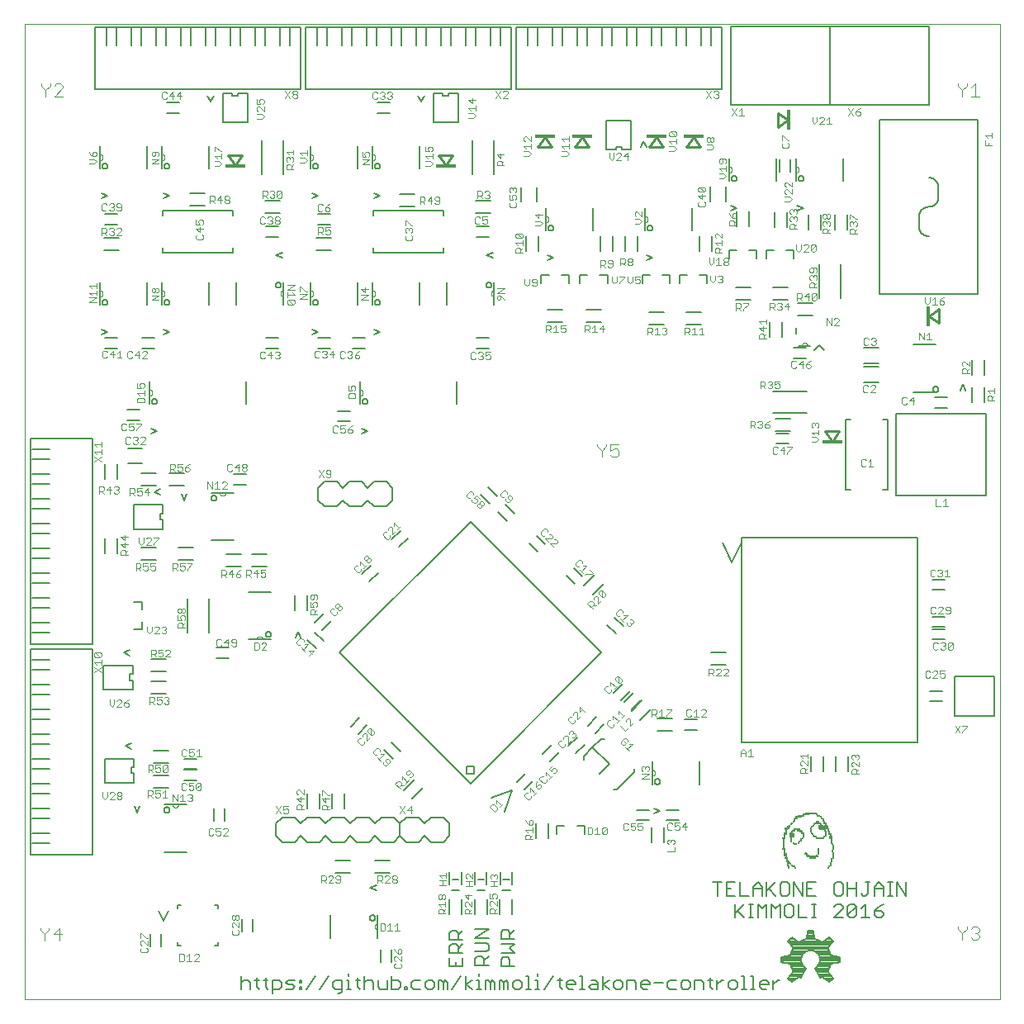
<source format=gto>
G75*
%MOIN*%
%OFA0B0*%
%FSLAX25Y25*%
%IPPOS*%
%LPD*%
%AMOC8*
5,1,8,0,0,1.08239X$1,22.5*
%
%ADD10C,0.00000*%
%ADD11C,0.00500*%
%ADD12C,0.00787*%
%ADD13C,0.00600*%
%ADD14C,0.00300*%
%ADD15C,0.01000*%
%ADD16R,0.08268X0.01181*%
%ADD17C,0.00800*%
%ADD18R,0.01181X0.08268*%
%ADD19C,0.00400*%
%ADD20R,0.00500X0.00500*%
%ADD21R,0.01000X0.00500*%
%ADD22R,0.01500X0.00500*%
%ADD23R,0.02500X0.00500*%
%ADD24R,0.04500X0.00500*%
%ADD25R,0.03500X0.00500*%
%ADD26R,0.02000X0.00500*%
%ADD27R,0.03000X0.00500*%
%ADD28R,0.04000X0.00500*%
D10*
X0000000Y0000000D02*
X0000000Y0393701D01*
X0393701Y0393701D01*
X0393701Y0000000D01*
X0000000Y0000000D01*
X0059784Y0078694D02*
X0059786Y0078625D01*
X0059792Y0078557D01*
X0059802Y0078489D01*
X0059815Y0078422D01*
X0059833Y0078356D01*
X0059854Y0078291D01*
X0059879Y0078227D01*
X0059907Y0078165D01*
X0059939Y0078104D01*
X0059974Y0078045D01*
X0060013Y0077989D01*
X0060055Y0077934D01*
X0060100Y0077883D01*
X0060148Y0077833D01*
X0060198Y0077787D01*
X0060251Y0077744D01*
X0060307Y0077703D01*
X0060364Y0077666D01*
X0060424Y0077633D01*
X0060486Y0077602D01*
X0060549Y0077576D01*
X0060613Y0077553D01*
X0060679Y0077533D01*
X0060746Y0077518D01*
X0060813Y0077506D01*
X0060881Y0077498D01*
X0060950Y0077494D01*
X0061018Y0077494D01*
X0061087Y0077498D01*
X0061155Y0077506D01*
X0061222Y0077518D01*
X0061289Y0077533D01*
X0061355Y0077553D01*
X0061419Y0077576D01*
X0061482Y0077602D01*
X0061544Y0077633D01*
X0061604Y0077666D01*
X0061661Y0077703D01*
X0061717Y0077744D01*
X0061770Y0077787D01*
X0061820Y0077833D01*
X0061868Y0077883D01*
X0061913Y0077934D01*
X0061955Y0077989D01*
X0061994Y0078045D01*
X0062029Y0078104D01*
X0062061Y0078165D01*
X0062089Y0078227D01*
X0062114Y0078291D01*
X0062135Y0078356D01*
X0062153Y0078422D01*
X0062166Y0078489D01*
X0062176Y0078557D01*
X0062182Y0078625D01*
X0062184Y0078694D01*
X0093800Y0145400D02*
X0093802Y0145469D01*
X0093808Y0145537D01*
X0093818Y0145605D01*
X0093831Y0145672D01*
X0093849Y0145738D01*
X0093870Y0145803D01*
X0093895Y0145867D01*
X0093923Y0145929D01*
X0093955Y0145990D01*
X0093990Y0146049D01*
X0094029Y0146105D01*
X0094071Y0146160D01*
X0094116Y0146211D01*
X0094164Y0146261D01*
X0094214Y0146307D01*
X0094267Y0146350D01*
X0094323Y0146391D01*
X0094380Y0146428D01*
X0094440Y0146461D01*
X0094502Y0146492D01*
X0094565Y0146518D01*
X0094629Y0146541D01*
X0094695Y0146561D01*
X0094762Y0146576D01*
X0094829Y0146588D01*
X0094897Y0146596D01*
X0094966Y0146600D01*
X0095034Y0146600D01*
X0095103Y0146596D01*
X0095171Y0146588D01*
X0095238Y0146576D01*
X0095305Y0146561D01*
X0095371Y0146541D01*
X0095435Y0146518D01*
X0095498Y0146492D01*
X0095560Y0146461D01*
X0095620Y0146428D01*
X0095677Y0146391D01*
X0095733Y0146350D01*
X0095786Y0146307D01*
X0095836Y0146261D01*
X0095884Y0146211D01*
X0095929Y0146160D01*
X0095971Y0146105D01*
X0096010Y0146049D01*
X0096045Y0145990D01*
X0096077Y0145929D01*
X0096105Y0145867D01*
X0096130Y0145803D01*
X0096151Y0145738D01*
X0096169Y0145672D01*
X0096182Y0145605D01*
X0096192Y0145537D01*
X0096198Y0145469D01*
X0096200Y0145400D01*
X0081200Y0204600D02*
X0081198Y0204531D01*
X0081192Y0204463D01*
X0081182Y0204395D01*
X0081169Y0204328D01*
X0081151Y0204262D01*
X0081130Y0204197D01*
X0081105Y0204133D01*
X0081077Y0204071D01*
X0081045Y0204010D01*
X0081010Y0203951D01*
X0080971Y0203895D01*
X0080929Y0203840D01*
X0080884Y0203789D01*
X0080836Y0203739D01*
X0080786Y0203693D01*
X0080733Y0203650D01*
X0080677Y0203609D01*
X0080620Y0203572D01*
X0080560Y0203539D01*
X0080498Y0203508D01*
X0080435Y0203482D01*
X0080371Y0203459D01*
X0080305Y0203439D01*
X0080238Y0203424D01*
X0080171Y0203412D01*
X0080103Y0203404D01*
X0080034Y0203400D01*
X0079966Y0203400D01*
X0079897Y0203404D01*
X0079829Y0203412D01*
X0079762Y0203424D01*
X0079695Y0203439D01*
X0079629Y0203459D01*
X0079565Y0203482D01*
X0079502Y0203508D01*
X0079440Y0203539D01*
X0079380Y0203572D01*
X0079323Y0203609D01*
X0079267Y0203650D01*
X0079214Y0203693D01*
X0079164Y0203739D01*
X0079116Y0203789D01*
X0079071Y0203840D01*
X0079029Y0203895D01*
X0078990Y0203951D01*
X0078955Y0204010D01*
X0078923Y0204071D01*
X0078895Y0204133D01*
X0078870Y0204197D01*
X0078849Y0204262D01*
X0078831Y0204328D01*
X0078818Y0204395D01*
X0078808Y0204463D01*
X0078802Y0204531D01*
X0078800Y0204600D01*
X0050400Y0243800D02*
X0050469Y0243802D01*
X0050537Y0243808D01*
X0050605Y0243818D01*
X0050672Y0243831D01*
X0050738Y0243849D01*
X0050803Y0243870D01*
X0050867Y0243895D01*
X0050929Y0243923D01*
X0050990Y0243955D01*
X0051049Y0243990D01*
X0051105Y0244029D01*
X0051160Y0244071D01*
X0051211Y0244116D01*
X0051261Y0244164D01*
X0051307Y0244214D01*
X0051350Y0244267D01*
X0051391Y0244323D01*
X0051428Y0244380D01*
X0051461Y0244440D01*
X0051492Y0244502D01*
X0051518Y0244565D01*
X0051541Y0244629D01*
X0051561Y0244695D01*
X0051576Y0244762D01*
X0051588Y0244829D01*
X0051596Y0244897D01*
X0051600Y0244966D01*
X0051600Y0245034D01*
X0051596Y0245103D01*
X0051588Y0245171D01*
X0051576Y0245238D01*
X0051561Y0245305D01*
X0051541Y0245371D01*
X0051518Y0245435D01*
X0051492Y0245498D01*
X0051461Y0245560D01*
X0051428Y0245620D01*
X0051391Y0245677D01*
X0051350Y0245733D01*
X0051307Y0245786D01*
X0051261Y0245836D01*
X0051211Y0245884D01*
X0051160Y0245929D01*
X0051105Y0245971D01*
X0051049Y0246010D01*
X0050990Y0246045D01*
X0050929Y0246077D01*
X0050867Y0246105D01*
X0050803Y0246130D01*
X0050738Y0246151D01*
X0050672Y0246169D01*
X0050605Y0246182D01*
X0050537Y0246192D01*
X0050469Y0246198D01*
X0050400Y0246200D01*
X0055400Y0283800D02*
X0055469Y0283802D01*
X0055537Y0283808D01*
X0055605Y0283818D01*
X0055672Y0283831D01*
X0055738Y0283849D01*
X0055803Y0283870D01*
X0055867Y0283895D01*
X0055929Y0283923D01*
X0055990Y0283955D01*
X0056049Y0283990D01*
X0056105Y0284029D01*
X0056160Y0284071D01*
X0056211Y0284116D01*
X0056261Y0284164D01*
X0056307Y0284214D01*
X0056350Y0284267D01*
X0056391Y0284323D01*
X0056428Y0284380D01*
X0056461Y0284440D01*
X0056492Y0284502D01*
X0056518Y0284565D01*
X0056541Y0284629D01*
X0056561Y0284695D01*
X0056576Y0284762D01*
X0056588Y0284829D01*
X0056596Y0284897D01*
X0056600Y0284966D01*
X0056600Y0285034D01*
X0056596Y0285103D01*
X0056588Y0285171D01*
X0056576Y0285238D01*
X0056561Y0285305D01*
X0056541Y0285371D01*
X0056518Y0285435D01*
X0056492Y0285498D01*
X0056461Y0285560D01*
X0056428Y0285620D01*
X0056391Y0285677D01*
X0056350Y0285733D01*
X0056307Y0285786D01*
X0056261Y0285836D01*
X0056211Y0285884D01*
X0056160Y0285929D01*
X0056105Y0285971D01*
X0056049Y0286010D01*
X0055990Y0286045D01*
X0055929Y0286077D01*
X0055867Y0286105D01*
X0055803Y0286130D01*
X0055738Y0286151D01*
X0055672Y0286169D01*
X0055605Y0286182D01*
X0055537Y0286192D01*
X0055469Y0286198D01*
X0055400Y0286200D01*
X0030400Y0286200D02*
X0030469Y0286198D01*
X0030537Y0286192D01*
X0030605Y0286182D01*
X0030672Y0286169D01*
X0030738Y0286151D01*
X0030803Y0286130D01*
X0030867Y0286105D01*
X0030929Y0286077D01*
X0030990Y0286045D01*
X0031049Y0286010D01*
X0031105Y0285971D01*
X0031160Y0285929D01*
X0031211Y0285884D01*
X0031261Y0285836D01*
X0031307Y0285786D01*
X0031350Y0285733D01*
X0031391Y0285677D01*
X0031428Y0285620D01*
X0031461Y0285560D01*
X0031492Y0285498D01*
X0031518Y0285435D01*
X0031541Y0285371D01*
X0031561Y0285305D01*
X0031576Y0285238D01*
X0031588Y0285171D01*
X0031596Y0285103D01*
X0031600Y0285034D01*
X0031600Y0284966D01*
X0031596Y0284897D01*
X0031588Y0284829D01*
X0031576Y0284762D01*
X0031561Y0284695D01*
X0031541Y0284629D01*
X0031518Y0284565D01*
X0031492Y0284502D01*
X0031461Y0284440D01*
X0031428Y0284380D01*
X0031391Y0284323D01*
X0031350Y0284267D01*
X0031307Y0284214D01*
X0031261Y0284164D01*
X0031211Y0284116D01*
X0031160Y0284071D01*
X0031105Y0284029D01*
X0031049Y0283990D01*
X0030990Y0283955D01*
X0030929Y0283923D01*
X0030867Y0283895D01*
X0030803Y0283870D01*
X0030738Y0283849D01*
X0030672Y0283831D01*
X0030605Y0283818D01*
X0030537Y0283808D01*
X0030469Y0283802D01*
X0030400Y0283800D01*
X0030400Y0338800D02*
X0030469Y0338802D01*
X0030537Y0338808D01*
X0030605Y0338818D01*
X0030672Y0338831D01*
X0030738Y0338849D01*
X0030803Y0338870D01*
X0030867Y0338895D01*
X0030929Y0338923D01*
X0030990Y0338955D01*
X0031049Y0338990D01*
X0031105Y0339029D01*
X0031160Y0339071D01*
X0031211Y0339116D01*
X0031261Y0339164D01*
X0031307Y0339214D01*
X0031350Y0339267D01*
X0031391Y0339323D01*
X0031428Y0339380D01*
X0031461Y0339440D01*
X0031492Y0339502D01*
X0031518Y0339565D01*
X0031541Y0339629D01*
X0031561Y0339695D01*
X0031576Y0339762D01*
X0031588Y0339829D01*
X0031596Y0339897D01*
X0031600Y0339966D01*
X0031600Y0340034D01*
X0031596Y0340103D01*
X0031588Y0340171D01*
X0031576Y0340238D01*
X0031561Y0340305D01*
X0031541Y0340371D01*
X0031518Y0340435D01*
X0031492Y0340498D01*
X0031461Y0340560D01*
X0031428Y0340620D01*
X0031391Y0340677D01*
X0031350Y0340733D01*
X0031307Y0340786D01*
X0031261Y0340836D01*
X0031211Y0340884D01*
X0031160Y0340929D01*
X0031105Y0340971D01*
X0031049Y0341010D01*
X0030990Y0341045D01*
X0030929Y0341077D01*
X0030867Y0341105D01*
X0030803Y0341130D01*
X0030738Y0341151D01*
X0030672Y0341169D01*
X0030605Y0341182D01*
X0030537Y0341192D01*
X0030469Y0341198D01*
X0030400Y0341200D01*
X0055400Y0341200D02*
X0055469Y0341198D01*
X0055537Y0341192D01*
X0055605Y0341182D01*
X0055672Y0341169D01*
X0055738Y0341151D01*
X0055803Y0341130D01*
X0055867Y0341105D01*
X0055929Y0341077D01*
X0055990Y0341045D01*
X0056049Y0341010D01*
X0056105Y0340971D01*
X0056160Y0340929D01*
X0056211Y0340884D01*
X0056261Y0340836D01*
X0056307Y0340786D01*
X0056350Y0340733D01*
X0056391Y0340677D01*
X0056428Y0340620D01*
X0056461Y0340560D01*
X0056492Y0340498D01*
X0056518Y0340435D01*
X0056541Y0340371D01*
X0056561Y0340305D01*
X0056576Y0340238D01*
X0056588Y0340171D01*
X0056596Y0340103D01*
X0056600Y0340034D01*
X0056600Y0339966D01*
X0056596Y0339897D01*
X0056588Y0339829D01*
X0056576Y0339762D01*
X0056561Y0339695D01*
X0056541Y0339629D01*
X0056518Y0339565D01*
X0056492Y0339502D01*
X0056461Y0339440D01*
X0056428Y0339380D01*
X0056391Y0339323D01*
X0056350Y0339267D01*
X0056307Y0339214D01*
X0056261Y0339164D01*
X0056211Y0339116D01*
X0056160Y0339071D01*
X0056105Y0339029D01*
X0056049Y0338990D01*
X0055990Y0338955D01*
X0055929Y0338923D01*
X0055867Y0338895D01*
X0055803Y0338870D01*
X0055738Y0338849D01*
X0055672Y0338831D01*
X0055605Y0338818D01*
X0055537Y0338808D01*
X0055469Y0338802D01*
X0055400Y0338800D01*
X0104600Y0286200D02*
X0104531Y0286198D01*
X0104463Y0286192D01*
X0104395Y0286182D01*
X0104328Y0286169D01*
X0104262Y0286151D01*
X0104197Y0286130D01*
X0104133Y0286105D01*
X0104071Y0286077D01*
X0104010Y0286045D01*
X0103951Y0286010D01*
X0103895Y0285971D01*
X0103840Y0285929D01*
X0103789Y0285884D01*
X0103739Y0285836D01*
X0103693Y0285786D01*
X0103650Y0285733D01*
X0103609Y0285677D01*
X0103572Y0285620D01*
X0103539Y0285560D01*
X0103508Y0285498D01*
X0103482Y0285435D01*
X0103459Y0285371D01*
X0103439Y0285305D01*
X0103424Y0285238D01*
X0103412Y0285171D01*
X0103404Y0285103D01*
X0103400Y0285034D01*
X0103400Y0284966D01*
X0103404Y0284897D01*
X0103412Y0284829D01*
X0103424Y0284762D01*
X0103439Y0284695D01*
X0103459Y0284629D01*
X0103482Y0284565D01*
X0103508Y0284502D01*
X0103539Y0284440D01*
X0103572Y0284380D01*
X0103609Y0284323D01*
X0103650Y0284267D01*
X0103693Y0284214D01*
X0103739Y0284164D01*
X0103789Y0284116D01*
X0103840Y0284071D01*
X0103895Y0284029D01*
X0103951Y0283990D01*
X0104010Y0283955D01*
X0104071Y0283923D01*
X0104133Y0283895D01*
X0104197Y0283870D01*
X0104262Y0283849D01*
X0104328Y0283831D01*
X0104395Y0283818D01*
X0104463Y0283808D01*
X0104531Y0283802D01*
X0104600Y0283800D01*
X0115400Y0283800D02*
X0115469Y0283802D01*
X0115537Y0283808D01*
X0115605Y0283818D01*
X0115672Y0283831D01*
X0115738Y0283849D01*
X0115803Y0283870D01*
X0115867Y0283895D01*
X0115929Y0283923D01*
X0115990Y0283955D01*
X0116049Y0283990D01*
X0116105Y0284029D01*
X0116160Y0284071D01*
X0116211Y0284116D01*
X0116261Y0284164D01*
X0116307Y0284214D01*
X0116350Y0284267D01*
X0116391Y0284323D01*
X0116428Y0284380D01*
X0116461Y0284440D01*
X0116492Y0284502D01*
X0116518Y0284565D01*
X0116541Y0284629D01*
X0116561Y0284695D01*
X0116576Y0284762D01*
X0116588Y0284829D01*
X0116596Y0284897D01*
X0116600Y0284966D01*
X0116600Y0285034D01*
X0116596Y0285103D01*
X0116588Y0285171D01*
X0116576Y0285238D01*
X0116561Y0285305D01*
X0116541Y0285371D01*
X0116518Y0285435D01*
X0116492Y0285498D01*
X0116461Y0285560D01*
X0116428Y0285620D01*
X0116391Y0285677D01*
X0116350Y0285733D01*
X0116307Y0285786D01*
X0116261Y0285836D01*
X0116211Y0285884D01*
X0116160Y0285929D01*
X0116105Y0285971D01*
X0116049Y0286010D01*
X0115990Y0286045D01*
X0115929Y0286077D01*
X0115867Y0286105D01*
X0115803Y0286130D01*
X0115738Y0286151D01*
X0115672Y0286169D01*
X0115605Y0286182D01*
X0115537Y0286192D01*
X0115469Y0286198D01*
X0115400Y0286200D01*
X0140400Y0286200D02*
X0140469Y0286198D01*
X0140537Y0286192D01*
X0140605Y0286182D01*
X0140672Y0286169D01*
X0140738Y0286151D01*
X0140803Y0286130D01*
X0140867Y0286105D01*
X0140929Y0286077D01*
X0140990Y0286045D01*
X0141049Y0286010D01*
X0141105Y0285971D01*
X0141160Y0285929D01*
X0141211Y0285884D01*
X0141261Y0285836D01*
X0141307Y0285786D01*
X0141350Y0285733D01*
X0141391Y0285677D01*
X0141428Y0285620D01*
X0141461Y0285560D01*
X0141492Y0285498D01*
X0141518Y0285435D01*
X0141541Y0285371D01*
X0141561Y0285305D01*
X0141576Y0285238D01*
X0141588Y0285171D01*
X0141596Y0285103D01*
X0141600Y0285034D01*
X0141600Y0284966D01*
X0141596Y0284897D01*
X0141588Y0284829D01*
X0141576Y0284762D01*
X0141561Y0284695D01*
X0141541Y0284629D01*
X0141518Y0284565D01*
X0141492Y0284502D01*
X0141461Y0284440D01*
X0141428Y0284380D01*
X0141391Y0284323D01*
X0141350Y0284267D01*
X0141307Y0284214D01*
X0141261Y0284164D01*
X0141211Y0284116D01*
X0141160Y0284071D01*
X0141105Y0284029D01*
X0141049Y0283990D01*
X0140990Y0283955D01*
X0140929Y0283923D01*
X0140867Y0283895D01*
X0140803Y0283870D01*
X0140738Y0283849D01*
X0140672Y0283831D01*
X0140605Y0283818D01*
X0140537Y0283808D01*
X0140469Y0283802D01*
X0140400Y0283800D01*
X0135400Y0246200D02*
X0135469Y0246198D01*
X0135537Y0246192D01*
X0135605Y0246182D01*
X0135672Y0246169D01*
X0135738Y0246151D01*
X0135803Y0246130D01*
X0135867Y0246105D01*
X0135929Y0246077D01*
X0135990Y0246045D01*
X0136049Y0246010D01*
X0136105Y0245971D01*
X0136160Y0245929D01*
X0136211Y0245884D01*
X0136261Y0245836D01*
X0136307Y0245786D01*
X0136350Y0245733D01*
X0136391Y0245677D01*
X0136428Y0245620D01*
X0136461Y0245560D01*
X0136492Y0245498D01*
X0136518Y0245435D01*
X0136541Y0245371D01*
X0136561Y0245305D01*
X0136576Y0245238D01*
X0136588Y0245171D01*
X0136596Y0245103D01*
X0136600Y0245034D01*
X0136600Y0244966D01*
X0136596Y0244897D01*
X0136588Y0244829D01*
X0136576Y0244762D01*
X0136561Y0244695D01*
X0136541Y0244629D01*
X0136518Y0244565D01*
X0136492Y0244502D01*
X0136461Y0244440D01*
X0136428Y0244380D01*
X0136391Y0244323D01*
X0136350Y0244267D01*
X0136307Y0244214D01*
X0136261Y0244164D01*
X0136211Y0244116D01*
X0136160Y0244071D01*
X0136105Y0244029D01*
X0136049Y0243990D01*
X0135990Y0243955D01*
X0135929Y0243923D01*
X0135867Y0243895D01*
X0135803Y0243870D01*
X0135738Y0243849D01*
X0135672Y0243831D01*
X0135605Y0243818D01*
X0135537Y0243808D01*
X0135469Y0243802D01*
X0135400Y0243800D01*
X0189600Y0283800D02*
X0189531Y0283802D01*
X0189463Y0283808D01*
X0189395Y0283818D01*
X0189328Y0283831D01*
X0189262Y0283849D01*
X0189197Y0283870D01*
X0189133Y0283895D01*
X0189071Y0283923D01*
X0189010Y0283955D01*
X0188951Y0283990D01*
X0188895Y0284029D01*
X0188840Y0284071D01*
X0188789Y0284116D01*
X0188739Y0284164D01*
X0188693Y0284214D01*
X0188650Y0284267D01*
X0188609Y0284323D01*
X0188572Y0284380D01*
X0188539Y0284440D01*
X0188508Y0284502D01*
X0188482Y0284565D01*
X0188459Y0284629D01*
X0188439Y0284695D01*
X0188424Y0284762D01*
X0188412Y0284829D01*
X0188404Y0284897D01*
X0188400Y0284966D01*
X0188400Y0285034D01*
X0188404Y0285103D01*
X0188412Y0285171D01*
X0188424Y0285238D01*
X0188439Y0285305D01*
X0188459Y0285371D01*
X0188482Y0285435D01*
X0188508Y0285498D01*
X0188539Y0285560D01*
X0188572Y0285620D01*
X0188609Y0285677D01*
X0188650Y0285733D01*
X0188693Y0285786D01*
X0188739Y0285836D01*
X0188789Y0285884D01*
X0188840Y0285929D01*
X0188895Y0285971D01*
X0188951Y0286010D01*
X0189010Y0286045D01*
X0189071Y0286077D01*
X0189133Y0286105D01*
X0189197Y0286130D01*
X0189262Y0286151D01*
X0189328Y0286169D01*
X0189395Y0286182D01*
X0189463Y0286192D01*
X0189531Y0286198D01*
X0189600Y0286200D01*
X0210400Y0313800D02*
X0210469Y0313802D01*
X0210537Y0313808D01*
X0210605Y0313818D01*
X0210672Y0313831D01*
X0210738Y0313849D01*
X0210803Y0313870D01*
X0210867Y0313895D01*
X0210929Y0313923D01*
X0210990Y0313955D01*
X0211049Y0313990D01*
X0211105Y0314029D01*
X0211160Y0314071D01*
X0211211Y0314116D01*
X0211261Y0314164D01*
X0211307Y0314214D01*
X0211350Y0314267D01*
X0211391Y0314323D01*
X0211428Y0314380D01*
X0211461Y0314440D01*
X0211492Y0314502D01*
X0211518Y0314565D01*
X0211541Y0314629D01*
X0211561Y0314695D01*
X0211576Y0314762D01*
X0211588Y0314829D01*
X0211596Y0314897D01*
X0211600Y0314966D01*
X0211600Y0315034D01*
X0211596Y0315103D01*
X0211588Y0315171D01*
X0211576Y0315238D01*
X0211561Y0315305D01*
X0211541Y0315371D01*
X0211518Y0315435D01*
X0211492Y0315498D01*
X0211461Y0315560D01*
X0211428Y0315620D01*
X0211391Y0315677D01*
X0211350Y0315733D01*
X0211307Y0315786D01*
X0211261Y0315836D01*
X0211211Y0315884D01*
X0211160Y0315929D01*
X0211105Y0315971D01*
X0211049Y0316010D01*
X0210990Y0316045D01*
X0210929Y0316077D01*
X0210867Y0316105D01*
X0210803Y0316130D01*
X0210738Y0316151D01*
X0210672Y0316169D01*
X0210605Y0316182D01*
X0210537Y0316192D01*
X0210469Y0316198D01*
X0210400Y0316200D01*
X0250400Y0316200D02*
X0250469Y0316198D01*
X0250537Y0316192D01*
X0250605Y0316182D01*
X0250672Y0316169D01*
X0250738Y0316151D01*
X0250803Y0316130D01*
X0250867Y0316105D01*
X0250929Y0316077D01*
X0250990Y0316045D01*
X0251049Y0316010D01*
X0251105Y0315971D01*
X0251160Y0315929D01*
X0251211Y0315884D01*
X0251261Y0315836D01*
X0251307Y0315786D01*
X0251350Y0315733D01*
X0251391Y0315677D01*
X0251428Y0315620D01*
X0251461Y0315560D01*
X0251492Y0315498D01*
X0251518Y0315435D01*
X0251541Y0315371D01*
X0251561Y0315305D01*
X0251576Y0315238D01*
X0251588Y0315171D01*
X0251596Y0315103D01*
X0251600Y0315034D01*
X0251600Y0314966D01*
X0251596Y0314897D01*
X0251588Y0314829D01*
X0251576Y0314762D01*
X0251561Y0314695D01*
X0251541Y0314629D01*
X0251518Y0314565D01*
X0251492Y0314502D01*
X0251461Y0314440D01*
X0251428Y0314380D01*
X0251391Y0314323D01*
X0251350Y0314267D01*
X0251307Y0314214D01*
X0251261Y0314164D01*
X0251211Y0314116D01*
X0251160Y0314071D01*
X0251105Y0314029D01*
X0251049Y0313990D01*
X0250990Y0313955D01*
X0250929Y0313923D01*
X0250867Y0313895D01*
X0250803Y0313870D01*
X0250738Y0313849D01*
X0250672Y0313831D01*
X0250605Y0313818D01*
X0250537Y0313808D01*
X0250469Y0313802D01*
X0250400Y0313800D01*
X0284416Y0333800D02*
X0284485Y0333802D01*
X0284553Y0333808D01*
X0284621Y0333818D01*
X0284688Y0333831D01*
X0284754Y0333849D01*
X0284819Y0333870D01*
X0284883Y0333895D01*
X0284945Y0333923D01*
X0285006Y0333955D01*
X0285065Y0333990D01*
X0285121Y0334029D01*
X0285176Y0334071D01*
X0285227Y0334116D01*
X0285277Y0334164D01*
X0285323Y0334214D01*
X0285366Y0334267D01*
X0285407Y0334323D01*
X0285444Y0334380D01*
X0285477Y0334440D01*
X0285508Y0334502D01*
X0285534Y0334565D01*
X0285557Y0334629D01*
X0285577Y0334695D01*
X0285592Y0334762D01*
X0285604Y0334829D01*
X0285612Y0334897D01*
X0285616Y0334966D01*
X0285616Y0335034D01*
X0285612Y0335103D01*
X0285604Y0335171D01*
X0285592Y0335238D01*
X0285577Y0335305D01*
X0285557Y0335371D01*
X0285534Y0335435D01*
X0285508Y0335498D01*
X0285477Y0335560D01*
X0285444Y0335620D01*
X0285407Y0335677D01*
X0285366Y0335733D01*
X0285323Y0335786D01*
X0285277Y0335836D01*
X0285227Y0335884D01*
X0285176Y0335929D01*
X0285121Y0335971D01*
X0285065Y0336010D01*
X0285006Y0336045D01*
X0284945Y0336077D01*
X0284883Y0336105D01*
X0284819Y0336130D01*
X0284754Y0336151D01*
X0284688Y0336169D01*
X0284621Y0336182D01*
X0284553Y0336192D01*
X0284485Y0336198D01*
X0284416Y0336200D01*
X0311384Y0336200D02*
X0311453Y0336198D01*
X0311521Y0336192D01*
X0311589Y0336182D01*
X0311656Y0336169D01*
X0311722Y0336151D01*
X0311787Y0336130D01*
X0311851Y0336105D01*
X0311913Y0336077D01*
X0311974Y0336045D01*
X0312033Y0336010D01*
X0312089Y0335971D01*
X0312144Y0335929D01*
X0312195Y0335884D01*
X0312245Y0335836D01*
X0312291Y0335786D01*
X0312334Y0335733D01*
X0312375Y0335677D01*
X0312412Y0335620D01*
X0312445Y0335560D01*
X0312476Y0335498D01*
X0312502Y0335435D01*
X0312525Y0335371D01*
X0312545Y0335305D01*
X0312560Y0335238D01*
X0312572Y0335171D01*
X0312580Y0335103D01*
X0312584Y0335034D01*
X0312584Y0334966D01*
X0312580Y0334897D01*
X0312572Y0334829D01*
X0312560Y0334762D01*
X0312545Y0334695D01*
X0312525Y0334629D01*
X0312502Y0334565D01*
X0312476Y0334502D01*
X0312445Y0334440D01*
X0312412Y0334380D01*
X0312375Y0334323D01*
X0312334Y0334267D01*
X0312291Y0334214D01*
X0312245Y0334164D01*
X0312195Y0334116D01*
X0312144Y0334071D01*
X0312089Y0334029D01*
X0312033Y0333990D01*
X0311974Y0333955D01*
X0311913Y0333923D01*
X0311851Y0333895D01*
X0311787Y0333870D01*
X0311722Y0333849D01*
X0311656Y0333831D01*
X0311589Y0333818D01*
X0311521Y0333808D01*
X0311453Y0333802D01*
X0311384Y0333800D01*
X0313721Y0263900D02*
X0313723Y0263969D01*
X0313729Y0264037D01*
X0313739Y0264105D01*
X0313752Y0264172D01*
X0313770Y0264238D01*
X0313791Y0264303D01*
X0313816Y0264367D01*
X0313844Y0264429D01*
X0313876Y0264490D01*
X0313911Y0264549D01*
X0313950Y0264605D01*
X0313992Y0264660D01*
X0314037Y0264711D01*
X0314085Y0264761D01*
X0314135Y0264807D01*
X0314188Y0264850D01*
X0314244Y0264891D01*
X0314301Y0264928D01*
X0314361Y0264961D01*
X0314423Y0264992D01*
X0314486Y0265018D01*
X0314550Y0265041D01*
X0314616Y0265061D01*
X0314683Y0265076D01*
X0314750Y0265088D01*
X0314818Y0265096D01*
X0314887Y0265100D01*
X0314955Y0265100D01*
X0315024Y0265096D01*
X0315092Y0265088D01*
X0315159Y0265076D01*
X0315226Y0265061D01*
X0315292Y0265041D01*
X0315356Y0265018D01*
X0315419Y0264992D01*
X0315481Y0264961D01*
X0315541Y0264928D01*
X0315598Y0264891D01*
X0315654Y0264850D01*
X0315707Y0264807D01*
X0315757Y0264761D01*
X0315805Y0264711D01*
X0315850Y0264660D01*
X0315892Y0264605D01*
X0315931Y0264549D01*
X0315966Y0264490D01*
X0315998Y0264429D01*
X0316026Y0264367D01*
X0316051Y0264303D01*
X0316072Y0264238D01*
X0316090Y0264172D01*
X0316103Y0264105D01*
X0316113Y0264037D01*
X0316119Y0263969D01*
X0316121Y0263900D01*
X0253400Y0092700D02*
X0253469Y0092698D01*
X0253537Y0092692D01*
X0253605Y0092682D01*
X0253672Y0092669D01*
X0253738Y0092651D01*
X0253803Y0092630D01*
X0253867Y0092605D01*
X0253929Y0092577D01*
X0253990Y0092545D01*
X0254049Y0092510D01*
X0254105Y0092471D01*
X0254160Y0092429D01*
X0254211Y0092384D01*
X0254261Y0092336D01*
X0254307Y0092286D01*
X0254350Y0092233D01*
X0254391Y0092177D01*
X0254428Y0092120D01*
X0254461Y0092060D01*
X0254492Y0091998D01*
X0254518Y0091935D01*
X0254541Y0091871D01*
X0254561Y0091805D01*
X0254576Y0091738D01*
X0254588Y0091671D01*
X0254596Y0091603D01*
X0254600Y0091534D01*
X0254600Y0091466D01*
X0254596Y0091397D01*
X0254588Y0091329D01*
X0254576Y0091262D01*
X0254561Y0091195D01*
X0254541Y0091129D01*
X0254518Y0091065D01*
X0254492Y0091002D01*
X0254461Y0090940D01*
X0254428Y0090880D01*
X0254391Y0090823D01*
X0254350Y0090767D01*
X0254307Y0090714D01*
X0254261Y0090664D01*
X0254211Y0090616D01*
X0254160Y0090571D01*
X0254105Y0090529D01*
X0254049Y0090490D01*
X0253990Y0090455D01*
X0253929Y0090423D01*
X0253867Y0090395D01*
X0253803Y0090370D01*
X0253738Y0090349D01*
X0253672Y0090331D01*
X0253605Y0090318D01*
X0253537Y0090308D01*
X0253469Y0090302D01*
X0253400Y0090300D01*
X0142600Y0030700D02*
X0142531Y0030698D01*
X0142463Y0030692D01*
X0142395Y0030682D01*
X0142328Y0030669D01*
X0142262Y0030651D01*
X0142197Y0030630D01*
X0142133Y0030605D01*
X0142071Y0030577D01*
X0142010Y0030545D01*
X0141951Y0030510D01*
X0141895Y0030471D01*
X0141840Y0030429D01*
X0141789Y0030384D01*
X0141739Y0030336D01*
X0141693Y0030286D01*
X0141650Y0030233D01*
X0141609Y0030177D01*
X0141572Y0030120D01*
X0141539Y0030060D01*
X0141508Y0029998D01*
X0141482Y0029935D01*
X0141459Y0029871D01*
X0141439Y0029805D01*
X0141424Y0029738D01*
X0141412Y0029671D01*
X0141404Y0029603D01*
X0141400Y0029534D01*
X0141400Y0029466D01*
X0141404Y0029397D01*
X0141412Y0029329D01*
X0141424Y0029262D01*
X0141439Y0029195D01*
X0141459Y0029129D01*
X0141482Y0029065D01*
X0141508Y0029002D01*
X0141539Y0028940D01*
X0141572Y0028880D01*
X0141609Y0028823D01*
X0141650Y0028767D01*
X0141693Y0028714D01*
X0141739Y0028664D01*
X0141789Y0028616D01*
X0141840Y0028571D01*
X0141895Y0028529D01*
X0141951Y0028490D01*
X0142010Y0028455D01*
X0142071Y0028423D01*
X0142133Y0028395D01*
X0142197Y0028370D01*
X0142262Y0028349D01*
X0142328Y0028331D01*
X0142395Y0028318D01*
X0142463Y0028308D01*
X0142531Y0028302D01*
X0142600Y0028300D01*
X0140400Y0338800D02*
X0140469Y0338802D01*
X0140537Y0338808D01*
X0140605Y0338818D01*
X0140672Y0338831D01*
X0140738Y0338849D01*
X0140803Y0338870D01*
X0140867Y0338895D01*
X0140929Y0338923D01*
X0140990Y0338955D01*
X0141049Y0338990D01*
X0141105Y0339029D01*
X0141160Y0339071D01*
X0141211Y0339116D01*
X0141261Y0339164D01*
X0141307Y0339214D01*
X0141350Y0339267D01*
X0141391Y0339323D01*
X0141428Y0339380D01*
X0141461Y0339440D01*
X0141492Y0339502D01*
X0141518Y0339565D01*
X0141541Y0339629D01*
X0141561Y0339695D01*
X0141576Y0339762D01*
X0141588Y0339829D01*
X0141596Y0339897D01*
X0141600Y0339966D01*
X0141600Y0340034D01*
X0141596Y0340103D01*
X0141588Y0340171D01*
X0141576Y0340238D01*
X0141561Y0340305D01*
X0141541Y0340371D01*
X0141518Y0340435D01*
X0141492Y0340498D01*
X0141461Y0340560D01*
X0141428Y0340620D01*
X0141391Y0340677D01*
X0141350Y0340733D01*
X0141307Y0340786D01*
X0141261Y0340836D01*
X0141211Y0340884D01*
X0141160Y0340929D01*
X0141105Y0340971D01*
X0141049Y0341010D01*
X0140990Y0341045D01*
X0140929Y0341077D01*
X0140867Y0341105D01*
X0140803Y0341130D01*
X0140738Y0341151D01*
X0140672Y0341169D01*
X0140605Y0341182D01*
X0140537Y0341192D01*
X0140469Y0341198D01*
X0140400Y0341200D01*
X0115400Y0341200D02*
X0115469Y0341198D01*
X0115537Y0341192D01*
X0115605Y0341182D01*
X0115672Y0341169D01*
X0115738Y0341151D01*
X0115803Y0341130D01*
X0115867Y0341105D01*
X0115929Y0341077D01*
X0115990Y0341045D01*
X0116049Y0341010D01*
X0116105Y0340971D01*
X0116160Y0340929D01*
X0116211Y0340884D01*
X0116261Y0340836D01*
X0116307Y0340786D01*
X0116350Y0340733D01*
X0116391Y0340677D01*
X0116428Y0340620D01*
X0116461Y0340560D01*
X0116492Y0340498D01*
X0116518Y0340435D01*
X0116541Y0340371D01*
X0116561Y0340305D01*
X0116576Y0340238D01*
X0116588Y0340171D01*
X0116596Y0340103D01*
X0116600Y0340034D01*
X0116600Y0339966D01*
X0116596Y0339897D01*
X0116588Y0339829D01*
X0116576Y0339762D01*
X0116561Y0339695D01*
X0116541Y0339629D01*
X0116518Y0339565D01*
X0116492Y0339502D01*
X0116461Y0339440D01*
X0116428Y0339380D01*
X0116391Y0339323D01*
X0116350Y0339267D01*
X0116307Y0339214D01*
X0116261Y0339164D01*
X0116211Y0339116D01*
X0116160Y0339071D01*
X0116105Y0339029D01*
X0116049Y0338990D01*
X0115990Y0338955D01*
X0115929Y0338923D01*
X0115867Y0338895D01*
X0115803Y0338870D01*
X0115738Y0338849D01*
X0115672Y0338831D01*
X0115605Y0338818D01*
X0115537Y0338808D01*
X0115469Y0338802D01*
X0115400Y0338800D01*
D11*
X0116382Y0336500D02*
X0116384Y0336566D01*
X0116390Y0336632D01*
X0116400Y0336698D01*
X0116413Y0336763D01*
X0116431Y0336827D01*
X0116452Y0336889D01*
X0116477Y0336951D01*
X0116505Y0337011D01*
X0116537Y0337069D01*
X0116573Y0337125D01*
X0116611Y0337178D01*
X0116653Y0337230D01*
X0116698Y0337279D01*
X0116745Y0337325D01*
X0116796Y0337368D01*
X0116848Y0337408D01*
X0116903Y0337445D01*
X0116960Y0337479D01*
X0117019Y0337509D01*
X0117080Y0337536D01*
X0117142Y0337559D01*
X0117205Y0337578D01*
X0117270Y0337594D01*
X0117335Y0337606D01*
X0117401Y0337614D01*
X0117467Y0337618D01*
X0117533Y0337618D01*
X0117599Y0337614D01*
X0117665Y0337606D01*
X0117730Y0337594D01*
X0117795Y0337578D01*
X0117858Y0337559D01*
X0117920Y0337536D01*
X0117981Y0337509D01*
X0118040Y0337479D01*
X0118097Y0337445D01*
X0118152Y0337408D01*
X0118204Y0337368D01*
X0118255Y0337325D01*
X0118302Y0337279D01*
X0118347Y0337230D01*
X0118389Y0337178D01*
X0118427Y0337125D01*
X0118463Y0337069D01*
X0118495Y0337011D01*
X0118523Y0336951D01*
X0118548Y0336889D01*
X0118569Y0336827D01*
X0118587Y0336763D01*
X0118600Y0336698D01*
X0118610Y0336632D01*
X0118616Y0336566D01*
X0118618Y0336500D01*
X0118616Y0336434D01*
X0118610Y0336368D01*
X0118600Y0336302D01*
X0118587Y0336237D01*
X0118569Y0336173D01*
X0118548Y0336111D01*
X0118523Y0336049D01*
X0118495Y0335989D01*
X0118463Y0335931D01*
X0118427Y0335875D01*
X0118389Y0335822D01*
X0118347Y0335770D01*
X0118302Y0335721D01*
X0118255Y0335675D01*
X0118204Y0335632D01*
X0118152Y0335592D01*
X0118097Y0335555D01*
X0118040Y0335521D01*
X0117981Y0335491D01*
X0117920Y0335464D01*
X0117858Y0335441D01*
X0117795Y0335422D01*
X0117730Y0335406D01*
X0117665Y0335394D01*
X0117599Y0335386D01*
X0117533Y0335382D01*
X0117467Y0335382D01*
X0117401Y0335386D01*
X0117335Y0335394D01*
X0117270Y0335406D01*
X0117205Y0335422D01*
X0117142Y0335441D01*
X0117080Y0335464D01*
X0117019Y0335491D01*
X0116960Y0335521D01*
X0116903Y0335555D01*
X0116848Y0335592D01*
X0116796Y0335632D01*
X0116745Y0335675D01*
X0116698Y0335721D01*
X0116653Y0335770D01*
X0116611Y0335822D01*
X0116573Y0335875D01*
X0116537Y0335931D01*
X0116505Y0335989D01*
X0116477Y0336049D01*
X0116452Y0336111D01*
X0116431Y0336173D01*
X0116413Y0336237D01*
X0116400Y0336302D01*
X0116390Y0336368D01*
X0116384Y0336434D01*
X0116382Y0336500D01*
X0116000Y0325500D02*
X0118500Y0324500D01*
X0116000Y0323500D01*
X0118484Y0317106D02*
X0123484Y0317106D01*
X0123484Y0312894D02*
X0118484Y0312894D01*
X0117984Y0307500D02*
X0123984Y0307500D01*
X0123984Y0302500D02*
X0117984Y0302500D01*
X0104000Y0301500D02*
X0101500Y0300500D01*
X0104000Y0299500D01*
X0102500Y0307894D02*
X0097500Y0307894D01*
X0097500Y0312106D02*
X0102500Y0312106D01*
X0103000Y0317500D02*
X0097000Y0317500D01*
X0097000Y0322500D02*
X0103000Y0322500D01*
X0104331Y0333307D02*
X0104331Y0346693D01*
X0095669Y0346693D02*
X0095669Y0333307D01*
X0090118Y0354094D02*
X0080276Y0354094D01*
X0080276Y0365906D01*
X0083819Y0365906D01*
X0083819Y0364724D01*
X0086181Y0364724D01*
X0086181Y0365906D01*
X0090118Y0365906D01*
X0090118Y0354094D01*
X0075157Y0362362D02*
X0073976Y0364724D01*
X0076339Y0364724D02*
X0075157Y0362362D01*
X0062500Y0362106D02*
X0057500Y0362106D01*
X0057500Y0357894D02*
X0062500Y0357894D01*
X0056382Y0336500D02*
X0056384Y0336566D01*
X0056390Y0336632D01*
X0056400Y0336698D01*
X0056413Y0336763D01*
X0056431Y0336827D01*
X0056452Y0336889D01*
X0056477Y0336951D01*
X0056505Y0337011D01*
X0056537Y0337069D01*
X0056573Y0337125D01*
X0056611Y0337178D01*
X0056653Y0337230D01*
X0056698Y0337279D01*
X0056745Y0337325D01*
X0056796Y0337368D01*
X0056848Y0337408D01*
X0056903Y0337445D01*
X0056960Y0337479D01*
X0057019Y0337509D01*
X0057080Y0337536D01*
X0057142Y0337559D01*
X0057205Y0337578D01*
X0057270Y0337594D01*
X0057335Y0337606D01*
X0057401Y0337614D01*
X0057467Y0337618D01*
X0057533Y0337618D01*
X0057599Y0337614D01*
X0057665Y0337606D01*
X0057730Y0337594D01*
X0057795Y0337578D01*
X0057858Y0337559D01*
X0057920Y0337536D01*
X0057981Y0337509D01*
X0058040Y0337479D01*
X0058097Y0337445D01*
X0058152Y0337408D01*
X0058204Y0337368D01*
X0058255Y0337325D01*
X0058302Y0337279D01*
X0058347Y0337230D01*
X0058389Y0337178D01*
X0058427Y0337125D01*
X0058463Y0337069D01*
X0058495Y0337011D01*
X0058523Y0336951D01*
X0058548Y0336889D01*
X0058569Y0336827D01*
X0058587Y0336763D01*
X0058600Y0336698D01*
X0058610Y0336632D01*
X0058616Y0336566D01*
X0058618Y0336500D01*
X0058616Y0336434D01*
X0058610Y0336368D01*
X0058600Y0336302D01*
X0058587Y0336237D01*
X0058569Y0336173D01*
X0058548Y0336111D01*
X0058523Y0336049D01*
X0058495Y0335989D01*
X0058463Y0335931D01*
X0058427Y0335875D01*
X0058389Y0335822D01*
X0058347Y0335770D01*
X0058302Y0335721D01*
X0058255Y0335675D01*
X0058204Y0335632D01*
X0058152Y0335592D01*
X0058097Y0335555D01*
X0058040Y0335521D01*
X0057981Y0335491D01*
X0057920Y0335464D01*
X0057858Y0335441D01*
X0057795Y0335422D01*
X0057730Y0335406D01*
X0057665Y0335394D01*
X0057599Y0335386D01*
X0057533Y0335382D01*
X0057467Y0335382D01*
X0057401Y0335386D01*
X0057335Y0335394D01*
X0057270Y0335406D01*
X0057205Y0335422D01*
X0057142Y0335441D01*
X0057080Y0335464D01*
X0057019Y0335491D01*
X0056960Y0335521D01*
X0056903Y0335555D01*
X0056848Y0335592D01*
X0056796Y0335632D01*
X0056745Y0335675D01*
X0056698Y0335721D01*
X0056653Y0335770D01*
X0056611Y0335822D01*
X0056573Y0335875D01*
X0056537Y0335931D01*
X0056505Y0335989D01*
X0056477Y0336049D01*
X0056452Y0336111D01*
X0056431Y0336173D01*
X0056413Y0336237D01*
X0056400Y0336302D01*
X0056390Y0336368D01*
X0056384Y0336434D01*
X0056382Y0336500D01*
X0056000Y0325500D02*
X0058500Y0324500D01*
X0056000Y0323500D01*
X0066843Y0325610D02*
X0072843Y0325610D01*
X0072843Y0320610D02*
X0066843Y0320610D01*
X0037500Y0317106D02*
X0032500Y0317106D01*
X0032500Y0312894D02*
X0037500Y0312894D01*
X0038000Y0307500D02*
X0032000Y0307500D01*
X0032000Y0302500D02*
X0038000Y0302500D01*
X0031382Y0281500D02*
X0031384Y0281566D01*
X0031390Y0281632D01*
X0031400Y0281698D01*
X0031413Y0281763D01*
X0031431Y0281827D01*
X0031452Y0281889D01*
X0031477Y0281951D01*
X0031505Y0282011D01*
X0031537Y0282069D01*
X0031573Y0282125D01*
X0031611Y0282178D01*
X0031653Y0282230D01*
X0031698Y0282279D01*
X0031745Y0282325D01*
X0031796Y0282368D01*
X0031848Y0282408D01*
X0031903Y0282445D01*
X0031960Y0282479D01*
X0032019Y0282509D01*
X0032080Y0282536D01*
X0032142Y0282559D01*
X0032205Y0282578D01*
X0032270Y0282594D01*
X0032335Y0282606D01*
X0032401Y0282614D01*
X0032467Y0282618D01*
X0032533Y0282618D01*
X0032599Y0282614D01*
X0032665Y0282606D01*
X0032730Y0282594D01*
X0032795Y0282578D01*
X0032858Y0282559D01*
X0032920Y0282536D01*
X0032981Y0282509D01*
X0033040Y0282479D01*
X0033097Y0282445D01*
X0033152Y0282408D01*
X0033204Y0282368D01*
X0033255Y0282325D01*
X0033302Y0282279D01*
X0033347Y0282230D01*
X0033389Y0282178D01*
X0033427Y0282125D01*
X0033463Y0282069D01*
X0033495Y0282011D01*
X0033523Y0281951D01*
X0033548Y0281889D01*
X0033569Y0281827D01*
X0033587Y0281763D01*
X0033600Y0281698D01*
X0033610Y0281632D01*
X0033616Y0281566D01*
X0033618Y0281500D01*
X0033616Y0281434D01*
X0033610Y0281368D01*
X0033600Y0281302D01*
X0033587Y0281237D01*
X0033569Y0281173D01*
X0033548Y0281111D01*
X0033523Y0281049D01*
X0033495Y0280989D01*
X0033463Y0280931D01*
X0033427Y0280875D01*
X0033389Y0280822D01*
X0033347Y0280770D01*
X0033302Y0280721D01*
X0033255Y0280675D01*
X0033204Y0280632D01*
X0033152Y0280592D01*
X0033097Y0280555D01*
X0033040Y0280521D01*
X0032981Y0280491D01*
X0032920Y0280464D01*
X0032858Y0280441D01*
X0032795Y0280422D01*
X0032730Y0280406D01*
X0032665Y0280394D01*
X0032599Y0280386D01*
X0032533Y0280382D01*
X0032467Y0280382D01*
X0032401Y0280386D01*
X0032335Y0280394D01*
X0032270Y0280406D01*
X0032205Y0280422D01*
X0032142Y0280441D01*
X0032080Y0280464D01*
X0032019Y0280491D01*
X0031960Y0280521D01*
X0031903Y0280555D01*
X0031848Y0280592D01*
X0031796Y0280632D01*
X0031745Y0280675D01*
X0031698Y0280721D01*
X0031653Y0280770D01*
X0031611Y0280822D01*
X0031573Y0280875D01*
X0031537Y0280931D01*
X0031505Y0280989D01*
X0031477Y0281049D01*
X0031452Y0281111D01*
X0031431Y0281173D01*
X0031413Y0281237D01*
X0031400Y0281302D01*
X0031390Y0281368D01*
X0031384Y0281434D01*
X0031382Y0281500D01*
X0031000Y0270500D02*
X0033500Y0269500D01*
X0031000Y0268500D01*
X0032500Y0267106D02*
X0037500Y0267106D01*
X0037500Y0262894D02*
X0032500Y0262894D01*
X0047500Y0262894D02*
X0052500Y0262894D01*
X0052500Y0267106D02*
X0047500Y0267106D01*
X0056000Y0268500D02*
X0058500Y0269500D01*
X0056000Y0270500D01*
X0056382Y0281500D02*
X0056384Y0281566D01*
X0056390Y0281632D01*
X0056400Y0281698D01*
X0056413Y0281763D01*
X0056431Y0281827D01*
X0056452Y0281889D01*
X0056477Y0281951D01*
X0056505Y0282011D01*
X0056537Y0282069D01*
X0056573Y0282125D01*
X0056611Y0282178D01*
X0056653Y0282230D01*
X0056698Y0282279D01*
X0056745Y0282325D01*
X0056796Y0282368D01*
X0056848Y0282408D01*
X0056903Y0282445D01*
X0056960Y0282479D01*
X0057019Y0282509D01*
X0057080Y0282536D01*
X0057142Y0282559D01*
X0057205Y0282578D01*
X0057270Y0282594D01*
X0057335Y0282606D01*
X0057401Y0282614D01*
X0057467Y0282618D01*
X0057533Y0282618D01*
X0057599Y0282614D01*
X0057665Y0282606D01*
X0057730Y0282594D01*
X0057795Y0282578D01*
X0057858Y0282559D01*
X0057920Y0282536D01*
X0057981Y0282509D01*
X0058040Y0282479D01*
X0058097Y0282445D01*
X0058152Y0282408D01*
X0058204Y0282368D01*
X0058255Y0282325D01*
X0058302Y0282279D01*
X0058347Y0282230D01*
X0058389Y0282178D01*
X0058427Y0282125D01*
X0058463Y0282069D01*
X0058495Y0282011D01*
X0058523Y0281951D01*
X0058548Y0281889D01*
X0058569Y0281827D01*
X0058587Y0281763D01*
X0058600Y0281698D01*
X0058610Y0281632D01*
X0058616Y0281566D01*
X0058618Y0281500D01*
X0058616Y0281434D01*
X0058610Y0281368D01*
X0058600Y0281302D01*
X0058587Y0281237D01*
X0058569Y0281173D01*
X0058548Y0281111D01*
X0058523Y0281049D01*
X0058495Y0280989D01*
X0058463Y0280931D01*
X0058427Y0280875D01*
X0058389Y0280822D01*
X0058347Y0280770D01*
X0058302Y0280721D01*
X0058255Y0280675D01*
X0058204Y0280632D01*
X0058152Y0280592D01*
X0058097Y0280555D01*
X0058040Y0280521D01*
X0057981Y0280491D01*
X0057920Y0280464D01*
X0057858Y0280441D01*
X0057795Y0280422D01*
X0057730Y0280406D01*
X0057665Y0280394D01*
X0057599Y0280386D01*
X0057533Y0280382D01*
X0057467Y0280382D01*
X0057401Y0280386D01*
X0057335Y0280394D01*
X0057270Y0280406D01*
X0057205Y0280422D01*
X0057142Y0280441D01*
X0057080Y0280464D01*
X0057019Y0280491D01*
X0056960Y0280521D01*
X0056903Y0280555D01*
X0056848Y0280592D01*
X0056796Y0280632D01*
X0056745Y0280675D01*
X0056698Y0280721D01*
X0056653Y0280770D01*
X0056611Y0280822D01*
X0056573Y0280875D01*
X0056537Y0280931D01*
X0056505Y0280989D01*
X0056477Y0281049D01*
X0056452Y0281111D01*
X0056431Y0281173D01*
X0056413Y0281237D01*
X0056400Y0281302D01*
X0056390Y0281368D01*
X0056384Y0281434D01*
X0056382Y0281500D01*
X0051382Y0241500D02*
X0051384Y0241566D01*
X0051390Y0241632D01*
X0051400Y0241698D01*
X0051413Y0241763D01*
X0051431Y0241827D01*
X0051452Y0241889D01*
X0051477Y0241951D01*
X0051505Y0242011D01*
X0051537Y0242069D01*
X0051573Y0242125D01*
X0051611Y0242178D01*
X0051653Y0242230D01*
X0051698Y0242279D01*
X0051745Y0242325D01*
X0051796Y0242368D01*
X0051848Y0242408D01*
X0051903Y0242445D01*
X0051960Y0242479D01*
X0052019Y0242509D01*
X0052080Y0242536D01*
X0052142Y0242559D01*
X0052205Y0242578D01*
X0052270Y0242594D01*
X0052335Y0242606D01*
X0052401Y0242614D01*
X0052467Y0242618D01*
X0052533Y0242618D01*
X0052599Y0242614D01*
X0052665Y0242606D01*
X0052730Y0242594D01*
X0052795Y0242578D01*
X0052858Y0242559D01*
X0052920Y0242536D01*
X0052981Y0242509D01*
X0053040Y0242479D01*
X0053097Y0242445D01*
X0053152Y0242408D01*
X0053204Y0242368D01*
X0053255Y0242325D01*
X0053302Y0242279D01*
X0053347Y0242230D01*
X0053389Y0242178D01*
X0053427Y0242125D01*
X0053463Y0242069D01*
X0053495Y0242011D01*
X0053523Y0241951D01*
X0053548Y0241889D01*
X0053569Y0241827D01*
X0053587Y0241763D01*
X0053600Y0241698D01*
X0053610Y0241632D01*
X0053616Y0241566D01*
X0053618Y0241500D01*
X0053616Y0241434D01*
X0053610Y0241368D01*
X0053600Y0241302D01*
X0053587Y0241237D01*
X0053569Y0241173D01*
X0053548Y0241111D01*
X0053523Y0241049D01*
X0053495Y0240989D01*
X0053463Y0240931D01*
X0053427Y0240875D01*
X0053389Y0240822D01*
X0053347Y0240770D01*
X0053302Y0240721D01*
X0053255Y0240675D01*
X0053204Y0240632D01*
X0053152Y0240592D01*
X0053097Y0240555D01*
X0053040Y0240521D01*
X0052981Y0240491D01*
X0052920Y0240464D01*
X0052858Y0240441D01*
X0052795Y0240422D01*
X0052730Y0240406D01*
X0052665Y0240394D01*
X0052599Y0240386D01*
X0052533Y0240382D01*
X0052467Y0240382D01*
X0052401Y0240386D01*
X0052335Y0240394D01*
X0052270Y0240406D01*
X0052205Y0240422D01*
X0052142Y0240441D01*
X0052080Y0240464D01*
X0052019Y0240491D01*
X0051960Y0240521D01*
X0051903Y0240555D01*
X0051848Y0240592D01*
X0051796Y0240632D01*
X0051745Y0240675D01*
X0051698Y0240721D01*
X0051653Y0240770D01*
X0051611Y0240822D01*
X0051573Y0240875D01*
X0051537Y0240931D01*
X0051505Y0240989D01*
X0051477Y0241049D01*
X0051452Y0241111D01*
X0051431Y0241173D01*
X0051413Y0241237D01*
X0051400Y0241302D01*
X0051390Y0241368D01*
X0051384Y0241434D01*
X0051382Y0241500D01*
X0046500Y0238106D02*
X0041500Y0238106D01*
X0041500Y0233894D02*
X0046500Y0233894D01*
X0051000Y0230500D02*
X0053500Y0229500D01*
X0051000Y0228500D01*
X0047650Y0222650D02*
X0041744Y0222650D01*
X0041744Y0216350D02*
X0047650Y0216350D01*
X0047000Y0212500D02*
X0053000Y0212500D01*
X0053000Y0207500D02*
X0047000Y0207500D01*
X0052362Y0204843D02*
X0054724Y0206024D01*
X0054724Y0203661D02*
X0052362Y0204843D01*
X0055906Y0199724D02*
X0044094Y0199724D01*
X0044094Y0189882D01*
X0055906Y0189882D01*
X0055906Y0193819D01*
X0054724Y0193819D01*
X0054724Y0196181D01*
X0055906Y0196181D01*
X0055906Y0199724D01*
X0058500Y0207500D02*
X0064500Y0207500D01*
X0063500Y0204000D02*
X0064500Y0201500D01*
X0065500Y0204000D01*
X0064500Y0212500D02*
X0058500Y0212500D01*
X0075382Y0202500D02*
X0075384Y0202566D01*
X0075390Y0202632D01*
X0075400Y0202698D01*
X0075413Y0202763D01*
X0075431Y0202827D01*
X0075452Y0202889D01*
X0075477Y0202951D01*
X0075505Y0203011D01*
X0075537Y0203069D01*
X0075573Y0203125D01*
X0075611Y0203178D01*
X0075653Y0203230D01*
X0075698Y0203279D01*
X0075745Y0203325D01*
X0075796Y0203368D01*
X0075848Y0203408D01*
X0075903Y0203445D01*
X0075960Y0203479D01*
X0076019Y0203509D01*
X0076080Y0203536D01*
X0076142Y0203559D01*
X0076205Y0203578D01*
X0076270Y0203594D01*
X0076335Y0203606D01*
X0076401Y0203614D01*
X0076467Y0203618D01*
X0076533Y0203618D01*
X0076599Y0203614D01*
X0076665Y0203606D01*
X0076730Y0203594D01*
X0076795Y0203578D01*
X0076858Y0203559D01*
X0076920Y0203536D01*
X0076981Y0203509D01*
X0077040Y0203479D01*
X0077097Y0203445D01*
X0077152Y0203408D01*
X0077204Y0203368D01*
X0077255Y0203325D01*
X0077302Y0203279D01*
X0077347Y0203230D01*
X0077389Y0203178D01*
X0077427Y0203125D01*
X0077463Y0203069D01*
X0077495Y0203011D01*
X0077523Y0202951D01*
X0077548Y0202889D01*
X0077569Y0202827D01*
X0077587Y0202763D01*
X0077600Y0202698D01*
X0077610Y0202632D01*
X0077616Y0202566D01*
X0077618Y0202500D01*
X0077616Y0202434D01*
X0077610Y0202368D01*
X0077600Y0202302D01*
X0077587Y0202237D01*
X0077569Y0202173D01*
X0077548Y0202111D01*
X0077523Y0202049D01*
X0077495Y0201989D01*
X0077463Y0201931D01*
X0077427Y0201875D01*
X0077389Y0201822D01*
X0077347Y0201770D01*
X0077302Y0201721D01*
X0077255Y0201675D01*
X0077204Y0201632D01*
X0077152Y0201592D01*
X0077097Y0201555D01*
X0077040Y0201521D01*
X0076981Y0201491D01*
X0076920Y0201464D01*
X0076858Y0201441D01*
X0076795Y0201422D01*
X0076730Y0201406D01*
X0076665Y0201394D01*
X0076599Y0201386D01*
X0076533Y0201382D01*
X0076467Y0201382D01*
X0076401Y0201386D01*
X0076335Y0201394D01*
X0076270Y0201406D01*
X0076205Y0201422D01*
X0076142Y0201441D01*
X0076080Y0201464D01*
X0076019Y0201491D01*
X0075960Y0201521D01*
X0075903Y0201555D01*
X0075848Y0201592D01*
X0075796Y0201632D01*
X0075745Y0201675D01*
X0075698Y0201721D01*
X0075653Y0201770D01*
X0075611Y0201822D01*
X0075573Y0201875D01*
X0075537Y0201931D01*
X0075505Y0201989D01*
X0075477Y0202049D01*
X0075452Y0202111D01*
X0075431Y0202173D01*
X0075413Y0202237D01*
X0075400Y0202302D01*
X0075390Y0202368D01*
X0075384Y0202434D01*
X0075382Y0202500D01*
X0084469Y0207894D02*
X0089469Y0207894D01*
X0089469Y0212106D02*
X0084469Y0212106D01*
X0068000Y0182500D02*
X0062000Y0182500D01*
X0062000Y0177500D02*
X0068000Y0177500D01*
X0081646Y0179665D02*
X0087646Y0179665D01*
X0091843Y0179665D02*
X0097843Y0179665D01*
X0097843Y0174665D02*
X0091843Y0174665D01*
X0087646Y0174665D02*
X0081646Y0174665D01*
X0074331Y0161693D02*
X0074331Y0148307D01*
X0077500Y0142106D02*
X0082500Y0142106D01*
X0082500Y0137894D02*
X0077500Y0137894D01*
X0065669Y0148307D02*
X0065669Y0161693D01*
X0053000Y0177500D02*
X0047000Y0177500D01*
X0047000Y0182500D02*
X0053000Y0182500D01*
X0037500Y0180031D02*
X0037500Y0186031D01*
X0032500Y0186031D02*
X0032500Y0180031D01*
X0010000Y0182000D02*
X0003000Y0182000D01*
X0003000Y0178000D02*
X0010000Y0178000D01*
X0010000Y0172000D02*
X0003000Y0172000D01*
X0003000Y0168000D02*
X0010000Y0168000D01*
X0010000Y0162000D02*
X0003000Y0162000D01*
X0003000Y0158000D02*
X0010000Y0158000D01*
X0010000Y0152000D02*
X0003000Y0152000D01*
X0003000Y0148000D02*
X0010000Y0148000D01*
X0002500Y0143500D02*
X0027500Y0143500D01*
X0027500Y0226500D01*
X0002500Y0226500D01*
X0002500Y0143500D01*
X0002500Y0141500D02*
X0027500Y0141500D01*
X0027500Y0058500D01*
X0002500Y0058500D01*
X0002500Y0141500D01*
X0003000Y0137000D02*
X0010000Y0137000D01*
X0010000Y0133000D02*
X0003000Y0133000D01*
X0003000Y0127000D02*
X0010000Y0127000D01*
X0010000Y0123000D02*
X0003000Y0123000D01*
X0003000Y0117000D02*
X0010000Y0117000D01*
X0010000Y0113000D02*
X0003000Y0113000D01*
X0003000Y0107000D02*
X0010000Y0107000D01*
X0010000Y0103000D02*
X0003000Y0103000D01*
X0003000Y0097000D02*
X0010000Y0097000D01*
X0010000Y0093000D02*
X0003000Y0093000D01*
X0003000Y0087000D02*
X0010000Y0087000D01*
X0010000Y0083000D02*
X0003000Y0083000D01*
X0003000Y0077000D02*
X0010000Y0077000D01*
X0010000Y0073000D02*
X0003000Y0073000D01*
X0003000Y0067000D02*
X0010000Y0067000D01*
X0010000Y0063000D02*
X0003000Y0063000D01*
X0032480Y0087402D02*
X0044291Y0087402D01*
X0044291Y0091339D01*
X0043110Y0091339D01*
X0043110Y0093701D01*
X0044291Y0093701D01*
X0044291Y0097244D01*
X0032480Y0097244D01*
X0032480Y0087402D01*
X0044484Y0078094D02*
X0045484Y0075594D01*
X0046484Y0078094D01*
X0052000Y0085610D02*
X0058000Y0085610D01*
X0064429Y0088445D02*
X0069429Y0088445D01*
X0069429Y0092657D02*
X0064429Y0092657D01*
X0064547Y0093051D02*
X0069547Y0093051D01*
X0069547Y0097264D02*
X0064547Y0097264D01*
X0058000Y0095610D02*
X0052000Y0095610D01*
X0052000Y0090610D02*
X0058000Y0090610D01*
X0058000Y0100610D02*
X0052000Y0100610D01*
X0043110Y0101181D02*
X0040748Y0102362D01*
X0043110Y0103543D01*
X0051016Y0123406D02*
X0057016Y0123406D01*
X0057016Y0128406D02*
X0051016Y0128406D01*
X0051016Y0132421D02*
X0057016Y0132421D01*
X0057016Y0137421D02*
X0051016Y0137421D01*
X0043661Y0134882D02*
X0043661Y0131339D01*
X0042480Y0131339D01*
X0042480Y0128976D01*
X0043661Y0128976D01*
X0043661Y0125039D01*
X0031850Y0125039D01*
X0031850Y0134882D01*
X0043661Y0134882D01*
X0042480Y0138819D02*
X0040118Y0140000D01*
X0042480Y0141181D01*
X0010000Y0188000D02*
X0003000Y0188000D01*
X0003000Y0192000D02*
X0010000Y0192000D01*
X0010000Y0198000D02*
X0003000Y0198000D01*
X0003000Y0202000D02*
X0010000Y0202000D01*
X0010000Y0208000D02*
X0003000Y0208000D01*
X0003000Y0212000D02*
X0010000Y0212000D01*
X0010000Y0218000D02*
X0003000Y0218000D01*
X0003000Y0222000D02*
X0010000Y0222000D01*
X0032500Y0216031D02*
X0032500Y0210031D01*
X0037500Y0210031D02*
X0037500Y0216031D01*
X0097500Y0262894D02*
X0102500Y0262894D01*
X0102500Y0267106D02*
X0097500Y0267106D01*
X0116000Y0268500D02*
X0118500Y0269500D01*
X0116000Y0270500D01*
X0118484Y0267106D02*
X0123484Y0267106D01*
X0123484Y0262894D02*
X0118484Y0262894D01*
X0132500Y0262894D02*
X0137500Y0262894D01*
X0137500Y0267106D02*
X0132500Y0267106D01*
X0141000Y0268500D02*
X0143500Y0269500D01*
X0141000Y0270500D01*
X0141382Y0281500D02*
X0141384Y0281566D01*
X0141390Y0281632D01*
X0141400Y0281698D01*
X0141413Y0281763D01*
X0141431Y0281827D01*
X0141452Y0281889D01*
X0141477Y0281951D01*
X0141505Y0282011D01*
X0141537Y0282069D01*
X0141573Y0282125D01*
X0141611Y0282178D01*
X0141653Y0282230D01*
X0141698Y0282279D01*
X0141745Y0282325D01*
X0141796Y0282368D01*
X0141848Y0282408D01*
X0141903Y0282445D01*
X0141960Y0282479D01*
X0142019Y0282509D01*
X0142080Y0282536D01*
X0142142Y0282559D01*
X0142205Y0282578D01*
X0142270Y0282594D01*
X0142335Y0282606D01*
X0142401Y0282614D01*
X0142467Y0282618D01*
X0142533Y0282618D01*
X0142599Y0282614D01*
X0142665Y0282606D01*
X0142730Y0282594D01*
X0142795Y0282578D01*
X0142858Y0282559D01*
X0142920Y0282536D01*
X0142981Y0282509D01*
X0143040Y0282479D01*
X0143097Y0282445D01*
X0143152Y0282408D01*
X0143204Y0282368D01*
X0143255Y0282325D01*
X0143302Y0282279D01*
X0143347Y0282230D01*
X0143389Y0282178D01*
X0143427Y0282125D01*
X0143463Y0282069D01*
X0143495Y0282011D01*
X0143523Y0281951D01*
X0143548Y0281889D01*
X0143569Y0281827D01*
X0143587Y0281763D01*
X0143600Y0281698D01*
X0143610Y0281632D01*
X0143616Y0281566D01*
X0143618Y0281500D01*
X0143616Y0281434D01*
X0143610Y0281368D01*
X0143600Y0281302D01*
X0143587Y0281237D01*
X0143569Y0281173D01*
X0143548Y0281111D01*
X0143523Y0281049D01*
X0143495Y0280989D01*
X0143463Y0280931D01*
X0143427Y0280875D01*
X0143389Y0280822D01*
X0143347Y0280770D01*
X0143302Y0280721D01*
X0143255Y0280675D01*
X0143204Y0280632D01*
X0143152Y0280592D01*
X0143097Y0280555D01*
X0143040Y0280521D01*
X0142981Y0280491D01*
X0142920Y0280464D01*
X0142858Y0280441D01*
X0142795Y0280422D01*
X0142730Y0280406D01*
X0142665Y0280394D01*
X0142599Y0280386D01*
X0142533Y0280382D01*
X0142467Y0280382D01*
X0142401Y0280386D01*
X0142335Y0280394D01*
X0142270Y0280406D01*
X0142205Y0280422D01*
X0142142Y0280441D01*
X0142080Y0280464D01*
X0142019Y0280491D01*
X0141960Y0280521D01*
X0141903Y0280555D01*
X0141848Y0280592D01*
X0141796Y0280632D01*
X0141745Y0280675D01*
X0141698Y0280721D01*
X0141653Y0280770D01*
X0141611Y0280822D01*
X0141573Y0280875D01*
X0141537Y0280931D01*
X0141505Y0280989D01*
X0141477Y0281049D01*
X0141452Y0281111D01*
X0141431Y0281173D01*
X0141413Y0281237D01*
X0141400Y0281302D01*
X0141390Y0281368D01*
X0141384Y0281434D01*
X0141382Y0281500D01*
X0116382Y0281500D02*
X0116384Y0281566D01*
X0116390Y0281632D01*
X0116400Y0281698D01*
X0116413Y0281763D01*
X0116431Y0281827D01*
X0116452Y0281889D01*
X0116477Y0281951D01*
X0116505Y0282011D01*
X0116537Y0282069D01*
X0116573Y0282125D01*
X0116611Y0282178D01*
X0116653Y0282230D01*
X0116698Y0282279D01*
X0116745Y0282325D01*
X0116796Y0282368D01*
X0116848Y0282408D01*
X0116903Y0282445D01*
X0116960Y0282479D01*
X0117019Y0282509D01*
X0117080Y0282536D01*
X0117142Y0282559D01*
X0117205Y0282578D01*
X0117270Y0282594D01*
X0117335Y0282606D01*
X0117401Y0282614D01*
X0117467Y0282618D01*
X0117533Y0282618D01*
X0117599Y0282614D01*
X0117665Y0282606D01*
X0117730Y0282594D01*
X0117795Y0282578D01*
X0117858Y0282559D01*
X0117920Y0282536D01*
X0117981Y0282509D01*
X0118040Y0282479D01*
X0118097Y0282445D01*
X0118152Y0282408D01*
X0118204Y0282368D01*
X0118255Y0282325D01*
X0118302Y0282279D01*
X0118347Y0282230D01*
X0118389Y0282178D01*
X0118427Y0282125D01*
X0118463Y0282069D01*
X0118495Y0282011D01*
X0118523Y0281951D01*
X0118548Y0281889D01*
X0118569Y0281827D01*
X0118587Y0281763D01*
X0118600Y0281698D01*
X0118610Y0281632D01*
X0118616Y0281566D01*
X0118618Y0281500D01*
X0118616Y0281434D01*
X0118610Y0281368D01*
X0118600Y0281302D01*
X0118587Y0281237D01*
X0118569Y0281173D01*
X0118548Y0281111D01*
X0118523Y0281049D01*
X0118495Y0280989D01*
X0118463Y0280931D01*
X0118427Y0280875D01*
X0118389Y0280822D01*
X0118347Y0280770D01*
X0118302Y0280721D01*
X0118255Y0280675D01*
X0118204Y0280632D01*
X0118152Y0280592D01*
X0118097Y0280555D01*
X0118040Y0280521D01*
X0117981Y0280491D01*
X0117920Y0280464D01*
X0117858Y0280441D01*
X0117795Y0280422D01*
X0117730Y0280406D01*
X0117665Y0280394D01*
X0117599Y0280386D01*
X0117533Y0280382D01*
X0117467Y0280382D01*
X0117401Y0280386D01*
X0117335Y0280394D01*
X0117270Y0280406D01*
X0117205Y0280422D01*
X0117142Y0280441D01*
X0117080Y0280464D01*
X0117019Y0280491D01*
X0116960Y0280521D01*
X0116903Y0280555D01*
X0116848Y0280592D01*
X0116796Y0280632D01*
X0116745Y0280675D01*
X0116698Y0280721D01*
X0116653Y0280770D01*
X0116611Y0280822D01*
X0116573Y0280875D01*
X0116537Y0280931D01*
X0116505Y0280989D01*
X0116477Y0281049D01*
X0116452Y0281111D01*
X0116431Y0281173D01*
X0116413Y0281237D01*
X0116400Y0281302D01*
X0116390Y0281368D01*
X0116384Y0281434D01*
X0116382Y0281500D01*
X0101382Y0288500D02*
X0101384Y0288566D01*
X0101390Y0288632D01*
X0101400Y0288698D01*
X0101413Y0288763D01*
X0101431Y0288827D01*
X0101452Y0288889D01*
X0101477Y0288951D01*
X0101505Y0289011D01*
X0101537Y0289069D01*
X0101573Y0289125D01*
X0101611Y0289178D01*
X0101653Y0289230D01*
X0101698Y0289279D01*
X0101745Y0289325D01*
X0101796Y0289368D01*
X0101848Y0289408D01*
X0101903Y0289445D01*
X0101960Y0289479D01*
X0102019Y0289509D01*
X0102080Y0289536D01*
X0102142Y0289559D01*
X0102205Y0289578D01*
X0102270Y0289594D01*
X0102335Y0289606D01*
X0102401Y0289614D01*
X0102467Y0289618D01*
X0102533Y0289618D01*
X0102599Y0289614D01*
X0102665Y0289606D01*
X0102730Y0289594D01*
X0102795Y0289578D01*
X0102858Y0289559D01*
X0102920Y0289536D01*
X0102981Y0289509D01*
X0103040Y0289479D01*
X0103097Y0289445D01*
X0103152Y0289408D01*
X0103204Y0289368D01*
X0103255Y0289325D01*
X0103302Y0289279D01*
X0103347Y0289230D01*
X0103389Y0289178D01*
X0103427Y0289125D01*
X0103463Y0289069D01*
X0103495Y0289011D01*
X0103523Y0288951D01*
X0103548Y0288889D01*
X0103569Y0288827D01*
X0103587Y0288763D01*
X0103600Y0288698D01*
X0103610Y0288632D01*
X0103616Y0288566D01*
X0103618Y0288500D01*
X0103616Y0288434D01*
X0103610Y0288368D01*
X0103600Y0288302D01*
X0103587Y0288237D01*
X0103569Y0288173D01*
X0103548Y0288111D01*
X0103523Y0288049D01*
X0103495Y0287989D01*
X0103463Y0287931D01*
X0103427Y0287875D01*
X0103389Y0287822D01*
X0103347Y0287770D01*
X0103302Y0287721D01*
X0103255Y0287675D01*
X0103204Y0287632D01*
X0103152Y0287592D01*
X0103097Y0287555D01*
X0103040Y0287521D01*
X0102981Y0287491D01*
X0102920Y0287464D01*
X0102858Y0287441D01*
X0102795Y0287422D01*
X0102730Y0287406D01*
X0102665Y0287394D01*
X0102599Y0287386D01*
X0102533Y0287382D01*
X0102467Y0287382D01*
X0102401Y0287386D01*
X0102335Y0287394D01*
X0102270Y0287406D01*
X0102205Y0287422D01*
X0102142Y0287441D01*
X0102080Y0287464D01*
X0102019Y0287491D01*
X0101960Y0287521D01*
X0101903Y0287555D01*
X0101848Y0287592D01*
X0101796Y0287632D01*
X0101745Y0287675D01*
X0101698Y0287721D01*
X0101653Y0287770D01*
X0101611Y0287822D01*
X0101573Y0287875D01*
X0101537Y0287931D01*
X0101505Y0287989D01*
X0101477Y0288049D01*
X0101452Y0288111D01*
X0101431Y0288173D01*
X0101413Y0288237D01*
X0101400Y0288302D01*
X0101390Y0288368D01*
X0101384Y0288434D01*
X0101382Y0288500D01*
X0141000Y0323500D02*
X0143500Y0324500D01*
X0141000Y0325500D01*
X0151488Y0325256D02*
X0157488Y0325256D01*
X0157488Y0320256D02*
X0151488Y0320256D01*
X0141382Y0336500D02*
X0141384Y0336566D01*
X0141390Y0336632D01*
X0141400Y0336698D01*
X0141413Y0336763D01*
X0141431Y0336827D01*
X0141452Y0336889D01*
X0141477Y0336951D01*
X0141505Y0337011D01*
X0141537Y0337069D01*
X0141573Y0337125D01*
X0141611Y0337178D01*
X0141653Y0337230D01*
X0141698Y0337279D01*
X0141745Y0337325D01*
X0141796Y0337368D01*
X0141848Y0337408D01*
X0141903Y0337445D01*
X0141960Y0337479D01*
X0142019Y0337509D01*
X0142080Y0337536D01*
X0142142Y0337559D01*
X0142205Y0337578D01*
X0142270Y0337594D01*
X0142335Y0337606D01*
X0142401Y0337614D01*
X0142467Y0337618D01*
X0142533Y0337618D01*
X0142599Y0337614D01*
X0142665Y0337606D01*
X0142730Y0337594D01*
X0142795Y0337578D01*
X0142858Y0337559D01*
X0142920Y0337536D01*
X0142981Y0337509D01*
X0143040Y0337479D01*
X0143097Y0337445D01*
X0143152Y0337408D01*
X0143204Y0337368D01*
X0143255Y0337325D01*
X0143302Y0337279D01*
X0143347Y0337230D01*
X0143389Y0337178D01*
X0143427Y0337125D01*
X0143463Y0337069D01*
X0143495Y0337011D01*
X0143523Y0336951D01*
X0143548Y0336889D01*
X0143569Y0336827D01*
X0143587Y0336763D01*
X0143600Y0336698D01*
X0143610Y0336632D01*
X0143616Y0336566D01*
X0143618Y0336500D01*
X0143616Y0336434D01*
X0143610Y0336368D01*
X0143600Y0336302D01*
X0143587Y0336237D01*
X0143569Y0336173D01*
X0143548Y0336111D01*
X0143523Y0336049D01*
X0143495Y0335989D01*
X0143463Y0335931D01*
X0143427Y0335875D01*
X0143389Y0335822D01*
X0143347Y0335770D01*
X0143302Y0335721D01*
X0143255Y0335675D01*
X0143204Y0335632D01*
X0143152Y0335592D01*
X0143097Y0335555D01*
X0143040Y0335521D01*
X0142981Y0335491D01*
X0142920Y0335464D01*
X0142858Y0335441D01*
X0142795Y0335422D01*
X0142730Y0335406D01*
X0142665Y0335394D01*
X0142599Y0335386D01*
X0142533Y0335382D01*
X0142467Y0335382D01*
X0142401Y0335386D01*
X0142335Y0335394D01*
X0142270Y0335406D01*
X0142205Y0335422D01*
X0142142Y0335441D01*
X0142080Y0335464D01*
X0142019Y0335491D01*
X0141960Y0335521D01*
X0141903Y0335555D01*
X0141848Y0335592D01*
X0141796Y0335632D01*
X0141745Y0335675D01*
X0141698Y0335721D01*
X0141653Y0335770D01*
X0141611Y0335822D01*
X0141573Y0335875D01*
X0141537Y0335931D01*
X0141505Y0335989D01*
X0141477Y0336049D01*
X0141452Y0336111D01*
X0141431Y0336173D01*
X0141413Y0336237D01*
X0141400Y0336302D01*
X0141390Y0336368D01*
X0141384Y0336434D01*
X0141382Y0336500D01*
X0142500Y0357894D02*
X0147500Y0357894D01*
X0147500Y0362106D02*
X0142500Y0362106D01*
X0158976Y0364724D02*
X0160157Y0362362D01*
X0161339Y0364724D01*
X0165276Y0365906D02*
X0165276Y0354094D01*
X0175118Y0354094D01*
X0175118Y0365906D01*
X0171181Y0365906D01*
X0171181Y0364724D01*
X0168819Y0364724D01*
X0168819Y0365906D01*
X0165276Y0365906D01*
X0168000Y0385000D02*
X0168000Y0392000D01*
X0172000Y0392000D02*
X0172000Y0385000D01*
X0178000Y0385000D02*
X0178000Y0392000D01*
X0182000Y0392000D02*
X0182000Y0385000D01*
X0188000Y0385000D02*
X0188000Y0392000D01*
X0192000Y0392000D02*
X0192000Y0385000D01*
X0196500Y0392500D02*
X0196500Y0367500D01*
X0113500Y0367500D01*
X0113500Y0392500D01*
X0196500Y0392500D01*
X0198500Y0392500D02*
X0198500Y0367500D01*
X0281500Y0367500D01*
X0281500Y0392500D01*
X0198500Y0392500D01*
X0203000Y0392000D02*
X0203000Y0385000D01*
X0207000Y0385000D02*
X0207000Y0392000D01*
X0213000Y0392000D02*
X0213000Y0385000D01*
X0217000Y0385000D02*
X0217000Y0392000D01*
X0223000Y0392000D02*
X0223000Y0385000D01*
X0227000Y0385000D02*
X0227000Y0392000D01*
X0233000Y0392000D02*
X0233000Y0385000D01*
X0237000Y0385000D02*
X0237000Y0392000D01*
X0243000Y0392000D02*
X0243000Y0385000D01*
X0247000Y0385000D02*
X0247000Y0392000D01*
X0253000Y0392000D02*
X0253000Y0385000D01*
X0257000Y0385000D02*
X0257000Y0392000D01*
X0263000Y0392000D02*
X0263000Y0385000D01*
X0267000Y0385000D02*
X0267000Y0392000D01*
X0273000Y0392000D02*
X0273000Y0385000D01*
X0277000Y0385000D02*
X0277000Y0392000D01*
X0285000Y0392717D02*
X0285000Y0361220D01*
X0325000Y0361220D01*
X0325000Y0392717D01*
X0365000Y0392717D01*
X0365000Y0361220D01*
X0325000Y0361220D01*
X0325000Y0392717D01*
X0285000Y0392717D01*
X0244724Y0354921D02*
X0244724Y0343110D01*
X0241181Y0343110D01*
X0241181Y0344291D01*
X0238819Y0344291D01*
X0238819Y0343110D01*
X0234882Y0343110D01*
X0234882Y0354921D01*
X0244724Y0354921D01*
X0249843Y0346654D02*
X0251024Y0344291D01*
X0248661Y0344291D02*
X0249843Y0346654D01*
X0276850Y0328150D02*
X0276850Y0322244D01*
X0283150Y0322244D02*
X0283150Y0328150D01*
X0285398Y0331500D02*
X0285400Y0331566D01*
X0285406Y0331632D01*
X0285416Y0331698D01*
X0285429Y0331763D01*
X0285447Y0331827D01*
X0285468Y0331889D01*
X0285493Y0331951D01*
X0285521Y0332011D01*
X0285553Y0332069D01*
X0285589Y0332125D01*
X0285627Y0332178D01*
X0285669Y0332230D01*
X0285714Y0332279D01*
X0285761Y0332325D01*
X0285812Y0332368D01*
X0285864Y0332408D01*
X0285919Y0332445D01*
X0285976Y0332479D01*
X0286035Y0332509D01*
X0286096Y0332536D01*
X0286158Y0332559D01*
X0286221Y0332578D01*
X0286286Y0332594D01*
X0286351Y0332606D01*
X0286417Y0332614D01*
X0286483Y0332618D01*
X0286549Y0332618D01*
X0286615Y0332614D01*
X0286681Y0332606D01*
X0286746Y0332594D01*
X0286811Y0332578D01*
X0286874Y0332559D01*
X0286936Y0332536D01*
X0286997Y0332509D01*
X0287056Y0332479D01*
X0287113Y0332445D01*
X0287168Y0332408D01*
X0287220Y0332368D01*
X0287271Y0332325D01*
X0287318Y0332279D01*
X0287363Y0332230D01*
X0287405Y0332178D01*
X0287443Y0332125D01*
X0287479Y0332069D01*
X0287511Y0332011D01*
X0287539Y0331951D01*
X0287564Y0331889D01*
X0287585Y0331827D01*
X0287603Y0331763D01*
X0287616Y0331698D01*
X0287626Y0331632D01*
X0287632Y0331566D01*
X0287634Y0331500D01*
X0287632Y0331434D01*
X0287626Y0331368D01*
X0287616Y0331302D01*
X0287603Y0331237D01*
X0287585Y0331173D01*
X0287564Y0331111D01*
X0287539Y0331049D01*
X0287511Y0330989D01*
X0287479Y0330931D01*
X0287443Y0330875D01*
X0287405Y0330822D01*
X0287363Y0330770D01*
X0287318Y0330721D01*
X0287271Y0330675D01*
X0287220Y0330632D01*
X0287168Y0330592D01*
X0287113Y0330555D01*
X0287056Y0330521D01*
X0286997Y0330491D01*
X0286936Y0330464D01*
X0286874Y0330441D01*
X0286811Y0330422D01*
X0286746Y0330406D01*
X0286681Y0330394D01*
X0286615Y0330386D01*
X0286549Y0330382D01*
X0286483Y0330382D01*
X0286417Y0330386D01*
X0286351Y0330394D01*
X0286286Y0330406D01*
X0286221Y0330422D01*
X0286158Y0330441D01*
X0286096Y0330464D01*
X0286035Y0330491D01*
X0285976Y0330521D01*
X0285919Y0330555D01*
X0285864Y0330592D01*
X0285812Y0330632D01*
X0285761Y0330675D01*
X0285714Y0330721D01*
X0285669Y0330770D01*
X0285627Y0330822D01*
X0285589Y0330875D01*
X0285553Y0330931D01*
X0285521Y0330989D01*
X0285493Y0331049D01*
X0285468Y0331111D01*
X0285447Y0331173D01*
X0285429Y0331237D01*
X0285416Y0331302D01*
X0285406Y0331368D01*
X0285400Y0331434D01*
X0285398Y0331500D01*
X0285016Y0320500D02*
X0287516Y0319500D01*
X0285016Y0318500D01*
X0287500Y0318000D02*
X0287500Y0312000D01*
X0292500Y0312000D02*
X0292500Y0318000D01*
X0302736Y0317921D02*
X0302736Y0311921D01*
X0307736Y0311921D02*
X0307736Y0317921D01*
X0311984Y0318500D02*
X0314484Y0319500D01*
X0311984Y0320500D01*
X0316358Y0316937D02*
X0316358Y0310937D01*
X0321358Y0310937D02*
X0321358Y0316937D01*
X0327028Y0316937D02*
X0327028Y0310937D01*
X0332028Y0310937D02*
X0332028Y0316937D01*
X0329331Y0296693D02*
X0329331Y0283307D01*
X0320669Y0283307D02*
X0320669Y0296693D01*
X0318276Y0281319D02*
X0312276Y0281319D01*
X0312276Y0276319D02*
X0318276Y0276319D01*
X0308000Y0282500D02*
X0302000Y0282500D01*
X0302000Y0287500D02*
X0308000Y0287500D01*
X0305846Y0273354D02*
X0305846Y0267354D01*
X0300846Y0267354D02*
X0300846Y0273354D01*
X0293000Y0282500D02*
X0287000Y0282500D01*
X0287000Y0287500D02*
X0293000Y0287500D01*
X0277500Y0302000D02*
X0277500Y0308000D01*
X0272500Y0308000D02*
X0272500Y0302000D01*
X0253500Y0299500D02*
X0251000Y0298500D01*
X0251000Y0300500D02*
X0253500Y0299500D01*
X0247500Y0302000D02*
X0247500Y0308000D01*
X0242500Y0308000D02*
X0242500Y0302000D01*
X0237500Y0302000D02*
X0237500Y0308000D01*
X0232500Y0308000D02*
X0232500Y0302000D01*
X0213500Y0299500D02*
X0211000Y0298500D01*
X0211000Y0300500D02*
X0213500Y0299500D01*
X0207500Y0302000D02*
X0207500Y0308000D01*
X0202500Y0308000D02*
X0202500Y0302000D01*
X0211382Y0311500D02*
X0211384Y0311566D01*
X0211390Y0311632D01*
X0211400Y0311698D01*
X0211413Y0311763D01*
X0211431Y0311827D01*
X0211452Y0311889D01*
X0211477Y0311951D01*
X0211505Y0312011D01*
X0211537Y0312069D01*
X0211573Y0312125D01*
X0211611Y0312178D01*
X0211653Y0312230D01*
X0211698Y0312279D01*
X0211745Y0312325D01*
X0211796Y0312368D01*
X0211848Y0312408D01*
X0211903Y0312445D01*
X0211960Y0312479D01*
X0212019Y0312509D01*
X0212080Y0312536D01*
X0212142Y0312559D01*
X0212205Y0312578D01*
X0212270Y0312594D01*
X0212335Y0312606D01*
X0212401Y0312614D01*
X0212467Y0312618D01*
X0212533Y0312618D01*
X0212599Y0312614D01*
X0212665Y0312606D01*
X0212730Y0312594D01*
X0212795Y0312578D01*
X0212858Y0312559D01*
X0212920Y0312536D01*
X0212981Y0312509D01*
X0213040Y0312479D01*
X0213097Y0312445D01*
X0213152Y0312408D01*
X0213204Y0312368D01*
X0213255Y0312325D01*
X0213302Y0312279D01*
X0213347Y0312230D01*
X0213389Y0312178D01*
X0213427Y0312125D01*
X0213463Y0312069D01*
X0213495Y0312011D01*
X0213523Y0311951D01*
X0213548Y0311889D01*
X0213569Y0311827D01*
X0213587Y0311763D01*
X0213600Y0311698D01*
X0213610Y0311632D01*
X0213616Y0311566D01*
X0213618Y0311500D01*
X0213616Y0311434D01*
X0213610Y0311368D01*
X0213600Y0311302D01*
X0213587Y0311237D01*
X0213569Y0311173D01*
X0213548Y0311111D01*
X0213523Y0311049D01*
X0213495Y0310989D01*
X0213463Y0310931D01*
X0213427Y0310875D01*
X0213389Y0310822D01*
X0213347Y0310770D01*
X0213302Y0310721D01*
X0213255Y0310675D01*
X0213204Y0310632D01*
X0213152Y0310592D01*
X0213097Y0310555D01*
X0213040Y0310521D01*
X0212981Y0310491D01*
X0212920Y0310464D01*
X0212858Y0310441D01*
X0212795Y0310422D01*
X0212730Y0310406D01*
X0212665Y0310394D01*
X0212599Y0310386D01*
X0212533Y0310382D01*
X0212467Y0310382D01*
X0212401Y0310386D01*
X0212335Y0310394D01*
X0212270Y0310406D01*
X0212205Y0310422D01*
X0212142Y0310441D01*
X0212080Y0310464D01*
X0212019Y0310491D01*
X0211960Y0310521D01*
X0211903Y0310555D01*
X0211848Y0310592D01*
X0211796Y0310632D01*
X0211745Y0310675D01*
X0211698Y0310721D01*
X0211653Y0310770D01*
X0211611Y0310822D01*
X0211573Y0310875D01*
X0211537Y0310931D01*
X0211505Y0310989D01*
X0211477Y0311049D01*
X0211452Y0311111D01*
X0211431Y0311173D01*
X0211413Y0311237D01*
X0211400Y0311302D01*
X0211390Y0311368D01*
X0211384Y0311434D01*
X0211382Y0311500D01*
X0206890Y0322047D02*
X0206890Y0327953D01*
X0200591Y0327953D02*
X0200591Y0322047D01*
X0188000Y0322500D02*
X0182000Y0322500D01*
X0182000Y0317500D02*
X0188000Y0317500D01*
X0187500Y0312106D02*
X0182500Y0312106D01*
X0182500Y0307894D02*
X0187500Y0307894D01*
X0189000Y0301500D02*
X0186500Y0300500D01*
X0189000Y0299500D01*
X0186382Y0288500D02*
X0186384Y0288566D01*
X0186390Y0288632D01*
X0186400Y0288698D01*
X0186413Y0288763D01*
X0186431Y0288827D01*
X0186452Y0288889D01*
X0186477Y0288951D01*
X0186505Y0289011D01*
X0186537Y0289069D01*
X0186573Y0289125D01*
X0186611Y0289178D01*
X0186653Y0289230D01*
X0186698Y0289279D01*
X0186745Y0289325D01*
X0186796Y0289368D01*
X0186848Y0289408D01*
X0186903Y0289445D01*
X0186960Y0289479D01*
X0187019Y0289509D01*
X0187080Y0289536D01*
X0187142Y0289559D01*
X0187205Y0289578D01*
X0187270Y0289594D01*
X0187335Y0289606D01*
X0187401Y0289614D01*
X0187467Y0289618D01*
X0187533Y0289618D01*
X0187599Y0289614D01*
X0187665Y0289606D01*
X0187730Y0289594D01*
X0187795Y0289578D01*
X0187858Y0289559D01*
X0187920Y0289536D01*
X0187981Y0289509D01*
X0188040Y0289479D01*
X0188097Y0289445D01*
X0188152Y0289408D01*
X0188204Y0289368D01*
X0188255Y0289325D01*
X0188302Y0289279D01*
X0188347Y0289230D01*
X0188389Y0289178D01*
X0188427Y0289125D01*
X0188463Y0289069D01*
X0188495Y0289011D01*
X0188523Y0288951D01*
X0188548Y0288889D01*
X0188569Y0288827D01*
X0188587Y0288763D01*
X0188600Y0288698D01*
X0188610Y0288632D01*
X0188616Y0288566D01*
X0188618Y0288500D01*
X0188616Y0288434D01*
X0188610Y0288368D01*
X0188600Y0288302D01*
X0188587Y0288237D01*
X0188569Y0288173D01*
X0188548Y0288111D01*
X0188523Y0288049D01*
X0188495Y0287989D01*
X0188463Y0287931D01*
X0188427Y0287875D01*
X0188389Y0287822D01*
X0188347Y0287770D01*
X0188302Y0287721D01*
X0188255Y0287675D01*
X0188204Y0287632D01*
X0188152Y0287592D01*
X0188097Y0287555D01*
X0188040Y0287521D01*
X0187981Y0287491D01*
X0187920Y0287464D01*
X0187858Y0287441D01*
X0187795Y0287422D01*
X0187730Y0287406D01*
X0187665Y0287394D01*
X0187599Y0287386D01*
X0187533Y0287382D01*
X0187467Y0287382D01*
X0187401Y0287386D01*
X0187335Y0287394D01*
X0187270Y0287406D01*
X0187205Y0287422D01*
X0187142Y0287441D01*
X0187080Y0287464D01*
X0187019Y0287491D01*
X0186960Y0287521D01*
X0186903Y0287555D01*
X0186848Y0287592D01*
X0186796Y0287632D01*
X0186745Y0287675D01*
X0186698Y0287721D01*
X0186653Y0287770D01*
X0186611Y0287822D01*
X0186573Y0287875D01*
X0186537Y0287931D01*
X0186505Y0287989D01*
X0186477Y0288049D01*
X0186452Y0288111D01*
X0186431Y0288173D01*
X0186413Y0288237D01*
X0186400Y0288302D01*
X0186390Y0288368D01*
X0186384Y0288434D01*
X0186382Y0288500D01*
X0187500Y0267106D02*
X0182500Y0267106D01*
X0182500Y0262894D02*
X0187500Y0262894D01*
X0211252Y0273484D02*
X0217252Y0273484D01*
X0217252Y0278484D02*
X0211252Y0278484D01*
X0226764Y0278484D02*
X0232764Y0278484D01*
X0232764Y0273484D02*
X0226764Y0273484D01*
X0252000Y0272500D02*
X0258000Y0272500D01*
X0258000Y0277500D02*
X0252000Y0277500D01*
X0267000Y0277500D02*
X0273000Y0277500D01*
X0273000Y0272500D02*
X0267000Y0272500D01*
X0251382Y0311500D02*
X0251384Y0311566D01*
X0251390Y0311632D01*
X0251400Y0311698D01*
X0251413Y0311763D01*
X0251431Y0311827D01*
X0251452Y0311889D01*
X0251477Y0311951D01*
X0251505Y0312011D01*
X0251537Y0312069D01*
X0251573Y0312125D01*
X0251611Y0312178D01*
X0251653Y0312230D01*
X0251698Y0312279D01*
X0251745Y0312325D01*
X0251796Y0312368D01*
X0251848Y0312408D01*
X0251903Y0312445D01*
X0251960Y0312479D01*
X0252019Y0312509D01*
X0252080Y0312536D01*
X0252142Y0312559D01*
X0252205Y0312578D01*
X0252270Y0312594D01*
X0252335Y0312606D01*
X0252401Y0312614D01*
X0252467Y0312618D01*
X0252533Y0312618D01*
X0252599Y0312614D01*
X0252665Y0312606D01*
X0252730Y0312594D01*
X0252795Y0312578D01*
X0252858Y0312559D01*
X0252920Y0312536D01*
X0252981Y0312509D01*
X0253040Y0312479D01*
X0253097Y0312445D01*
X0253152Y0312408D01*
X0253204Y0312368D01*
X0253255Y0312325D01*
X0253302Y0312279D01*
X0253347Y0312230D01*
X0253389Y0312178D01*
X0253427Y0312125D01*
X0253463Y0312069D01*
X0253495Y0312011D01*
X0253523Y0311951D01*
X0253548Y0311889D01*
X0253569Y0311827D01*
X0253587Y0311763D01*
X0253600Y0311698D01*
X0253610Y0311632D01*
X0253616Y0311566D01*
X0253618Y0311500D01*
X0253616Y0311434D01*
X0253610Y0311368D01*
X0253600Y0311302D01*
X0253587Y0311237D01*
X0253569Y0311173D01*
X0253548Y0311111D01*
X0253523Y0311049D01*
X0253495Y0310989D01*
X0253463Y0310931D01*
X0253427Y0310875D01*
X0253389Y0310822D01*
X0253347Y0310770D01*
X0253302Y0310721D01*
X0253255Y0310675D01*
X0253204Y0310632D01*
X0253152Y0310592D01*
X0253097Y0310555D01*
X0253040Y0310521D01*
X0252981Y0310491D01*
X0252920Y0310464D01*
X0252858Y0310441D01*
X0252795Y0310422D01*
X0252730Y0310406D01*
X0252665Y0310394D01*
X0252599Y0310386D01*
X0252533Y0310382D01*
X0252467Y0310382D01*
X0252401Y0310386D01*
X0252335Y0310394D01*
X0252270Y0310406D01*
X0252205Y0310422D01*
X0252142Y0310441D01*
X0252080Y0310464D01*
X0252019Y0310491D01*
X0251960Y0310521D01*
X0251903Y0310555D01*
X0251848Y0310592D01*
X0251796Y0310632D01*
X0251745Y0310675D01*
X0251698Y0310721D01*
X0251653Y0310770D01*
X0251611Y0310822D01*
X0251573Y0310875D01*
X0251537Y0310931D01*
X0251505Y0310989D01*
X0251477Y0311049D01*
X0251452Y0311111D01*
X0251431Y0311173D01*
X0251413Y0311237D01*
X0251400Y0311302D01*
X0251390Y0311368D01*
X0251384Y0311434D01*
X0251382Y0311500D01*
X0304980Y0334114D02*
X0304980Y0339114D01*
X0309193Y0339114D02*
X0309193Y0334114D01*
X0312366Y0331500D02*
X0312368Y0331566D01*
X0312374Y0331632D01*
X0312384Y0331698D01*
X0312397Y0331763D01*
X0312415Y0331827D01*
X0312436Y0331889D01*
X0312461Y0331951D01*
X0312489Y0332011D01*
X0312521Y0332069D01*
X0312557Y0332125D01*
X0312595Y0332178D01*
X0312637Y0332230D01*
X0312682Y0332279D01*
X0312729Y0332325D01*
X0312780Y0332368D01*
X0312832Y0332408D01*
X0312887Y0332445D01*
X0312944Y0332479D01*
X0313003Y0332509D01*
X0313064Y0332536D01*
X0313126Y0332559D01*
X0313189Y0332578D01*
X0313254Y0332594D01*
X0313319Y0332606D01*
X0313385Y0332614D01*
X0313451Y0332618D01*
X0313517Y0332618D01*
X0313583Y0332614D01*
X0313649Y0332606D01*
X0313714Y0332594D01*
X0313779Y0332578D01*
X0313842Y0332559D01*
X0313904Y0332536D01*
X0313965Y0332509D01*
X0314024Y0332479D01*
X0314081Y0332445D01*
X0314136Y0332408D01*
X0314188Y0332368D01*
X0314239Y0332325D01*
X0314286Y0332279D01*
X0314331Y0332230D01*
X0314373Y0332178D01*
X0314411Y0332125D01*
X0314447Y0332069D01*
X0314479Y0332011D01*
X0314507Y0331951D01*
X0314532Y0331889D01*
X0314553Y0331827D01*
X0314571Y0331763D01*
X0314584Y0331698D01*
X0314594Y0331632D01*
X0314600Y0331566D01*
X0314602Y0331500D01*
X0314600Y0331434D01*
X0314594Y0331368D01*
X0314584Y0331302D01*
X0314571Y0331237D01*
X0314553Y0331173D01*
X0314532Y0331111D01*
X0314507Y0331049D01*
X0314479Y0330989D01*
X0314447Y0330931D01*
X0314411Y0330875D01*
X0314373Y0330822D01*
X0314331Y0330770D01*
X0314286Y0330721D01*
X0314239Y0330675D01*
X0314188Y0330632D01*
X0314136Y0330592D01*
X0314081Y0330555D01*
X0314024Y0330521D01*
X0313965Y0330491D01*
X0313904Y0330464D01*
X0313842Y0330441D01*
X0313779Y0330422D01*
X0313714Y0330406D01*
X0313649Y0330394D01*
X0313583Y0330386D01*
X0313517Y0330382D01*
X0313451Y0330382D01*
X0313385Y0330386D01*
X0313319Y0330394D01*
X0313254Y0330406D01*
X0313189Y0330422D01*
X0313126Y0330441D01*
X0313064Y0330464D01*
X0313003Y0330491D01*
X0312944Y0330521D01*
X0312887Y0330555D01*
X0312832Y0330592D01*
X0312780Y0330632D01*
X0312729Y0330675D01*
X0312682Y0330721D01*
X0312637Y0330770D01*
X0312595Y0330822D01*
X0312557Y0330875D01*
X0312521Y0330931D01*
X0312489Y0330989D01*
X0312461Y0331049D01*
X0312436Y0331111D01*
X0312415Y0331173D01*
X0312397Y0331237D01*
X0312384Y0331302D01*
X0312374Y0331368D01*
X0312368Y0331434D01*
X0312366Y0331500D01*
X0345315Y0355039D02*
X0384685Y0355039D01*
X0384685Y0284961D01*
X0345315Y0284961D01*
X0345315Y0355039D01*
X0365000Y0331811D02*
X0365124Y0331809D01*
X0365247Y0331803D01*
X0365371Y0331794D01*
X0365493Y0331780D01*
X0365616Y0331763D01*
X0365738Y0331741D01*
X0365859Y0331716D01*
X0365979Y0331687D01*
X0366098Y0331655D01*
X0366217Y0331618D01*
X0366334Y0331578D01*
X0366449Y0331535D01*
X0366564Y0331487D01*
X0366676Y0331436D01*
X0366787Y0331382D01*
X0366897Y0331324D01*
X0367004Y0331263D01*
X0367110Y0331198D01*
X0367213Y0331130D01*
X0367314Y0331059D01*
X0367413Y0330985D01*
X0367510Y0330908D01*
X0367604Y0330827D01*
X0367695Y0330744D01*
X0367784Y0330658D01*
X0367870Y0330569D01*
X0367953Y0330478D01*
X0368034Y0330384D01*
X0368111Y0330287D01*
X0368185Y0330188D01*
X0368256Y0330087D01*
X0368324Y0329984D01*
X0368389Y0329878D01*
X0368450Y0329771D01*
X0368508Y0329661D01*
X0368562Y0329550D01*
X0368613Y0329438D01*
X0368661Y0329323D01*
X0368704Y0329208D01*
X0368744Y0329091D01*
X0368781Y0328972D01*
X0368813Y0328853D01*
X0368842Y0328733D01*
X0368867Y0328612D01*
X0368889Y0328490D01*
X0368906Y0328367D01*
X0368920Y0328245D01*
X0368929Y0328121D01*
X0368935Y0327998D01*
X0368937Y0327874D01*
X0368937Y0323937D01*
X0368935Y0323813D01*
X0368929Y0323690D01*
X0368920Y0323566D01*
X0368906Y0323444D01*
X0368889Y0323321D01*
X0368867Y0323199D01*
X0368842Y0323078D01*
X0368813Y0322958D01*
X0368781Y0322839D01*
X0368744Y0322720D01*
X0368704Y0322603D01*
X0368661Y0322488D01*
X0368613Y0322373D01*
X0368562Y0322261D01*
X0368508Y0322150D01*
X0368450Y0322040D01*
X0368389Y0321933D01*
X0368324Y0321827D01*
X0368256Y0321724D01*
X0368185Y0321623D01*
X0368111Y0321524D01*
X0368034Y0321427D01*
X0367953Y0321333D01*
X0367870Y0321242D01*
X0367784Y0321153D01*
X0367695Y0321067D01*
X0367604Y0320984D01*
X0367510Y0320903D01*
X0367413Y0320826D01*
X0367314Y0320752D01*
X0367213Y0320681D01*
X0367110Y0320613D01*
X0367004Y0320548D01*
X0366897Y0320487D01*
X0366787Y0320429D01*
X0366676Y0320375D01*
X0366564Y0320324D01*
X0366449Y0320276D01*
X0366334Y0320233D01*
X0366217Y0320193D01*
X0366098Y0320156D01*
X0365979Y0320124D01*
X0365859Y0320095D01*
X0365738Y0320070D01*
X0365616Y0320048D01*
X0365493Y0320031D01*
X0365371Y0320017D01*
X0365247Y0320008D01*
X0365124Y0320002D01*
X0365000Y0320000D01*
X0364876Y0319998D01*
X0364753Y0319992D01*
X0364629Y0319983D01*
X0364507Y0319969D01*
X0364384Y0319952D01*
X0364262Y0319930D01*
X0364141Y0319905D01*
X0364021Y0319876D01*
X0363902Y0319844D01*
X0363783Y0319807D01*
X0363666Y0319767D01*
X0363551Y0319724D01*
X0363436Y0319676D01*
X0363324Y0319625D01*
X0363213Y0319571D01*
X0363103Y0319513D01*
X0362996Y0319452D01*
X0362890Y0319387D01*
X0362787Y0319319D01*
X0362686Y0319248D01*
X0362587Y0319174D01*
X0362490Y0319097D01*
X0362396Y0319016D01*
X0362305Y0318933D01*
X0362216Y0318847D01*
X0362130Y0318758D01*
X0362047Y0318667D01*
X0361966Y0318573D01*
X0361889Y0318476D01*
X0361815Y0318377D01*
X0361744Y0318276D01*
X0361676Y0318173D01*
X0361611Y0318067D01*
X0361550Y0317960D01*
X0361492Y0317850D01*
X0361438Y0317739D01*
X0361387Y0317627D01*
X0361339Y0317512D01*
X0361296Y0317397D01*
X0361256Y0317280D01*
X0361219Y0317161D01*
X0361187Y0317042D01*
X0361158Y0316922D01*
X0361133Y0316801D01*
X0361111Y0316679D01*
X0361094Y0316556D01*
X0361080Y0316434D01*
X0361071Y0316310D01*
X0361065Y0316187D01*
X0361063Y0316063D01*
X0361063Y0312126D01*
X0361065Y0312002D01*
X0361071Y0311879D01*
X0361080Y0311755D01*
X0361094Y0311633D01*
X0361111Y0311510D01*
X0361133Y0311388D01*
X0361158Y0311267D01*
X0361187Y0311147D01*
X0361219Y0311028D01*
X0361256Y0310909D01*
X0361296Y0310792D01*
X0361339Y0310677D01*
X0361387Y0310562D01*
X0361438Y0310450D01*
X0361492Y0310339D01*
X0361550Y0310229D01*
X0361611Y0310122D01*
X0361676Y0310016D01*
X0361744Y0309913D01*
X0361815Y0309812D01*
X0361889Y0309713D01*
X0361966Y0309616D01*
X0362047Y0309522D01*
X0362130Y0309431D01*
X0362216Y0309342D01*
X0362305Y0309256D01*
X0362396Y0309173D01*
X0362490Y0309092D01*
X0362587Y0309015D01*
X0362686Y0308941D01*
X0362787Y0308870D01*
X0362890Y0308802D01*
X0362996Y0308737D01*
X0363103Y0308676D01*
X0363213Y0308618D01*
X0363324Y0308564D01*
X0363436Y0308513D01*
X0363551Y0308465D01*
X0363666Y0308422D01*
X0363783Y0308382D01*
X0363902Y0308345D01*
X0364021Y0308313D01*
X0364141Y0308284D01*
X0364262Y0308259D01*
X0364384Y0308237D01*
X0364507Y0308220D01*
X0364629Y0308206D01*
X0364753Y0308197D01*
X0364876Y0308191D01*
X0365000Y0308189D01*
X0344685Y0263228D02*
X0338780Y0263228D01*
X0338780Y0256929D02*
X0344685Y0256929D01*
X0344685Y0255512D02*
X0338780Y0255512D01*
X0338780Y0249213D02*
X0344685Y0249213D01*
X0351890Y0236535D02*
X0388110Y0236535D01*
X0388110Y0203465D01*
X0351890Y0203465D01*
X0351890Y0236535D01*
X0367500Y0238878D02*
X0372500Y0238878D01*
X0372500Y0243091D02*
X0367500Y0243091D01*
X0366713Y0246358D02*
X0366715Y0246424D01*
X0366721Y0246490D01*
X0366731Y0246556D01*
X0366744Y0246621D01*
X0366762Y0246685D01*
X0366783Y0246747D01*
X0366808Y0246809D01*
X0366836Y0246869D01*
X0366868Y0246927D01*
X0366904Y0246983D01*
X0366942Y0247036D01*
X0366984Y0247088D01*
X0367029Y0247137D01*
X0367076Y0247183D01*
X0367127Y0247226D01*
X0367179Y0247266D01*
X0367234Y0247303D01*
X0367291Y0247337D01*
X0367350Y0247367D01*
X0367411Y0247394D01*
X0367473Y0247417D01*
X0367536Y0247436D01*
X0367601Y0247452D01*
X0367666Y0247464D01*
X0367732Y0247472D01*
X0367798Y0247476D01*
X0367864Y0247476D01*
X0367930Y0247472D01*
X0367996Y0247464D01*
X0368061Y0247452D01*
X0368126Y0247436D01*
X0368189Y0247417D01*
X0368251Y0247394D01*
X0368312Y0247367D01*
X0368371Y0247337D01*
X0368428Y0247303D01*
X0368483Y0247266D01*
X0368535Y0247226D01*
X0368586Y0247183D01*
X0368633Y0247137D01*
X0368678Y0247088D01*
X0368720Y0247036D01*
X0368758Y0246983D01*
X0368794Y0246927D01*
X0368826Y0246869D01*
X0368854Y0246809D01*
X0368879Y0246747D01*
X0368900Y0246685D01*
X0368918Y0246621D01*
X0368931Y0246556D01*
X0368941Y0246490D01*
X0368947Y0246424D01*
X0368949Y0246358D01*
X0368947Y0246292D01*
X0368941Y0246226D01*
X0368931Y0246160D01*
X0368918Y0246095D01*
X0368900Y0246031D01*
X0368879Y0245969D01*
X0368854Y0245907D01*
X0368826Y0245847D01*
X0368794Y0245789D01*
X0368758Y0245733D01*
X0368720Y0245680D01*
X0368678Y0245628D01*
X0368633Y0245579D01*
X0368586Y0245533D01*
X0368535Y0245490D01*
X0368483Y0245450D01*
X0368428Y0245413D01*
X0368371Y0245379D01*
X0368312Y0245349D01*
X0368251Y0245322D01*
X0368189Y0245299D01*
X0368126Y0245280D01*
X0368061Y0245264D01*
X0367996Y0245252D01*
X0367930Y0245244D01*
X0367864Y0245240D01*
X0367798Y0245240D01*
X0367732Y0245244D01*
X0367666Y0245252D01*
X0367601Y0245264D01*
X0367536Y0245280D01*
X0367473Y0245299D01*
X0367411Y0245322D01*
X0367350Y0245349D01*
X0367291Y0245379D01*
X0367234Y0245413D01*
X0367179Y0245450D01*
X0367127Y0245490D01*
X0367076Y0245533D01*
X0367029Y0245579D01*
X0366984Y0245628D01*
X0366942Y0245680D01*
X0366904Y0245733D01*
X0366868Y0245789D01*
X0366836Y0245847D01*
X0366808Y0245907D01*
X0366783Y0245969D01*
X0366762Y0246031D01*
X0366744Y0246095D01*
X0366731Y0246160D01*
X0366721Y0246226D01*
X0366715Y0246292D01*
X0366713Y0246358D01*
X0377846Y0245843D02*
X0378846Y0248343D01*
X0379846Y0245843D01*
X0382500Y0247016D02*
X0382500Y0241016D01*
X0387500Y0241016D02*
X0387500Y0247016D01*
X0387500Y0252079D02*
X0387500Y0258079D01*
X0382500Y0258079D02*
X0382500Y0252079D01*
X0322795Y0262126D02*
X0320827Y0264094D01*
X0318858Y0262126D01*
X0315453Y0263091D02*
X0310453Y0263091D01*
X0310453Y0258878D02*
X0315453Y0258878D01*
X0315693Y0245331D02*
X0302307Y0245331D01*
X0302307Y0236669D02*
X0315693Y0236669D01*
X0309000Y0234500D02*
X0303000Y0234500D01*
X0303000Y0229500D02*
X0309000Y0229500D01*
X0308500Y0228606D02*
X0303500Y0228606D01*
X0303500Y0224394D02*
X0308500Y0224394D01*
X0289567Y0186339D02*
X0289567Y0184370D01*
X0285630Y0176496D01*
X0281693Y0184370D01*
X0289567Y0184370D02*
X0289567Y0103661D01*
X0360433Y0103661D01*
X0360433Y0186339D01*
X0289567Y0186339D01*
X0283000Y0140000D02*
X0277000Y0140000D01*
X0277000Y0135000D02*
X0283000Y0135000D01*
X0271500Y0113106D02*
X0266500Y0113106D01*
X0266500Y0108894D02*
X0271500Y0108894D01*
X0261500Y0108500D02*
X0255500Y0108500D01*
X0255500Y0113500D02*
X0261500Y0113500D01*
X0252828Y0117207D02*
X0248586Y0112964D01*
X0245050Y0116500D02*
X0249293Y0120743D01*
X0248757Y0120778D02*
X0245222Y0117243D01*
X0242243Y0120222D02*
X0245778Y0123757D01*
X0244489Y0124425D02*
X0240954Y0120889D01*
X0237975Y0123868D02*
X0241511Y0127404D01*
X0232894Y0140000D02*
X0180000Y0087106D01*
X0127106Y0140000D01*
X0180000Y0192894D01*
X0232894Y0140000D01*
X0238778Y0147743D02*
X0235243Y0151278D01*
X0238222Y0154257D02*
X0241757Y0150722D01*
X0229439Y0163611D02*
X0233682Y0167854D01*
X0230146Y0171389D02*
X0225904Y0167146D01*
X0225257Y0170722D02*
X0221722Y0174257D01*
X0218743Y0171278D02*
X0222278Y0167743D01*
X0207278Y0180743D02*
X0203743Y0184278D01*
X0206722Y0187257D02*
X0210257Y0183722D01*
X0197757Y0196222D02*
X0194222Y0199757D01*
X0191243Y0196778D02*
X0194778Y0193243D01*
X0187778Y0200243D02*
X0184243Y0203778D01*
X0187222Y0206757D02*
X0190757Y0203222D01*
X0154757Y0186278D02*
X0151222Y0182743D01*
X0148243Y0185722D02*
X0151778Y0189257D01*
X0139778Y0175257D02*
X0136243Y0171722D01*
X0139222Y0168743D02*
X0142757Y0172278D01*
X0123757Y0152778D02*
X0120222Y0149243D01*
X0117222Y0148257D02*
X0120757Y0144722D01*
X0117778Y0141743D02*
X0114243Y0145278D01*
X0111500Y0146000D02*
X0110500Y0148500D01*
X0109500Y0146000D01*
X0117243Y0152222D02*
X0120778Y0155757D01*
X0114000Y0157000D02*
X0114000Y0163000D01*
X0109000Y0163000D02*
X0109000Y0157000D01*
X0097382Y0147500D02*
X0097384Y0147566D01*
X0097390Y0147632D01*
X0097400Y0147698D01*
X0097413Y0147763D01*
X0097431Y0147827D01*
X0097452Y0147889D01*
X0097477Y0147951D01*
X0097505Y0148011D01*
X0097537Y0148069D01*
X0097573Y0148125D01*
X0097611Y0148178D01*
X0097653Y0148230D01*
X0097698Y0148279D01*
X0097745Y0148325D01*
X0097796Y0148368D01*
X0097848Y0148408D01*
X0097903Y0148445D01*
X0097960Y0148479D01*
X0098019Y0148509D01*
X0098080Y0148536D01*
X0098142Y0148559D01*
X0098205Y0148578D01*
X0098270Y0148594D01*
X0098335Y0148606D01*
X0098401Y0148614D01*
X0098467Y0148618D01*
X0098533Y0148618D01*
X0098599Y0148614D01*
X0098665Y0148606D01*
X0098730Y0148594D01*
X0098795Y0148578D01*
X0098858Y0148559D01*
X0098920Y0148536D01*
X0098981Y0148509D01*
X0099040Y0148479D01*
X0099097Y0148445D01*
X0099152Y0148408D01*
X0099204Y0148368D01*
X0099255Y0148325D01*
X0099302Y0148279D01*
X0099347Y0148230D01*
X0099389Y0148178D01*
X0099427Y0148125D01*
X0099463Y0148069D01*
X0099495Y0148011D01*
X0099523Y0147951D01*
X0099548Y0147889D01*
X0099569Y0147827D01*
X0099587Y0147763D01*
X0099600Y0147698D01*
X0099610Y0147632D01*
X0099616Y0147566D01*
X0099618Y0147500D01*
X0099616Y0147434D01*
X0099610Y0147368D01*
X0099600Y0147302D01*
X0099587Y0147237D01*
X0099569Y0147173D01*
X0099548Y0147111D01*
X0099523Y0147049D01*
X0099495Y0146989D01*
X0099463Y0146931D01*
X0099427Y0146875D01*
X0099389Y0146822D01*
X0099347Y0146770D01*
X0099302Y0146721D01*
X0099255Y0146675D01*
X0099204Y0146632D01*
X0099152Y0146592D01*
X0099097Y0146555D01*
X0099040Y0146521D01*
X0098981Y0146491D01*
X0098920Y0146464D01*
X0098858Y0146441D01*
X0098795Y0146422D01*
X0098730Y0146406D01*
X0098665Y0146394D01*
X0098599Y0146386D01*
X0098533Y0146382D01*
X0098467Y0146382D01*
X0098401Y0146386D01*
X0098335Y0146394D01*
X0098270Y0146406D01*
X0098205Y0146422D01*
X0098142Y0146441D01*
X0098080Y0146464D01*
X0098019Y0146491D01*
X0097960Y0146521D01*
X0097903Y0146555D01*
X0097848Y0146592D01*
X0097796Y0146632D01*
X0097745Y0146675D01*
X0097698Y0146721D01*
X0097653Y0146770D01*
X0097611Y0146822D01*
X0097573Y0146875D01*
X0097537Y0146931D01*
X0097505Y0146989D01*
X0097477Y0147049D01*
X0097452Y0147111D01*
X0097431Y0147173D01*
X0097413Y0147237D01*
X0097400Y0147302D01*
X0097390Y0147368D01*
X0097384Y0147434D01*
X0097382Y0147500D01*
X0131743Y0110222D02*
X0135278Y0113757D01*
X0138257Y0110778D02*
X0134722Y0107243D01*
X0145243Y0100778D02*
X0148778Y0097243D01*
X0151757Y0100222D02*
X0148222Y0103757D01*
X0157354Y0088889D02*
X0153111Y0084646D01*
X0156646Y0081111D02*
X0160889Y0085354D01*
X0178608Y0091282D02*
X0181392Y0091282D01*
X0181392Y0094066D01*
X0178608Y0094066D01*
X0178608Y0091282D01*
X0188352Y0081538D02*
X0196703Y0084322D01*
X0193919Y0075971D01*
X0201722Y0084743D02*
X0205257Y0088278D01*
X0202278Y0091257D02*
X0198743Y0087722D01*
X0209243Y0099222D02*
X0212778Y0102757D01*
X0215757Y0099778D02*
X0212222Y0096243D01*
X0219571Y0102343D02*
X0223107Y0105878D01*
X0226086Y0102900D02*
X0222550Y0099364D01*
X0229319Y0101681D02*
X0236000Y0095000D01*
X0232103Y0091103D01*
X0230429Y0107536D02*
X0233964Y0111071D01*
X0230985Y0114050D02*
X0227450Y0110514D01*
X0254382Y0088000D02*
X0254384Y0088066D01*
X0254390Y0088132D01*
X0254400Y0088198D01*
X0254413Y0088263D01*
X0254431Y0088327D01*
X0254452Y0088389D01*
X0254477Y0088451D01*
X0254505Y0088511D01*
X0254537Y0088569D01*
X0254573Y0088625D01*
X0254611Y0088678D01*
X0254653Y0088730D01*
X0254698Y0088779D01*
X0254745Y0088825D01*
X0254796Y0088868D01*
X0254848Y0088908D01*
X0254903Y0088945D01*
X0254960Y0088979D01*
X0255019Y0089009D01*
X0255080Y0089036D01*
X0255142Y0089059D01*
X0255205Y0089078D01*
X0255270Y0089094D01*
X0255335Y0089106D01*
X0255401Y0089114D01*
X0255467Y0089118D01*
X0255533Y0089118D01*
X0255599Y0089114D01*
X0255665Y0089106D01*
X0255730Y0089094D01*
X0255795Y0089078D01*
X0255858Y0089059D01*
X0255920Y0089036D01*
X0255981Y0089009D01*
X0256040Y0088979D01*
X0256097Y0088945D01*
X0256152Y0088908D01*
X0256204Y0088868D01*
X0256255Y0088825D01*
X0256302Y0088779D01*
X0256347Y0088730D01*
X0256389Y0088678D01*
X0256427Y0088625D01*
X0256463Y0088569D01*
X0256495Y0088511D01*
X0256523Y0088451D01*
X0256548Y0088389D01*
X0256569Y0088327D01*
X0256587Y0088263D01*
X0256600Y0088198D01*
X0256610Y0088132D01*
X0256616Y0088066D01*
X0256618Y0088000D01*
X0256616Y0087934D01*
X0256610Y0087868D01*
X0256600Y0087802D01*
X0256587Y0087737D01*
X0256569Y0087673D01*
X0256548Y0087611D01*
X0256523Y0087549D01*
X0256495Y0087489D01*
X0256463Y0087431D01*
X0256427Y0087375D01*
X0256389Y0087322D01*
X0256347Y0087270D01*
X0256302Y0087221D01*
X0256255Y0087175D01*
X0256204Y0087132D01*
X0256152Y0087092D01*
X0256097Y0087055D01*
X0256040Y0087021D01*
X0255981Y0086991D01*
X0255920Y0086964D01*
X0255858Y0086941D01*
X0255795Y0086922D01*
X0255730Y0086906D01*
X0255665Y0086894D01*
X0255599Y0086886D01*
X0255533Y0086882D01*
X0255467Y0086882D01*
X0255401Y0086886D01*
X0255335Y0086894D01*
X0255270Y0086906D01*
X0255205Y0086922D01*
X0255142Y0086941D01*
X0255080Y0086964D01*
X0255019Y0086991D01*
X0254960Y0087021D01*
X0254903Y0087055D01*
X0254848Y0087092D01*
X0254796Y0087132D01*
X0254745Y0087175D01*
X0254698Y0087221D01*
X0254653Y0087270D01*
X0254611Y0087322D01*
X0254573Y0087375D01*
X0254537Y0087431D01*
X0254505Y0087489D01*
X0254477Y0087549D01*
X0254452Y0087611D01*
X0254431Y0087673D01*
X0254413Y0087737D01*
X0254400Y0087802D01*
X0254390Y0087868D01*
X0254384Y0087934D01*
X0254382Y0088000D01*
X0254000Y0077000D02*
X0256500Y0076000D01*
X0254000Y0075000D01*
X0252000Y0076606D02*
X0247000Y0076606D01*
X0247000Y0072394D02*
X0252000Y0072394D01*
X0253000Y0069500D02*
X0253000Y0063500D01*
X0258000Y0063500D02*
X0258000Y0069500D01*
X0259000Y0072394D02*
X0264000Y0072394D01*
X0264000Y0076606D02*
X0259000Y0076606D01*
X0277893Y0047392D02*
X0281500Y0047392D01*
X0279696Y0047392D02*
X0279696Y0041982D01*
X0283331Y0041982D02*
X0286938Y0041982D01*
X0288769Y0041982D02*
X0292375Y0041982D01*
X0294206Y0041982D02*
X0294206Y0045589D01*
X0296010Y0047392D01*
X0297813Y0045589D01*
X0297813Y0041982D01*
X0299644Y0041982D02*
X0299644Y0047392D01*
X0300546Y0044687D02*
X0303251Y0041982D01*
X0305082Y0042884D02*
X0305983Y0041982D01*
X0307787Y0041982D01*
X0308688Y0042884D01*
X0308688Y0046491D01*
X0307787Y0047392D01*
X0305983Y0047392D01*
X0305082Y0046491D01*
X0305082Y0042884D01*
X0305063Y0038534D02*
X0305063Y0033124D01*
X0306894Y0034026D02*
X0307796Y0033124D01*
X0309599Y0033124D01*
X0310501Y0034026D01*
X0310501Y0037632D01*
X0309599Y0038534D01*
X0307796Y0038534D01*
X0306894Y0037632D01*
X0306894Y0034026D01*
X0303260Y0036731D02*
X0305063Y0038534D01*
X0303260Y0036731D02*
X0301456Y0038534D01*
X0301456Y0033124D01*
X0299626Y0033124D02*
X0299626Y0038534D01*
X0297822Y0036731D01*
X0296019Y0038534D01*
X0296019Y0033124D01*
X0294197Y0033124D02*
X0292394Y0033124D01*
X0293295Y0033124D02*
X0293295Y0038534D01*
X0292394Y0038534D02*
X0294197Y0038534D01*
X0290563Y0038534D02*
X0286956Y0034927D01*
X0287858Y0035829D02*
X0290563Y0033124D01*
X0286956Y0033124D02*
X0286956Y0038534D01*
X0288769Y0041982D02*
X0288769Y0047392D01*
X0286938Y0047392D02*
X0283331Y0047392D01*
X0283331Y0041982D01*
X0283331Y0044687D02*
X0285134Y0044687D01*
X0294206Y0044687D02*
X0297813Y0044687D01*
X0299644Y0043786D02*
X0303251Y0047392D01*
X0310519Y0047392D02*
X0310519Y0041982D01*
X0314126Y0041982D02*
X0314126Y0047392D01*
X0315957Y0047392D02*
X0315957Y0041982D01*
X0319564Y0041982D01*
X0317760Y0044687D02*
X0315957Y0044687D01*
X0315957Y0047392D02*
X0319564Y0047392D01*
X0326832Y0046491D02*
X0326832Y0042884D01*
X0327734Y0041982D01*
X0329538Y0041982D01*
X0330439Y0042884D01*
X0330439Y0046491D01*
X0329538Y0047392D01*
X0327734Y0047392D01*
X0326832Y0046491D01*
X0332270Y0047392D02*
X0332270Y0041982D01*
X0332270Y0044687D02*
X0335877Y0044687D01*
X0337708Y0042884D02*
X0338610Y0041982D01*
X0339511Y0041982D01*
X0340413Y0042884D01*
X0340413Y0047392D01*
X0339511Y0047392D02*
X0341315Y0047392D01*
X0343146Y0045589D02*
X0344949Y0047392D01*
X0346752Y0045589D01*
X0346752Y0041982D01*
X0348583Y0041982D02*
X0350387Y0041982D01*
X0349485Y0041982D02*
X0349485Y0047392D01*
X0348583Y0047392D02*
X0350387Y0047392D01*
X0352208Y0047392D02*
X0355815Y0041982D01*
X0355815Y0047392D01*
X0352208Y0047392D02*
X0352208Y0041982D01*
X0346752Y0044687D02*
X0343146Y0044687D01*
X0343146Y0045589D02*
X0343146Y0041982D01*
X0344949Y0037632D02*
X0343146Y0035829D01*
X0345851Y0035829D01*
X0346752Y0034927D01*
X0346752Y0034026D01*
X0345851Y0033124D01*
X0344047Y0033124D01*
X0343146Y0034026D01*
X0343146Y0035829D01*
X0344949Y0037632D02*
X0346752Y0038534D01*
X0339511Y0038534D02*
X0339511Y0033124D01*
X0337708Y0033124D02*
X0341315Y0033124D01*
X0337708Y0036731D02*
X0339511Y0038534D01*
X0335877Y0037632D02*
X0332270Y0034026D01*
X0333172Y0033124D01*
X0334975Y0033124D01*
X0335877Y0034026D01*
X0335877Y0037632D01*
X0334975Y0038534D01*
X0333172Y0038534D01*
X0332270Y0037632D01*
X0332270Y0034026D01*
X0330439Y0033124D02*
X0326832Y0033124D01*
X0330439Y0036731D01*
X0330439Y0037632D01*
X0329538Y0038534D01*
X0327734Y0038534D01*
X0326832Y0037632D01*
X0319573Y0038534D02*
X0317770Y0038534D01*
X0318671Y0038534D02*
X0318671Y0033124D01*
X0317770Y0033124D02*
X0319573Y0033124D01*
X0315939Y0033124D02*
X0312332Y0033124D01*
X0312332Y0038534D01*
X0314126Y0041982D02*
X0310519Y0047392D01*
X0335877Y0047392D02*
X0335877Y0041982D01*
X0304934Y0007794D02*
X0304033Y0007794D01*
X0302229Y0005990D01*
X0302229Y0004187D02*
X0302229Y0007794D01*
X0300398Y0006892D02*
X0300398Y0005990D01*
X0296791Y0005990D01*
X0296791Y0005089D02*
X0296791Y0006892D01*
X0297693Y0007794D01*
X0299497Y0007794D01*
X0300398Y0006892D01*
X0299497Y0004187D02*
X0297693Y0004187D01*
X0296791Y0005089D01*
X0294970Y0004187D02*
X0293166Y0004187D01*
X0294068Y0004187D02*
X0294068Y0009597D01*
X0293166Y0009597D01*
X0290443Y0009597D02*
X0290443Y0004187D01*
X0289541Y0004187D02*
X0291345Y0004187D01*
X0287710Y0005089D02*
X0287710Y0006892D01*
X0286809Y0007794D01*
X0285005Y0007794D01*
X0284103Y0006892D01*
X0284103Y0005089D01*
X0285005Y0004187D01*
X0286809Y0004187D01*
X0287710Y0005089D01*
X0289541Y0009597D02*
X0290443Y0009597D01*
X0282277Y0007794D02*
X0281375Y0007794D01*
X0279572Y0005990D01*
X0279572Y0004187D02*
X0279572Y0007794D01*
X0277750Y0007794D02*
X0275947Y0007794D01*
X0276849Y0008695D02*
X0276849Y0005089D01*
X0277750Y0004187D01*
X0274116Y0004187D02*
X0274116Y0006892D01*
X0273214Y0007794D01*
X0270509Y0007794D01*
X0270509Y0004187D01*
X0268678Y0005089D02*
X0268678Y0006892D01*
X0267777Y0007794D01*
X0265973Y0007794D01*
X0265072Y0006892D01*
X0265072Y0005089D01*
X0265973Y0004187D01*
X0267777Y0004187D01*
X0268678Y0005089D01*
X0263241Y0004187D02*
X0260535Y0004187D01*
X0259634Y0005089D01*
X0259634Y0006892D01*
X0260535Y0007794D01*
X0263241Y0007794D01*
X0257803Y0006892D02*
X0254196Y0006892D01*
X0252365Y0006892D02*
X0252365Y0005990D01*
X0248758Y0005990D01*
X0248758Y0005089D02*
X0248758Y0006892D01*
X0249660Y0007794D01*
X0251463Y0007794D01*
X0252365Y0006892D01*
X0251463Y0004187D02*
X0249660Y0004187D01*
X0248758Y0005089D01*
X0246927Y0004187D02*
X0246927Y0006892D01*
X0246026Y0007794D01*
X0243321Y0007794D01*
X0243321Y0004187D01*
X0241490Y0005089D02*
X0241490Y0006892D01*
X0240588Y0007794D01*
X0238785Y0007794D01*
X0237883Y0006892D01*
X0237883Y0005089D01*
X0238785Y0004187D01*
X0240588Y0004187D01*
X0241490Y0005089D01*
X0236057Y0004187D02*
X0233352Y0005990D01*
X0236057Y0007794D01*
X0233352Y0009597D02*
X0233352Y0004187D01*
X0231521Y0004187D02*
X0231521Y0006892D01*
X0230619Y0007794D01*
X0228816Y0007794D01*
X0228816Y0005990D02*
X0227914Y0005089D01*
X0228816Y0004187D01*
X0231521Y0004187D01*
X0231521Y0005990D02*
X0228816Y0005990D01*
X0226092Y0004187D02*
X0224289Y0004187D01*
X0225190Y0004187D02*
X0225190Y0009597D01*
X0224289Y0009597D01*
X0222458Y0006892D02*
X0222458Y0005990D01*
X0218851Y0005990D01*
X0218851Y0005089D02*
X0218851Y0006892D01*
X0219753Y0007794D01*
X0221556Y0007794D01*
X0222458Y0006892D01*
X0221556Y0004187D02*
X0219753Y0004187D01*
X0218851Y0005089D01*
X0217029Y0004187D02*
X0216128Y0005089D01*
X0216128Y0008695D01*
X0215226Y0007794D02*
X0217029Y0007794D01*
X0213395Y0009597D02*
X0209788Y0004187D01*
X0207966Y0004187D02*
X0206163Y0004187D01*
X0207065Y0004187D02*
X0207065Y0007794D01*
X0206163Y0007794D01*
X0207065Y0009597D02*
X0207065Y0010499D01*
X0203440Y0009597D02*
X0203440Y0004187D01*
X0204341Y0004187D02*
X0202538Y0004187D01*
X0200707Y0005089D02*
X0200707Y0006892D01*
X0199805Y0007794D01*
X0198002Y0007794D01*
X0197100Y0006892D01*
X0197100Y0005089D01*
X0198002Y0004187D01*
X0199805Y0004187D01*
X0200707Y0005089D01*
X0202538Y0009597D02*
X0203440Y0009597D01*
X0197781Y0013550D02*
X0192371Y0013550D01*
X0192371Y0016255D01*
X0193273Y0017157D01*
X0195076Y0017157D01*
X0195978Y0016255D01*
X0195978Y0013550D01*
X0194368Y0007794D02*
X0195269Y0006892D01*
X0195269Y0004187D01*
X0193466Y0004187D02*
X0193466Y0006892D01*
X0194368Y0007794D01*
X0193466Y0006892D02*
X0192564Y0007794D01*
X0191662Y0007794D01*
X0191662Y0004187D01*
X0189832Y0004187D02*
X0189832Y0006892D01*
X0188930Y0007794D01*
X0188028Y0006892D01*
X0188028Y0004187D01*
X0186225Y0004187D02*
X0186225Y0007794D01*
X0187126Y0007794D01*
X0188028Y0006892D01*
X0184403Y0004187D02*
X0182600Y0004187D01*
X0183501Y0004187D02*
X0183501Y0007794D01*
X0182600Y0007794D01*
X0180773Y0007794D02*
X0178068Y0005990D01*
X0180773Y0004187D01*
X0178068Y0004187D02*
X0178068Y0009597D01*
X0176237Y0009597D02*
X0172630Y0004187D01*
X0170800Y0004187D02*
X0170800Y0006892D01*
X0169898Y0007794D01*
X0168996Y0006892D01*
X0168996Y0004187D01*
X0167193Y0004187D02*
X0167193Y0007794D01*
X0168094Y0007794D01*
X0168996Y0006892D01*
X0165362Y0006892D02*
X0164460Y0007794D01*
X0162657Y0007794D01*
X0161755Y0006892D01*
X0161755Y0005089D01*
X0162657Y0004187D01*
X0164460Y0004187D01*
X0165362Y0005089D01*
X0165362Y0006892D01*
X0171505Y0013353D02*
X0176915Y0013353D01*
X0176915Y0016960D01*
X0176915Y0018791D02*
X0171505Y0018791D01*
X0171505Y0021496D01*
X0172407Y0022398D01*
X0174210Y0022398D01*
X0175112Y0021496D01*
X0175112Y0018791D01*
X0175112Y0020594D02*
X0176915Y0022398D01*
X0176915Y0024229D02*
X0171505Y0024229D01*
X0171505Y0026934D01*
X0172407Y0027835D01*
X0174210Y0027835D01*
X0175112Y0026934D01*
X0175112Y0024229D01*
X0175112Y0026032D02*
X0176915Y0027835D01*
X0181938Y0028426D02*
X0187348Y0028426D01*
X0181938Y0024819D01*
X0187348Y0024819D01*
X0186447Y0022988D02*
X0181938Y0022988D01*
X0181938Y0019382D02*
X0186447Y0019382D01*
X0187348Y0020283D01*
X0187348Y0022087D01*
X0186447Y0022988D01*
X0192371Y0022595D02*
X0197781Y0022595D01*
X0195978Y0020791D01*
X0197781Y0018988D01*
X0192371Y0018988D01*
X0187348Y0017551D02*
X0185545Y0015747D01*
X0185545Y0016649D02*
X0185545Y0013944D01*
X0187348Y0013944D02*
X0181938Y0013944D01*
X0181938Y0016649D01*
X0182840Y0017551D01*
X0184643Y0017551D01*
X0185545Y0016649D01*
X0183501Y0010499D02*
X0183501Y0009597D01*
X0174210Y0013353D02*
X0174210Y0015157D01*
X0171505Y0016960D02*
X0171505Y0013353D01*
X0159924Y0007794D02*
X0157219Y0007794D01*
X0156317Y0006892D01*
X0156317Y0005089D01*
X0157219Y0004187D01*
X0159924Y0004187D01*
X0154500Y0004187D02*
X0153599Y0004187D01*
X0153599Y0005089D01*
X0154500Y0005089D01*
X0154500Y0004187D01*
X0151768Y0005089D02*
X0151768Y0006892D01*
X0150866Y0007794D01*
X0148161Y0007794D01*
X0148161Y0009597D02*
X0148161Y0004187D01*
X0150866Y0004187D01*
X0151768Y0005089D01*
X0146330Y0004187D02*
X0146330Y0007794D01*
X0142723Y0007794D02*
X0142723Y0005089D01*
X0143625Y0004187D01*
X0146330Y0004187D01*
X0140892Y0004187D02*
X0140892Y0006892D01*
X0139990Y0007794D01*
X0138187Y0007794D01*
X0137285Y0006892D01*
X0135464Y0007794D02*
X0133660Y0007794D01*
X0134562Y0008695D02*
X0134562Y0005089D01*
X0135464Y0004187D01*
X0137285Y0004187D02*
X0137285Y0009597D01*
X0130937Y0009597D02*
X0130937Y0010499D01*
X0130937Y0007794D02*
X0130937Y0004187D01*
X0131838Y0004187D02*
X0130035Y0004187D01*
X0128204Y0004187D02*
X0125499Y0004187D01*
X0124597Y0005089D01*
X0124597Y0006892D01*
X0125499Y0007794D01*
X0128204Y0007794D01*
X0128204Y0003285D01*
X0127302Y0002384D01*
X0126401Y0002384D01*
X0130035Y0007794D02*
X0130937Y0007794D01*
X0122766Y0009597D02*
X0119160Y0004187D01*
X0113722Y0004187D02*
X0117329Y0009597D01*
X0111905Y0007794D02*
X0111905Y0006892D01*
X0111003Y0006892D01*
X0111003Y0007794D01*
X0111905Y0007794D01*
X0111905Y0005089D02*
X0111905Y0004187D01*
X0111003Y0004187D01*
X0111003Y0005089D01*
X0111905Y0005089D01*
X0109172Y0005089D02*
X0108270Y0005990D01*
X0106467Y0005990D01*
X0105565Y0006892D01*
X0106467Y0007794D01*
X0109172Y0007794D01*
X0109172Y0005089D02*
X0108270Y0004187D01*
X0105565Y0004187D01*
X0103734Y0005089D02*
X0102833Y0004187D01*
X0100128Y0004187D01*
X0100128Y0002384D02*
X0100128Y0007794D01*
X0102833Y0007794D01*
X0103734Y0006892D01*
X0103734Y0005089D01*
X0098306Y0004187D02*
X0097404Y0005089D01*
X0097404Y0008695D01*
X0096503Y0007794D02*
X0098306Y0007794D01*
X0094681Y0007794D02*
X0092877Y0007794D01*
X0093779Y0008695D02*
X0093779Y0005089D01*
X0094681Y0004187D01*
X0091046Y0004187D02*
X0091046Y0006892D01*
X0090145Y0007794D01*
X0088341Y0007794D01*
X0087440Y0006892D01*
X0087440Y0009597D02*
X0087440Y0004187D01*
X0087894Y0027500D02*
X0087894Y0032500D01*
X0092106Y0032500D02*
X0092106Y0027500D01*
X0058189Y0035906D02*
X0056220Y0031969D01*
X0054252Y0035906D01*
X0055106Y0026500D02*
X0055106Y0021500D01*
X0050894Y0021500D02*
X0050894Y0026500D01*
X0076634Y0072303D02*
X0076634Y0077303D01*
X0080846Y0077303D02*
X0080846Y0072303D01*
X0056366Y0076594D02*
X0056368Y0076660D01*
X0056374Y0076726D01*
X0056384Y0076792D01*
X0056397Y0076857D01*
X0056415Y0076921D01*
X0056436Y0076983D01*
X0056461Y0077045D01*
X0056489Y0077105D01*
X0056521Y0077163D01*
X0056557Y0077219D01*
X0056595Y0077272D01*
X0056637Y0077324D01*
X0056682Y0077373D01*
X0056729Y0077419D01*
X0056780Y0077462D01*
X0056832Y0077502D01*
X0056887Y0077539D01*
X0056944Y0077573D01*
X0057003Y0077603D01*
X0057064Y0077630D01*
X0057126Y0077653D01*
X0057189Y0077672D01*
X0057254Y0077688D01*
X0057319Y0077700D01*
X0057385Y0077708D01*
X0057451Y0077712D01*
X0057517Y0077712D01*
X0057583Y0077708D01*
X0057649Y0077700D01*
X0057714Y0077688D01*
X0057779Y0077672D01*
X0057842Y0077653D01*
X0057904Y0077630D01*
X0057965Y0077603D01*
X0058024Y0077573D01*
X0058081Y0077539D01*
X0058136Y0077502D01*
X0058188Y0077462D01*
X0058239Y0077419D01*
X0058286Y0077373D01*
X0058331Y0077324D01*
X0058373Y0077272D01*
X0058411Y0077219D01*
X0058447Y0077163D01*
X0058479Y0077105D01*
X0058507Y0077045D01*
X0058532Y0076983D01*
X0058553Y0076921D01*
X0058571Y0076857D01*
X0058584Y0076792D01*
X0058594Y0076726D01*
X0058600Y0076660D01*
X0058602Y0076594D01*
X0058600Y0076528D01*
X0058594Y0076462D01*
X0058584Y0076396D01*
X0058571Y0076331D01*
X0058553Y0076267D01*
X0058532Y0076205D01*
X0058507Y0076143D01*
X0058479Y0076083D01*
X0058447Y0076025D01*
X0058411Y0075969D01*
X0058373Y0075916D01*
X0058331Y0075864D01*
X0058286Y0075815D01*
X0058239Y0075769D01*
X0058188Y0075726D01*
X0058136Y0075686D01*
X0058081Y0075649D01*
X0058024Y0075615D01*
X0057965Y0075585D01*
X0057904Y0075558D01*
X0057842Y0075535D01*
X0057779Y0075516D01*
X0057714Y0075500D01*
X0057649Y0075488D01*
X0057583Y0075480D01*
X0057517Y0075476D01*
X0057451Y0075476D01*
X0057385Y0075480D01*
X0057319Y0075488D01*
X0057254Y0075500D01*
X0057189Y0075516D01*
X0057126Y0075535D01*
X0057064Y0075558D01*
X0057003Y0075585D01*
X0056944Y0075615D01*
X0056887Y0075649D01*
X0056832Y0075686D01*
X0056780Y0075726D01*
X0056729Y0075769D01*
X0056682Y0075815D01*
X0056637Y0075864D01*
X0056595Y0075916D01*
X0056557Y0075969D01*
X0056521Y0076025D01*
X0056489Y0076083D01*
X0056461Y0076143D01*
X0056436Y0076205D01*
X0056415Y0076267D01*
X0056397Y0076331D01*
X0056384Y0076396D01*
X0056374Y0076462D01*
X0056368Y0076528D01*
X0056366Y0076594D01*
X0114000Y0077000D02*
X0114000Y0083000D01*
X0119000Y0083000D02*
X0119000Y0077000D01*
X0124000Y0077000D02*
X0124000Y0083000D01*
X0129000Y0083000D02*
X0129000Y0077000D01*
X0131500Y0056000D02*
X0125500Y0056000D01*
X0125500Y0051000D02*
X0131500Y0051000D01*
X0139500Y0045000D02*
X0142000Y0046000D01*
X0142000Y0044000D02*
X0139500Y0045000D01*
X0141500Y0051000D02*
X0147500Y0051000D01*
X0147500Y0056000D02*
X0141500Y0056000D01*
X0139382Y0033000D02*
X0139384Y0033066D01*
X0139390Y0033132D01*
X0139400Y0033198D01*
X0139413Y0033263D01*
X0139431Y0033327D01*
X0139452Y0033389D01*
X0139477Y0033451D01*
X0139505Y0033511D01*
X0139537Y0033569D01*
X0139573Y0033625D01*
X0139611Y0033678D01*
X0139653Y0033730D01*
X0139698Y0033779D01*
X0139745Y0033825D01*
X0139796Y0033868D01*
X0139848Y0033908D01*
X0139903Y0033945D01*
X0139960Y0033979D01*
X0140019Y0034009D01*
X0140080Y0034036D01*
X0140142Y0034059D01*
X0140205Y0034078D01*
X0140270Y0034094D01*
X0140335Y0034106D01*
X0140401Y0034114D01*
X0140467Y0034118D01*
X0140533Y0034118D01*
X0140599Y0034114D01*
X0140665Y0034106D01*
X0140730Y0034094D01*
X0140795Y0034078D01*
X0140858Y0034059D01*
X0140920Y0034036D01*
X0140981Y0034009D01*
X0141040Y0033979D01*
X0141097Y0033945D01*
X0141152Y0033908D01*
X0141204Y0033868D01*
X0141255Y0033825D01*
X0141302Y0033779D01*
X0141347Y0033730D01*
X0141389Y0033678D01*
X0141427Y0033625D01*
X0141463Y0033569D01*
X0141495Y0033511D01*
X0141523Y0033451D01*
X0141548Y0033389D01*
X0141569Y0033327D01*
X0141587Y0033263D01*
X0141600Y0033198D01*
X0141610Y0033132D01*
X0141616Y0033066D01*
X0141618Y0033000D01*
X0141616Y0032934D01*
X0141610Y0032868D01*
X0141600Y0032802D01*
X0141587Y0032737D01*
X0141569Y0032673D01*
X0141548Y0032611D01*
X0141523Y0032549D01*
X0141495Y0032489D01*
X0141463Y0032431D01*
X0141427Y0032375D01*
X0141389Y0032322D01*
X0141347Y0032270D01*
X0141302Y0032221D01*
X0141255Y0032175D01*
X0141204Y0032132D01*
X0141152Y0032092D01*
X0141097Y0032055D01*
X0141040Y0032021D01*
X0140981Y0031991D01*
X0140920Y0031964D01*
X0140858Y0031941D01*
X0140795Y0031922D01*
X0140730Y0031906D01*
X0140665Y0031894D01*
X0140599Y0031886D01*
X0140533Y0031882D01*
X0140467Y0031882D01*
X0140401Y0031886D01*
X0140335Y0031894D01*
X0140270Y0031906D01*
X0140205Y0031922D01*
X0140142Y0031941D01*
X0140080Y0031964D01*
X0140019Y0031991D01*
X0139960Y0032021D01*
X0139903Y0032055D01*
X0139848Y0032092D01*
X0139796Y0032132D01*
X0139745Y0032175D01*
X0139698Y0032221D01*
X0139653Y0032270D01*
X0139611Y0032322D01*
X0139573Y0032375D01*
X0139537Y0032431D01*
X0139505Y0032489D01*
X0139477Y0032549D01*
X0139452Y0032611D01*
X0139431Y0032673D01*
X0139413Y0032737D01*
X0139400Y0032802D01*
X0139390Y0032868D01*
X0139384Y0032934D01*
X0139382Y0033000D01*
X0143894Y0020000D02*
X0143894Y0015000D01*
X0148106Y0015000D02*
X0148106Y0020000D01*
X0171516Y0034402D02*
X0171516Y0040402D01*
X0172441Y0044094D02*
X0175591Y0044094D01*
X0176378Y0046457D02*
X0176378Y0051575D01*
X0175197Y0048425D02*
X0172835Y0048425D01*
X0171654Y0046457D02*
X0171654Y0051575D01*
X0181890Y0051575D02*
X0181890Y0046457D01*
X0183071Y0048425D02*
X0185433Y0048425D01*
X0186614Y0046457D02*
X0186614Y0051575D01*
X0192126Y0051575D02*
X0192126Y0046457D01*
X0193307Y0048425D02*
X0195669Y0048425D01*
X0196850Y0046457D02*
X0196850Y0051575D01*
X0196063Y0044094D02*
X0192913Y0044094D01*
X0191988Y0040402D02*
X0191988Y0034402D01*
X0186752Y0034402D02*
X0186752Y0040402D01*
X0185827Y0044094D02*
X0182677Y0044094D01*
X0181752Y0040402D02*
X0181752Y0034402D01*
X0176516Y0034402D02*
X0176516Y0040402D01*
X0192371Y0027131D02*
X0192371Y0024426D01*
X0197781Y0024426D01*
X0195978Y0024426D02*
X0195978Y0027131D01*
X0195076Y0028032D01*
X0193273Y0028032D01*
X0192371Y0027131D01*
X0195978Y0026229D02*
X0197781Y0028032D01*
X0196988Y0034402D02*
X0196988Y0040402D01*
X0206500Y0065000D02*
X0206500Y0071000D01*
X0211500Y0071000D02*
X0211500Y0065000D01*
X0317500Y0092000D02*
X0317500Y0098000D01*
X0322500Y0098000D02*
X0322500Y0092000D01*
X0327500Y0092000D02*
X0327500Y0098000D01*
X0332500Y0098000D02*
X0332500Y0092000D01*
X0365500Y0120394D02*
X0370500Y0120394D01*
X0370500Y0124606D02*
X0365500Y0124606D01*
X0375626Y0130374D02*
X0375626Y0114626D01*
X0391374Y0114626D01*
X0391374Y0130374D01*
X0375626Y0130374D01*
X0371500Y0145394D02*
X0366500Y0145394D01*
X0366500Y0149606D02*
X0371500Y0149606D01*
X0371500Y0150394D02*
X0366500Y0150394D01*
X0366500Y0154606D02*
X0371500Y0154606D01*
X0371500Y0165394D02*
X0366500Y0165394D01*
X0366500Y0169606D02*
X0371500Y0169606D01*
X0189331Y0333307D02*
X0189331Y0346693D01*
X0180669Y0346693D02*
X0180669Y0333307D01*
X0162000Y0385000D02*
X0162000Y0392000D01*
X0158000Y0392000D02*
X0158000Y0385000D01*
X0152000Y0385000D02*
X0152000Y0392000D01*
X0148000Y0392000D02*
X0148000Y0385000D01*
X0142000Y0385000D02*
X0142000Y0392000D01*
X0138000Y0392000D02*
X0138000Y0385000D01*
X0132000Y0385000D02*
X0132000Y0392000D01*
X0128000Y0392000D02*
X0128000Y0385000D01*
X0122000Y0385000D02*
X0122000Y0392000D01*
X0118000Y0392000D02*
X0118000Y0385000D01*
X0111500Y0392500D02*
X0111500Y0367500D01*
X0028500Y0367500D01*
X0028500Y0392500D01*
X0111500Y0392500D01*
X0107000Y0392000D02*
X0107000Y0385000D01*
X0103000Y0385000D02*
X0103000Y0392000D01*
X0097000Y0392000D02*
X0097000Y0385000D01*
X0093000Y0385000D02*
X0093000Y0392000D01*
X0087000Y0392000D02*
X0087000Y0385000D01*
X0083000Y0385000D02*
X0083000Y0392000D01*
X0077000Y0392000D02*
X0077000Y0385000D01*
X0073000Y0385000D02*
X0073000Y0392000D01*
X0067000Y0392000D02*
X0067000Y0385000D01*
X0063000Y0385000D02*
X0063000Y0392000D01*
X0057000Y0392000D02*
X0057000Y0385000D01*
X0053000Y0385000D02*
X0053000Y0392000D01*
X0047000Y0392000D02*
X0047000Y0385000D01*
X0043000Y0385000D02*
X0043000Y0392000D01*
X0037000Y0392000D02*
X0037000Y0385000D01*
X0033000Y0385000D02*
X0033000Y0392000D01*
X0031382Y0336500D02*
X0031384Y0336566D01*
X0031390Y0336632D01*
X0031400Y0336698D01*
X0031413Y0336763D01*
X0031431Y0336827D01*
X0031452Y0336889D01*
X0031477Y0336951D01*
X0031505Y0337011D01*
X0031537Y0337069D01*
X0031573Y0337125D01*
X0031611Y0337178D01*
X0031653Y0337230D01*
X0031698Y0337279D01*
X0031745Y0337325D01*
X0031796Y0337368D01*
X0031848Y0337408D01*
X0031903Y0337445D01*
X0031960Y0337479D01*
X0032019Y0337509D01*
X0032080Y0337536D01*
X0032142Y0337559D01*
X0032205Y0337578D01*
X0032270Y0337594D01*
X0032335Y0337606D01*
X0032401Y0337614D01*
X0032467Y0337618D01*
X0032533Y0337618D01*
X0032599Y0337614D01*
X0032665Y0337606D01*
X0032730Y0337594D01*
X0032795Y0337578D01*
X0032858Y0337559D01*
X0032920Y0337536D01*
X0032981Y0337509D01*
X0033040Y0337479D01*
X0033097Y0337445D01*
X0033152Y0337408D01*
X0033204Y0337368D01*
X0033255Y0337325D01*
X0033302Y0337279D01*
X0033347Y0337230D01*
X0033389Y0337178D01*
X0033427Y0337125D01*
X0033463Y0337069D01*
X0033495Y0337011D01*
X0033523Y0336951D01*
X0033548Y0336889D01*
X0033569Y0336827D01*
X0033587Y0336763D01*
X0033600Y0336698D01*
X0033610Y0336632D01*
X0033616Y0336566D01*
X0033618Y0336500D01*
X0033616Y0336434D01*
X0033610Y0336368D01*
X0033600Y0336302D01*
X0033587Y0336237D01*
X0033569Y0336173D01*
X0033548Y0336111D01*
X0033523Y0336049D01*
X0033495Y0335989D01*
X0033463Y0335931D01*
X0033427Y0335875D01*
X0033389Y0335822D01*
X0033347Y0335770D01*
X0033302Y0335721D01*
X0033255Y0335675D01*
X0033204Y0335632D01*
X0033152Y0335592D01*
X0033097Y0335555D01*
X0033040Y0335521D01*
X0032981Y0335491D01*
X0032920Y0335464D01*
X0032858Y0335441D01*
X0032795Y0335422D01*
X0032730Y0335406D01*
X0032665Y0335394D01*
X0032599Y0335386D01*
X0032533Y0335382D01*
X0032467Y0335382D01*
X0032401Y0335386D01*
X0032335Y0335394D01*
X0032270Y0335406D01*
X0032205Y0335422D01*
X0032142Y0335441D01*
X0032080Y0335464D01*
X0032019Y0335491D01*
X0031960Y0335521D01*
X0031903Y0335555D01*
X0031848Y0335592D01*
X0031796Y0335632D01*
X0031745Y0335675D01*
X0031698Y0335721D01*
X0031653Y0335770D01*
X0031611Y0335822D01*
X0031573Y0335875D01*
X0031537Y0335931D01*
X0031505Y0335989D01*
X0031477Y0336049D01*
X0031452Y0336111D01*
X0031431Y0336173D01*
X0031413Y0336237D01*
X0031400Y0336302D01*
X0031390Y0336368D01*
X0031384Y0336434D01*
X0031382Y0336500D01*
X0031000Y0325500D02*
X0033500Y0324500D01*
X0031000Y0323500D01*
X0126500Y0237606D02*
X0131500Y0237606D01*
X0131500Y0233394D02*
X0126500Y0233394D01*
X0136000Y0230500D02*
X0138500Y0229500D01*
X0136000Y0228500D01*
X0136382Y0241500D02*
X0136384Y0241566D01*
X0136390Y0241632D01*
X0136400Y0241698D01*
X0136413Y0241763D01*
X0136431Y0241827D01*
X0136452Y0241889D01*
X0136477Y0241951D01*
X0136505Y0242011D01*
X0136537Y0242069D01*
X0136573Y0242125D01*
X0136611Y0242178D01*
X0136653Y0242230D01*
X0136698Y0242279D01*
X0136745Y0242325D01*
X0136796Y0242368D01*
X0136848Y0242408D01*
X0136903Y0242445D01*
X0136960Y0242479D01*
X0137019Y0242509D01*
X0137080Y0242536D01*
X0137142Y0242559D01*
X0137205Y0242578D01*
X0137270Y0242594D01*
X0137335Y0242606D01*
X0137401Y0242614D01*
X0137467Y0242618D01*
X0137533Y0242618D01*
X0137599Y0242614D01*
X0137665Y0242606D01*
X0137730Y0242594D01*
X0137795Y0242578D01*
X0137858Y0242559D01*
X0137920Y0242536D01*
X0137981Y0242509D01*
X0138040Y0242479D01*
X0138097Y0242445D01*
X0138152Y0242408D01*
X0138204Y0242368D01*
X0138255Y0242325D01*
X0138302Y0242279D01*
X0138347Y0242230D01*
X0138389Y0242178D01*
X0138427Y0242125D01*
X0138463Y0242069D01*
X0138495Y0242011D01*
X0138523Y0241951D01*
X0138548Y0241889D01*
X0138569Y0241827D01*
X0138587Y0241763D01*
X0138600Y0241698D01*
X0138610Y0241632D01*
X0138616Y0241566D01*
X0138618Y0241500D01*
X0138616Y0241434D01*
X0138610Y0241368D01*
X0138600Y0241302D01*
X0138587Y0241237D01*
X0138569Y0241173D01*
X0138548Y0241111D01*
X0138523Y0241049D01*
X0138495Y0240989D01*
X0138463Y0240931D01*
X0138427Y0240875D01*
X0138389Y0240822D01*
X0138347Y0240770D01*
X0138302Y0240721D01*
X0138255Y0240675D01*
X0138204Y0240632D01*
X0138152Y0240592D01*
X0138097Y0240555D01*
X0138040Y0240521D01*
X0137981Y0240491D01*
X0137920Y0240464D01*
X0137858Y0240441D01*
X0137795Y0240422D01*
X0137730Y0240406D01*
X0137665Y0240394D01*
X0137599Y0240386D01*
X0137533Y0240382D01*
X0137467Y0240382D01*
X0137401Y0240386D01*
X0137335Y0240394D01*
X0137270Y0240406D01*
X0137205Y0240422D01*
X0137142Y0240441D01*
X0137080Y0240464D01*
X0137019Y0240491D01*
X0136960Y0240521D01*
X0136903Y0240555D01*
X0136848Y0240592D01*
X0136796Y0240632D01*
X0136745Y0240675D01*
X0136698Y0240721D01*
X0136653Y0240770D01*
X0136611Y0240822D01*
X0136573Y0240875D01*
X0136537Y0240931D01*
X0136505Y0240989D01*
X0136477Y0241049D01*
X0136452Y0241111D01*
X0136431Y0241173D01*
X0136413Y0241237D01*
X0136400Y0241302D01*
X0136390Y0241368D01*
X0136384Y0241434D01*
X0136382Y0241500D01*
D12*
X0316191Y0027898D02*
X0315723Y0024370D01*
X0314640Y0024083D01*
X0313605Y0023654D01*
X0312636Y0023091D01*
X0309810Y0025255D01*
X0308209Y0023654D01*
X0310374Y0020829D01*
X0309811Y0019860D01*
X0309382Y0018824D01*
X0309095Y0017741D01*
X0305566Y0017274D01*
X0305566Y0015010D01*
X0309095Y0014542D01*
X0309382Y0013459D01*
X0309811Y0012424D01*
X0310374Y0011455D01*
X0308209Y0008629D01*
X0309810Y0007028D01*
X0312636Y0009193D01*
X0313452Y0008707D01*
X0315564Y0012762D01*
X0314982Y0013136D01*
X0314477Y0013609D01*
X0314066Y0014165D01*
X0313762Y0014787D01*
X0313576Y0015453D01*
X0313513Y0016142D01*
X0313583Y0016870D01*
X0313791Y0017572D01*
X0314130Y0018221D01*
X0314586Y0018793D01*
X0315144Y0019267D01*
X0315781Y0019626D01*
X0316476Y0019856D01*
X0317202Y0019950D01*
X0317932Y0019903D01*
X0318640Y0019717D01*
X0319299Y0019399D01*
X0319886Y0018961D01*
X0320377Y0018419D01*
X0320756Y0017793D01*
X0321009Y0017106D01*
X0321125Y0016383D01*
X0321101Y0015652D01*
X0320938Y0014939D01*
X0320641Y0014270D01*
X0320222Y0013670D01*
X0319696Y0013161D01*
X0319082Y0012762D01*
X0321193Y0008707D01*
X0322010Y0009193D01*
X0324836Y0007028D01*
X0326437Y0008629D01*
X0324272Y0011455D01*
X0324835Y0012424D01*
X0325264Y0013459D01*
X0325551Y0014542D01*
X0329079Y0015010D01*
X0329079Y0017274D01*
X0325551Y0017741D01*
X0325264Y0018824D01*
X0324835Y0019860D01*
X0324272Y0020829D01*
X0326437Y0023654D01*
X0324836Y0025255D01*
X0322010Y0023091D01*
X0321041Y0023654D01*
X0320006Y0024083D01*
X0318922Y0024370D01*
X0318455Y0027898D01*
X0316191Y0027898D01*
X0316139Y0027507D02*
X0318507Y0027507D01*
X0318611Y0026721D02*
X0316035Y0026721D01*
X0315931Y0025935D02*
X0318715Y0025935D01*
X0318819Y0025149D02*
X0315827Y0025149D01*
X0315699Y0024363D02*
X0318947Y0024363D01*
X0321173Y0023577D02*
X0313473Y0023577D01*
X0312000Y0023577D02*
X0308268Y0023577D01*
X0308870Y0022791D02*
X0325775Y0022791D01*
X0325173Y0022006D02*
X0309472Y0022006D01*
X0310074Y0021220D02*
X0324571Y0021220D01*
X0324502Y0020434D02*
X0310144Y0020434D01*
X0309723Y0019648D02*
X0315847Y0019648D01*
X0314668Y0018862D02*
X0309397Y0018862D01*
X0309184Y0018076D02*
X0314055Y0018076D01*
X0313708Y0017290D02*
X0305689Y0017290D01*
X0305566Y0016504D02*
X0313548Y0016504D01*
X0313551Y0015718D02*
X0305566Y0015718D01*
X0306150Y0014932D02*
X0313721Y0014932D01*
X0314079Y0014146D02*
X0309200Y0014146D01*
X0309423Y0013361D02*
X0314742Y0013361D01*
X0315466Y0012575D02*
X0309748Y0012575D01*
X0310180Y0011789D02*
X0315057Y0011789D01*
X0314648Y0011003D02*
X0310028Y0011003D01*
X0309426Y0010217D02*
X0314239Y0010217D01*
X0313829Y0009431D02*
X0308824Y0009431D01*
X0308221Y0008645D02*
X0311921Y0008645D01*
X0310895Y0007859D02*
X0308979Y0007859D01*
X0309765Y0007073D02*
X0309869Y0007073D01*
X0319589Y0011789D02*
X0324466Y0011789D01*
X0324618Y0011003D02*
X0319998Y0011003D01*
X0320407Y0010217D02*
X0325220Y0010217D01*
X0325822Y0009431D02*
X0320816Y0009431D01*
X0322725Y0008645D02*
X0326424Y0008645D01*
X0325667Y0007859D02*
X0323751Y0007859D01*
X0324777Y0007073D02*
X0324881Y0007073D01*
X0324898Y0012575D02*
X0319180Y0012575D01*
X0319902Y0013361D02*
X0325223Y0013361D01*
X0325446Y0014146D02*
X0320555Y0014146D01*
X0320935Y0014932D02*
X0328495Y0014932D01*
X0329079Y0015718D02*
X0321103Y0015718D01*
X0321106Y0016504D02*
X0329079Y0016504D01*
X0328956Y0017290D02*
X0320941Y0017290D01*
X0320585Y0018076D02*
X0325462Y0018076D01*
X0325248Y0018862D02*
X0319976Y0018862D01*
X0318783Y0019648D02*
X0324923Y0019648D01*
X0326377Y0023577D02*
X0322645Y0023577D01*
X0323671Y0024363D02*
X0325728Y0024363D01*
X0324942Y0025149D02*
X0324697Y0025149D01*
X0310975Y0024363D02*
X0308918Y0024363D01*
X0309704Y0025149D02*
X0309949Y0025149D01*
D13*
X0272600Y0086900D02*
X0272600Y0096100D01*
X0253400Y0096100D02*
X0253400Y0092700D01*
X0253400Y0090300D01*
X0253400Y0086900D01*
X0226100Y0070100D02*
X0226100Y0066770D01*
X0226100Y0070100D02*
X0222991Y0070100D01*
X0217911Y0070100D02*
X0214900Y0070100D01*
X0214900Y0066770D01*
X0171500Y0066000D02*
X0171500Y0071000D01*
X0169000Y0073500D01*
X0164000Y0073500D01*
X0161500Y0071000D01*
X0159000Y0073500D01*
X0154000Y0073500D01*
X0151500Y0071000D01*
X0151500Y0066000D01*
X0149000Y0063500D01*
X0144000Y0063500D01*
X0141500Y0066000D01*
X0139000Y0063500D01*
X0134000Y0063500D01*
X0131500Y0066000D01*
X0129000Y0063500D01*
X0124000Y0063500D01*
X0121500Y0066000D01*
X0119000Y0063500D01*
X0114000Y0063500D01*
X0111500Y0066000D01*
X0109000Y0063500D01*
X0104000Y0063500D01*
X0101500Y0066000D01*
X0101500Y0071000D01*
X0104000Y0073500D01*
X0109000Y0073500D01*
X0111500Y0071000D01*
X0114000Y0073500D01*
X0119000Y0073500D01*
X0121500Y0071000D01*
X0124000Y0073500D01*
X0129000Y0073500D01*
X0131500Y0071000D01*
X0134000Y0073500D01*
X0139000Y0073500D01*
X0141500Y0071000D01*
X0144000Y0073500D01*
X0149000Y0073500D01*
X0151500Y0071000D01*
X0151500Y0066000D01*
X0154000Y0063500D01*
X0159000Y0063500D01*
X0161500Y0066000D01*
X0164000Y0063500D01*
X0169000Y0063500D01*
X0171500Y0066000D01*
X0142600Y0034100D02*
X0142600Y0030700D01*
X0142600Y0028300D01*
X0142600Y0024900D01*
X0123400Y0024900D02*
X0123400Y0034100D01*
X0078200Y0036800D02*
X0078200Y0038200D01*
X0076800Y0038200D01*
X0063200Y0038200D02*
X0061800Y0038200D01*
X0061800Y0036800D01*
X0061800Y0023200D02*
X0061800Y0021800D01*
X0063200Y0021800D01*
X0076800Y0021800D02*
X0078200Y0021800D01*
X0078200Y0023200D01*
X0065584Y0059494D02*
X0056384Y0059494D01*
X0056384Y0078694D02*
X0059784Y0078694D01*
X0062184Y0078694D01*
X0065584Y0078694D01*
X0090400Y0145400D02*
X0093800Y0145400D01*
X0096200Y0145400D01*
X0099600Y0145400D01*
X0099600Y0164600D02*
X0090400Y0164600D01*
X0084600Y0185400D02*
X0075400Y0185400D01*
X0075400Y0204600D02*
X0078800Y0204600D01*
X0081200Y0204600D01*
X0084600Y0204600D01*
X0118622Y0206634D02*
X0118622Y0201634D01*
X0121122Y0199134D01*
X0126122Y0199134D01*
X0128622Y0201634D01*
X0131122Y0199134D01*
X0136122Y0199134D01*
X0138622Y0201634D01*
X0141122Y0199134D01*
X0146122Y0199134D01*
X0148622Y0201634D01*
X0148622Y0206634D01*
X0146122Y0209134D01*
X0141122Y0209134D01*
X0138622Y0206634D01*
X0136122Y0209134D01*
X0131122Y0209134D01*
X0128622Y0206634D01*
X0126122Y0209134D01*
X0121122Y0209134D01*
X0118622Y0206634D01*
X0135400Y0240400D02*
X0135400Y0243800D01*
X0135400Y0246200D01*
X0135400Y0249600D01*
X0134600Y0280400D02*
X0134600Y0289600D01*
X0140400Y0289600D02*
X0140400Y0286200D01*
X0140400Y0283800D01*
X0140400Y0280400D01*
X0159600Y0280400D02*
X0159600Y0289600D01*
X0170400Y0289600D02*
X0170400Y0280400D01*
X0189600Y0280400D02*
X0189600Y0283800D01*
X0189600Y0286200D01*
X0189600Y0289600D01*
X0208652Y0289270D02*
X0208652Y0292600D01*
X0211663Y0292600D01*
X0216743Y0292600D02*
X0219852Y0292600D01*
X0219852Y0289270D01*
X0224164Y0289270D02*
X0224164Y0292600D01*
X0227175Y0292600D01*
X0232254Y0292600D02*
X0235364Y0292600D01*
X0235364Y0289270D01*
X0249400Y0289270D02*
X0249400Y0292600D01*
X0252411Y0292600D01*
X0257491Y0292600D02*
X0260600Y0292600D01*
X0260600Y0289270D01*
X0264400Y0289270D02*
X0264400Y0292600D01*
X0267411Y0292600D01*
X0272491Y0292600D02*
X0275600Y0292600D01*
X0275600Y0289270D01*
X0284400Y0299270D02*
X0284400Y0302600D01*
X0287411Y0302600D01*
X0292491Y0302600D02*
X0295600Y0302600D01*
X0295600Y0299270D01*
X0299400Y0299270D02*
X0299400Y0302600D01*
X0302411Y0302600D01*
X0307491Y0302600D02*
X0310600Y0302600D01*
X0310600Y0299270D01*
X0312521Y0276100D02*
X0317321Y0276100D01*
X0311521Y0271300D02*
X0311521Y0268700D01*
X0312521Y0263900D02*
X0313721Y0263900D01*
X0316121Y0263900D01*
X0317321Y0263900D01*
X0358746Y0264443D02*
X0367946Y0264443D01*
X0367946Y0245243D02*
X0364546Y0245243D01*
X0362146Y0245243D01*
X0358746Y0245243D01*
X0330584Y0330400D02*
X0330584Y0339600D01*
X0311384Y0339600D02*
X0311384Y0336200D01*
X0311384Y0333800D01*
X0311384Y0330400D01*
X0303616Y0330400D02*
X0303616Y0339600D01*
X0284416Y0339600D02*
X0284416Y0336200D01*
X0284416Y0333800D01*
X0284416Y0330400D01*
X0269600Y0319600D02*
X0269600Y0310400D01*
X0250400Y0310400D02*
X0250400Y0313800D01*
X0250400Y0316200D01*
X0250400Y0319600D01*
X0229600Y0319600D02*
X0229600Y0310400D01*
X0210400Y0310400D02*
X0210400Y0313800D01*
X0210400Y0316200D01*
X0210400Y0319600D01*
X0159600Y0335400D02*
X0159600Y0344600D01*
X0140400Y0344600D02*
X0140400Y0341200D01*
X0140400Y0338800D01*
X0140400Y0335400D01*
X0134600Y0335400D02*
X0134600Y0344600D01*
X0115400Y0344600D02*
X0115400Y0341200D01*
X0115400Y0338800D01*
X0115400Y0335400D01*
X0074600Y0335400D02*
X0074600Y0344600D01*
X0055400Y0344600D02*
X0055400Y0341200D01*
X0055400Y0338800D01*
X0055400Y0335400D01*
X0049600Y0335400D02*
X0049600Y0344600D01*
X0030400Y0344600D02*
X0030400Y0341200D01*
X0030400Y0338800D01*
X0030400Y0335400D01*
X0030400Y0289600D02*
X0030400Y0286200D01*
X0030400Y0283800D01*
X0030400Y0280400D01*
X0049600Y0280400D02*
X0049600Y0289600D01*
X0055400Y0289600D02*
X0055400Y0286200D01*
X0055400Y0283800D01*
X0055400Y0280400D01*
X0074600Y0280400D02*
X0074600Y0289600D01*
X0085400Y0289600D02*
X0085400Y0280400D01*
X0104600Y0280400D02*
X0104600Y0283800D01*
X0104600Y0286200D01*
X0104600Y0289600D01*
X0115400Y0289600D02*
X0115400Y0286200D01*
X0115400Y0283800D01*
X0115400Y0280400D01*
X0089600Y0249600D02*
X0089600Y0240400D01*
X0050400Y0240400D02*
X0050400Y0243800D01*
X0050400Y0246200D01*
X0050400Y0249600D01*
X0047600Y0160600D02*
X0044270Y0160600D01*
X0047600Y0160600D02*
X0047600Y0157589D01*
X0047600Y0152509D02*
X0047600Y0149400D01*
X0044270Y0149400D01*
X0174600Y0240400D02*
X0174600Y0249600D01*
D14*
X0180672Y0258466D02*
X0181640Y0258466D01*
X0182123Y0258949D01*
X0183135Y0258949D02*
X0183619Y0258466D01*
X0184586Y0258466D01*
X0185070Y0258949D01*
X0185070Y0259433D01*
X0184586Y0259917D01*
X0184102Y0259917D01*
X0184586Y0259917D02*
X0185070Y0260401D01*
X0185070Y0260884D01*
X0184586Y0261368D01*
X0183619Y0261368D01*
X0183135Y0260884D01*
X0182123Y0260884D02*
X0181640Y0261368D01*
X0180672Y0261368D01*
X0180188Y0260884D01*
X0180188Y0258949D01*
X0180672Y0258466D01*
X0186081Y0258949D02*
X0186565Y0258466D01*
X0187533Y0258466D01*
X0188016Y0258949D01*
X0188016Y0259917D01*
X0187533Y0260401D01*
X0187049Y0260401D01*
X0186081Y0259917D01*
X0186081Y0261368D01*
X0188016Y0261368D01*
X0191240Y0282341D02*
X0191724Y0282341D01*
X0192208Y0282825D01*
X0192208Y0284276D01*
X0191240Y0284276D01*
X0190756Y0283792D01*
X0190756Y0282825D01*
X0191240Y0282341D01*
X0193175Y0283308D02*
X0192208Y0284276D01*
X0193175Y0283308D02*
X0193659Y0282341D01*
X0193659Y0285287D02*
X0190756Y0285287D01*
X0193659Y0287222D01*
X0190756Y0287222D01*
X0201981Y0288972D02*
X0202948Y0288004D01*
X0203916Y0288972D01*
X0203916Y0290907D01*
X0204927Y0290423D02*
X0204927Y0289939D01*
X0205411Y0289456D01*
X0206862Y0289456D01*
X0206862Y0290423D02*
X0206378Y0290907D01*
X0205411Y0290907D01*
X0204927Y0290423D01*
X0204927Y0288488D02*
X0205411Y0288004D01*
X0206378Y0288004D01*
X0206862Y0288488D01*
X0206862Y0290423D01*
X0201981Y0290907D02*
X0201981Y0288972D01*
X0201169Y0301469D02*
X0198266Y0301469D01*
X0198266Y0302920D01*
X0198750Y0303404D01*
X0199718Y0303404D01*
X0200201Y0302920D01*
X0200201Y0301469D01*
X0200201Y0302436D02*
X0201169Y0303404D01*
X0201169Y0304415D02*
X0201169Y0306350D01*
X0201169Y0305383D02*
X0198266Y0305383D01*
X0199234Y0304415D01*
X0198750Y0307362D02*
X0198266Y0307846D01*
X0198266Y0308813D01*
X0198750Y0309297D01*
X0200685Y0307362D01*
X0201169Y0307846D01*
X0201169Y0308813D01*
X0200685Y0309297D01*
X0198750Y0309297D01*
X0198750Y0307362D02*
X0200685Y0307362D01*
X0206144Y0312384D02*
X0208079Y0312384D01*
X0209047Y0313351D01*
X0208079Y0314319D01*
X0206144Y0314319D01*
X0207596Y0315330D02*
X0207596Y0317265D01*
X0209047Y0316782D02*
X0206144Y0316782D01*
X0207596Y0315330D01*
X0198590Y0320437D02*
X0198590Y0321404D01*
X0198106Y0321888D01*
X0198106Y0322900D02*
X0198590Y0323383D01*
X0198590Y0324351D01*
X0198106Y0324835D01*
X0197139Y0324835D01*
X0196655Y0324351D01*
X0196655Y0323867D01*
X0197139Y0322900D01*
X0195688Y0322900D01*
X0195688Y0324835D01*
X0196171Y0325846D02*
X0195688Y0326330D01*
X0195688Y0327297D01*
X0196171Y0327781D01*
X0196655Y0327781D01*
X0197139Y0327297D01*
X0197623Y0327781D01*
X0198106Y0327781D01*
X0198590Y0327297D01*
X0198590Y0326330D01*
X0198106Y0325846D01*
X0197139Y0326814D02*
X0197139Y0327297D01*
X0196171Y0321888D02*
X0195688Y0321404D01*
X0195688Y0320437D01*
X0196171Y0319953D01*
X0198106Y0319953D01*
X0198590Y0320437D01*
X0187728Y0323921D02*
X0187245Y0323437D01*
X0186277Y0323437D01*
X0185793Y0323921D01*
X0184782Y0323437D02*
X0183814Y0324405D01*
X0184298Y0324405D02*
X0182847Y0324405D01*
X0182847Y0323437D02*
X0182847Y0326340D01*
X0184298Y0326340D01*
X0184782Y0325856D01*
X0184782Y0324889D01*
X0184298Y0324405D01*
X0185793Y0325856D02*
X0186277Y0326340D01*
X0187245Y0326340D01*
X0187728Y0325856D01*
X0187728Y0325372D01*
X0187245Y0324889D01*
X0187728Y0324405D01*
X0187728Y0323921D01*
X0187245Y0324889D02*
X0186761Y0324889D01*
X0186835Y0316014D02*
X0184900Y0316014D01*
X0184900Y0314563D01*
X0185868Y0315046D01*
X0186352Y0315046D01*
X0186835Y0314563D01*
X0186835Y0313595D01*
X0186352Y0313111D01*
X0185384Y0313111D01*
X0184900Y0313595D01*
X0183889Y0313595D02*
X0183405Y0313111D01*
X0182438Y0313111D01*
X0181954Y0313595D01*
X0181954Y0315530D01*
X0182438Y0316014D01*
X0183405Y0316014D01*
X0183889Y0315530D01*
X0167544Y0321627D02*
X0167544Y0323562D01*
X0167060Y0324045D01*
X0166093Y0324045D01*
X0165609Y0323562D01*
X0165609Y0323078D01*
X0166093Y0322594D01*
X0167544Y0322594D01*
X0167544Y0321627D02*
X0167060Y0321143D01*
X0166093Y0321143D01*
X0165609Y0321627D01*
X0164597Y0322594D02*
X0162662Y0322594D01*
X0164114Y0324045D01*
X0164114Y0321143D01*
X0161651Y0321143D02*
X0160683Y0322110D01*
X0161167Y0322110D02*
X0159716Y0322110D01*
X0159716Y0321143D02*
X0159716Y0324045D01*
X0161167Y0324045D01*
X0161651Y0323562D01*
X0161651Y0322594D01*
X0161167Y0322110D01*
X0154203Y0314454D02*
X0156138Y0312519D01*
X0156622Y0312519D01*
X0156138Y0311508D02*
X0156622Y0311024D01*
X0156622Y0310057D01*
X0156138Y0309573D01*
X0156138Y0308561D02*
X0156622Y0308078D01*
X0156622Y0307110D01*
X0156138Y0306626D01*
X0154203Y0306626D01*
X0153719Y0307110D01*
X0153719Y0308078D01*
X0154203Y0308561D01*
X0154203Y0309573D02*
X0153719Y0310057D01*
X0153719Y0311024D01*
X0154203Y0311508D01*
X0154687Y0311508D01*
X0155170Y0311024D01*
X0155654Y0311508D01*
X0156138Y0311508D01*
X0155170Y0311024D02*
X0155170Y0310540D01*
X0153719Y0312519D02*
X0153719Y0314454D01*
X0154203Y0314454D01*
X0161885Y0336449D02*
X0163820Y0336449D01*
X0164787Y0337417D01*
X0163820Y0338384D01*
X0161885Y0338384D01*
X0162852Y0339396D02*
X0161885Y0340363D01*
X0164787Y0340363D01*
X0164787Y0339396D02*
X0164787Y0341331D01*
X0164303Y0342342D02*
X0164787Y0342826D01*
X0164787Y0343793D01*
X0164303Y0344277D01*
X0163336Y0344277D01*
X0162852Y0343793D01*
X0162852Y0343310D01*
X0163336Y0342342D01*
X0161885Y0342342D01*
X0161885Y0344277D01*
X0179270Y0355977D02*
X0181205Y0355977D01*
X0182173Y0356944D01*
X0181205Y0357912D01*
X0179270Y0357912D01*
X0180238Y0358923D02*
X0179270Y0359891D01*
X0182173Y0359891D01*
X0182173Y0360858D02*
X0182173Y0358923D01*
X0180722Y0361870D02*
X0180722Y0363805D01*
X0182173Y0363321D02*
X0179270Y0363321D01*
X0180722Y0361870D01*
X0190257Y0363950D02*
X0192192Y0366852D01*
X0193203Y0366369D02*
X0193687Y0366852D01*
X0194655Y0366852D01*
X0195138Y0366369D01*
X0195138Y0365885D01*
X0193203Y0363950D01*
X0195138Y0363950D01*
X0192192Y0363950D02*
X0190257Y0366852D01*
X0202112Y0348430D02*
X0201628Y0347946D01*
X0201628Y0346979D01*
X0202112Y0346495D01*
X0202112Y0348430D02*
X0202595Y0348430D01*
X0204530Y0346495D01*
X0204530Y0348430D01*
X0204530Y0345483D02*
X0204530Y0343548D01*
X0204530Y0344516D02*
X0201628Y0344516D01*
X0202595Y0343548D01*
X0203563Y0342537D02*
X0201628Y0342537D01*
X0203563Y0342537D02*
X0204530Y0341569D01*
X0203563Y0340602D01*
X0201628Y0340602D01*
X0193641Y0341096D02*
X0190738Y0341096D01*
X0192189Y0339644D01*
X0192189Y0341579D01*
X0192189Y0338633D02*
X0192673Y0338149D01*
X0192673Y0336698D01*
X0192673Y0337665D02*
X0193641Y0338633D01*
X0192189Y0338633D02*
X0191222Y0338633D01*
X0190738Y0338149D01*
X0190738Y0336698D01*
X0193641Y0336698D01*
X0216825Y0340602D02*
X0218760Y0340602D01*
X0219727Y0341569D01*
X0218760Y0342537D01*
X0216825Y0342537D01*
X0217792Y0343548D02*
X0216825Y0344516D01*
X0219727Y0344516D01*
X0219727Y0345483D02*
X0219727Y0343548D01*
X0219727Y0346495D02*
X0219727Y0348430D01*
X0219727Y0347462D02*
X0216825Y0347462D01*
X0217792Y0346495D01*
X0236035Y0341782D02*
X0236035Y0339847D01*
X0237002Y0338879D01*
X0237970Y0339847D01*
X0237970Y0341782D01*
X0238981Y0341298D02*
X0239465Y0341782D01*
X0240433Y0341782D01*
X0240916Y0341298D01*
X0240916Y0340814D01*
X0238981Y0338879D01*
X0240916Y0338879D01*
X0241928Y0340330D02*
X0243863Y0340330D01*
X0243379Y0338879D02*
X0243379Y0341782D01*
X0241928Y0340330D01*
X0260310Y0342591D02*
X0262245Y0342591D01*
X0263212Y0343558D01*
X0262245Y0344526D01*
X0260310Y0344526D01*
X0261277Y0345537D02*
X0260310Y0346505D01*
X0263212Y0346505D01*
X0263212Y0347472D02*
X0263212Y0345537D01*
X0262728Y0348484D02*
X0260793Y0350419D01*
X0262728Y0350419D01*
X0263212Y0349935D01*
X0263212Y0348968D01*
X0262728Y0348484D01*
X0260793Y0348484D01*
X0260310Y0348968D01*
X0260310Y0349935D01*
X0260793Y0350419D01*
X0275407Y0347552D02*
X0275891Y0348036D01*
X0276375Y0348036D01*
X0276859Y0347552D01*
X0276859Y0346585D01*
X0276375Y0346101D01*
X0275891Y0346101D01*
X0275407Y0346585D01*
X0275407Y0347552D01*
X0276859Y0347552D02*
X0277342Y0348036D01*
X0277826Y0348036D01*
X0278310Y0347552D01*
X0278310Y0346585D01*
X0277826Y0346101D01*
X0277342Y0346101D01*
X0276859Y0346585D01*
X0277342Y0345090D02*
X0275407Y0345090D01*
X0277342Y0345090D02*
X0278310Y0344122D01*
X0277342Y0343155D01*
X0275407Y0343155D01*
X0280357Y0338941D02*
X0280357Y0337973D01*
X0280841Y0337489D01*
X0281324Y0337489D01*
X0281808Y0337973D01*
X0281808Y0339424D01*
X0280841Y0339424D02*
X0280357Y0338941D01*
X0280841Y0339424D02*
X0282776Y0339424D01*
X0283259Y0338941D01*
X0283259Y0337973D01*
X0282776Y0337489D01*
X0283259Y0336478D02*
X0283259Y0334543D01*
X0283259Y0335510D02*
X0280357Y0335510D01*
X0281324Y0334543D01*
X0280357Y0333531D02*
X0282292Y0333531D01*
X0283259Y0332564D01*
X0282292Y0331596D01*
X0280357Y0331596D01*
X0274850Y0327494D02*
X0274850Y0326527D01*
X0274366Y0326043D01*
X0272431Y0327978D01*
X0274366Y0327978D01*
X0274850Y0327494D01*
X0274366Y0326043D02*
X0272431Y0326043D01*
X0271948Y0326527D01*
X0271948Y0327494D01*
X0272431Y0327978D01*
X0273399Y0325031D02*
X0273399Y0323097D01*
X0271948Y0324548D01*
X0274850Y0324548D01*
X0274366Y0322085D02*
X0274850Y0321601D01*
X0274850Y0320634D01*
X0274366Y0320150D01*
X0272431Y0320150D01*
X0271948Y0320634D01*
X0271948Y0321601D01*
X0272431Y0322085D01*
X0284448Y0317531D02*
X0284931Y0316564D01*
X0285899Y0315597D01*
X0285899Y0317048D01*
X0286383Y0317531D01*
X0286866Y0317531D01*
X0287350Y0317048D01*
X0287350Y0316080D01*
X0286866Y0315597D01*
X0285899Y0315597D01*
X0285899Y0314585D02*
X0286383Y0314101D01*
X0286383Y0312650D01*
X0287350Y0312650D02*
X0284448Y0312650D01*
X0284448Y0314101D01*
X0284931Y0314585D01*
X0285899Y0314585D01*
X0286383Y0313617D02*
X0287350Y0314585D01*
X0281602Y0309297D02*
X0281602Y0307362D01*
X0279667Y0309297D01*
X0279183Y0309297D01*
X0278699Y0308813D01*
X0278699Y0307846D01*
X0279183Y0307362D01*
X0278699Y0305383D02*
X0281602Y0305383D01*
X0281602Y0306350D02*
X0281602Y0304415D01*
X0281602Y0303404D02*
X0280634Y0302436D01*
X0280634Y0302920D02*
X0280634Y0301469D01*
X0281602Y0301469D02*
X0278699Y0301469D01*
X0278699Y0302920D01*
X0279183Y0303404D01*
X0280151Y0303404D01*
X0280634Y0302920D01*
X0279667Y0304415D02*
X0278699Y0305383D01*
X0278286Y0299332D02*
X0278286Y0297397D01*
X0277318Y0296430D01*
X0276351Y0297397D01*
X0276351Y0299332D01*
X0279297Y0298365D02*
X0280265Y0299332D01*
X0280265Y0296430D01*
X0281232Y0296430D02*
X0279297Y0296430D01*
X0282244Y0296913D02*
X0282244Y0297397D01*
X0282728Y0297881D01*
X0283695Y0297881D01*
X0284179Y0297397D01*
X0284179Y0296913D01*
X0283695Y0296430D01*
X0282728Y0296430D01*
X0282244Y0296913D01*
X0282728Y0297881D02*
X0282244Y0298365D01*
X0282244Y0298848D01*
X0282728Y0299332D01*
X0283695Y0299332D01*
X0284179Y0298848D01*
X0284179Y0298365D01*
X0283695Y0297881D01*
X0281221Y0292285D02*
X0280253Y0292285D01*
X0279770Y0291801D01*
X0278758Y0292285D02*
X0278758Y0290350D01*
X0277791Y0289382D01*
X0276823Y0290350D01*
X0276823Y0292285D01*
X0279770Y0289866D02*
X0280253Y0289382D01*
X0281221Y0289382D01*
X0281705Y0289866D01*
X0281705Y0290350D01*
X0281221Y0290834D01*
X0280737Y0290834D01*
X0281221Y0290834D02*
X0281705Y0291317D01*
X0281705Y0291801D01*
X0281221Y0292285D01*
X0287256Y0281104D02*
X0288708Y0281104D01*
X0289191Y0280620D01*
X0289191Y0279652D01*
X0288708Y0279169D01*
X0287256Y0279169D01*
X0288224Y0279169D02*
X0289191Y0278201D01*
X0290203Y0278201D02*
X0290203Y0278685D01*
X0292138Y0280620D01*
X0292138Y0281104D01*
X0290203Y0281104D01*
X0287256Y0281104D02*
X0287256Y0278201D01*
X0296613Y0273684D02*
X0299515Y0273684D01*
X0299515Y0274651D02*
X0299515Y0272716D01*
X0299515Y0271221D02*
X0296613Y0271221D01*
X0298064Y0269770D01*
X0298064Y0271705D01*
X0297580Y0272716D02*
X0296613Y0273684D01*
X0297097Y0268758D02*
X0298064Y0268758D01*
X0298548Y0268274D01*
X0298548Y0266823D01*
X0299515Y0266823D02*
X0296613Y0266823D01*
X0296613Y0268274D01*
X0297097Y0268758D01*
X0298548Y0267791D02*
X0299515Y0268758D01*
X0300878Y0278398D02*
X0300878Y0281301D01*
X0302330Y0281301D01*
X0302813Y0280817D01*
X0302813Y0279849D01*
X0302330Y0279366D01*
X0300878Y0279366D01*
X0301846Y0279366D02*
X0302813Y0278398D01*
X0303825Y0278882D02*
X0304309Y0278398D01*
X0305276Y0278398D01*
X0305760Y0278882D01*
X0305760Y0279366D01*
X0305276Y0279849D01*
X0304792Y0279849D01*
X0305276Y0279849D02*
X0305760Y0280333D01*
X0305760Y0280817D01*
X0305276Y0281301D01*
X0304309Y0281301D01*
X0303825Y0280817D01*
X0306771Y0279849D02*
X0308706Y0279849D01*
X0308223Y0278398D02*
X0308223Y0281301D01*
X0306771Y0279849D01*
X0311941Y0282256D02*
X0311941Y0285159D01*
X0313393Y0285159D01*
X0313876Y0284675D01*
X0313876Y0283708D01*
X0313393Y0283224D01*
X0311941Y0283224D01*
X0312909Y0283224D02*
X0313876Y0282256D01*
X0314888Y0283708D02*
X0316823Y0283708D01*
X0317834Y0282740D02*
X0317834Y0284675D01*
X0318318Y0285159D01*
X0319286Y0285159D01*
X0319769Y0284675D01*
X0317834Y0282740D01*
X0318318Y0282256D01*
X0319286Y0282256D01*
X0319769Y0282740D01*
X0319769Y0284675D01*
X0319850Y0287512D02*
X0316948Y0287512D01*
X0316948Y0288963D01*
X0317431Y0289447D01*
X0318399Y0289447D01*
X0318883Y0288963D01*
X0318883Y0287512D01*
X0318883Y0288480D02*
X0319850Y0289447D01*
X0319366Y0290459D02*
X0319850Y0290942D01*
X0319850Y0291910D01*
X0319366Y0292394D01*
X0318883Y0292394D01*
X0318399Y0291910D01*
X0318399Y0291426D01*
X0318399Y0291910D02*
X0317915Y0292394D01*
X0317431Y0292394D01*
X0316948Y0291910D01*
X0316948Y0290942D01*
X0317431Y0290459D01*
X0317431Y0293405D02*
X0317915Y0293405D01*
X0318399Y0293889D01*
X0318399Y0295340D01*
X0319366Y0295340D02*
X0317431Y0295340D01*
X0316948Y0294856D01*
X0316948Y0293889D01*
X0317431Y0293405D01*
X0319366Y0293405D02*
X0319850Y0293889D01*
X0319850Y0294856D01*
X0319366Y0295340D01*
X0318971Y0301941D02*
X0318003Y0301941D01*
X0317519Y0302425D01*
X0319454Y0304360D01*
X0319454Y0302425D01*
X0318971Y0301941D01*
X0317519Y0302425D02*
X0317519Y0304360D01*
X0318003Y0304844D01*
X0318971Y0304844D01*
X0319454Y0304360D01*
X0316508Y0304360D02*
X0316024Y0304844D01*
X0315057Y0304844D01*
X0314573Y0304360D01*
X0313561Y0304844D02*
X0313561Y0302909D01*
X0312594Y0301941D01*
X0311626Y0302909D01*
X0311626Y0304844D01*
X0314573Y0301941D02*
X0316508Y0303876D01*
X0316508Y0304360D01*
X0316508Y0301941D02*
X0314573Y0301941D01*
X0311838Y0311193D02*
X0308936Y0311193D01*
X0308936Y0312645D01*
X0309419Y0313128D01*
X0310387Y0313128D01*
X0310871Y0312645D01*
X0310871Y0311193D01*
X0310871Y0312161D02*
X0311838Y0313128D01*
X0311354Y0314140D02*
X0311838Y0314624D01*
X0311838Y0315591D01*
X0311354Y0316075D01*
X0310871Y0316075D01*
X0310387Y0315591D01*
X0310387Y0315107D01*
X0310387Y0315591D02*
X0309903Y0316075D01*
X0309419Y0316075D01*
X0308936Y0315591D01*
X0308936Y0314624D01*
X0309419Y0314140D01*
X0309419Y0317086D02*
X0308936Y0317570D01*
X0308936Y0318538D01*
X0309419Y0319021D01*
X0309903Y0319021D01*
X0310387Y0318538D01*
X0310871Y0319021D01*
X0311354Y0319021D01*
X0311838Y0318538D01*
X0311838Y0317570D01*
X0311354Y0317086D01*
X0310387Y0318054D02*
X0310387Y0318538D01*
X0308867Y0322148D02*
X0306932Y0322148D01*
X0306932Y0324083D02*
X0308867Y0324083D01*
X0309834Y0323115D01*
X0308867Y0322148D01*
X0309834Y0325094D02*
X0307899Y0327029D01*
X0307416Y0327029D01*
X0306932Y0326545D01*
X0306932Y0325578D01*
X0307416Y0325094D01*
X0309834Y0325094D02*
X0309834Y0327029D01*
X0309834Y0328041D02*
X0307899Y0329976D01*
X0307416Y0329976D01*
X0306932Y0329492D01*
X0306932Y0328524D01*
X0307416Y0328041D01*
X0309834Y0328041D02*
X0309834Y0329976D01*
X0322777Y0317150D02*
X0323261Y0317150D01*
X0323744Y0316667D01*
X0323744Y0315699D01*
X0323261Y0315215D01*
X0322777Y0315215D01*
X0322293Y0315699D01*
X0322293Y0316667D01*
X0322777Y0317150D01*
X0323744Y0316667D02*
X0324228Y0317150D01*
X0324712Y0317150D01*
X0325196Y0316667D01*
X0325196Y0315699D01*
X0324712Y0315215D01*
X0324228Y0315215D01*
X0323744Y0315699D01*
X0323261Y0314204D02*
X0323744Y0313720D01*
X0324228Y0314204D01*
X0324712Y0314204D01*
X0325196Y0313720D01*
X0325196Y0312753D01*
X0324712Y0312269D01*
X0325196Y0311257D02*
X0324228Y0310290D01*
X0324228Y0310773D02*
X0324228Y0309322D01*
X0325196Y0309322D02*
X0322293Y0309322D01*
X0322293Y0310773D01*
X0322777Y0311257D01*
X0323744Y0311257D01*
X0324228Y0310773D01*
X0322777Y0312269D02*
X0322293Y0312753D01*
X0322293Y0313720D01*
X0322777Y0314204D01*
X0323261Y0314204D01*
X0323744Y0313720D02*
X0323744Y0313236D01*
X0333159Y0313523D02*
X0333643Y0314007D01*
X0334127Y0314007D01*
X0334611Y0313523D01*
X0335094Y0314007D01*
X0335578Y0314007D01*
X0336062Y0313523D01*
X0336062Y0312556D01*
X0335578Y0312072D01*
X0336062Y0311060D02*
X0335094Y0310093D01*
X0335094Y0310577D02*
X0335094Y0309125D01*
X0336062Y0309125D02*
X0333159Y0309125D01*
X0333159Y0310577D01*
X0333643Y0311060D01*
X0334611Y0311060D01*
X0335094Y0310577D01*
X0333643Y0312072D02*
X0333159Y0312556D01*
X0333159Y0313523D01*
X0334611Y0313523D02*
X0334611Y0313039D01*
X0335578Y0315018D02*
X0336062Y0315018D01*
X0335578Y0315018D02*
X0333643Y0316953D01*
X0333159Y0316953D01*
X0333159Y0315018D01*
X0316339Y0285159D02*
X0314888Y0283708D01*
X0316339Y0282256D02*
X0316339Y0285159D01*
X0323812Y0275098D02*
X0325747Y0272196D01*
X0325747Y0275098D01*
X0326759Y0274614D02*
X0327242Y0275098D01*
X0328210Y0275098D01*
X0328694Y0274614D01*
X0328694Y0274131D01*
X0326759Y0272196D01*
X0328694Y0272196D01*
X0323812Y0272196D02*
X0323812Y0275098D01*
X0338824Y0266652D02*
X0338824Y0264717D01*
X0339308Y0264233D01*
X0340275Y0264233D01*
X0340759Y0264717D01*
X0341770Y0264717D02*
X0342254Y0264233D01*
X0343222Y0264233D01*
X0343705Y0264717D01*
X0343705Y0265201D01*
X0343222Y0265685D01*
X0342738Y0265685D01*
X0343222Y0265685D02*
X0343705Y0266168D01*
X0343705Y0266652D01*
X0343222Y0267136D01*
X0342254Y0267136D01*
X0341770Y0266652D01*
X0340759Y0266652D02*
X0340275Y0267136D01*
X0339308Y0267136D01*
X0338824Y0266652D01*
X0339111Y0248002D02*
X0338627Y0247518D01*
X0338627Y0245583D01*
X0339111Y0245100D01*
X0340078Y0245100D01*
X0340562Y0245583D01*
X0341574Y0245100D02*
X0343509Y0247035D01*
X0343509Y0247518D01*
X0343025Y0248002D01*
X0342057Y0248002D01*
X0341574Y0247518D01*
X0340562Y0247518D02*
X0340078Y0248002D01*
X0339111Y0248002D01*
X0341574Y0245100D02*
X0343509Y0245100D01*
X0354264Y0242707D02*
X0354264Y0240772D01*
X0354748Y0240288D01*
X0355715Y0240288D01*
X0356199Y0240772D01*
X0357211Y0241739D02*
X0359146Y0241739D01*
X0358662Y0240288D02*
X0358662Y0243190D01*
X0357211Y0241739D01*
X0356199Y0242707D02*
X0355715Y0243190D01*
X0354748Y0243190D01*
X0354264Y0242707D01*
X0361203Y0266347D02*
X0361203Y0269249D01*
X0363138Y0266347D01*
X0363138Y0269249D01*
X0364149Y0268282D02*
X0365117Y0269249D01*
X0365117Y0266347D01*
X0366084Y0266347D02*
X0364149Y0266347D01*
X0378463Y0257126D02*
X0378463Y0256159D01*
X0378947Y0255675D01*
X0378947Y0254664D02*
X0379915Y0254664D01*
X0380398Y0254180D01*
X0380398Y0252729D01*
X0380398Y0253696D02*
X0381366Y0254664D01*
X0381366Y0255675D02*
X0379431Y0257610D01*
X0378947Y0257610D01*
X0378463Y0257126D01*
X0378947Y0254664D02*
X0378463Y0254180D01*
X0378463Y0252729D01*
X0381366Y0252729D01*
X0381366Y0255675D02*
X0381366Y0257610D01*
X0388699Y0245777D02*
X0391602Y0245777D01*
X0391602Y0246744D02*
X0391602Y0244809D01*
X0391602Y0243798D02*
X0390634Y0242830D01*
X0390634Y0243314D02*
X0390634Y0241863D01*
X0391602Y0241863D02*
X0388699Y0241863D01*
X0388699Y0243314D01*
X0389183Y0243798D01*
X0390151Y0243798D01*
X0390634Y0243314D01*
X0389667Y0244809D02*
X0388699Y0245777D01*
X0370801Y0280607D02*
X0371285Y0281090D01*
X0371285Y0281574D01*
X0370801Y0282058D01*
X0369350Y0282058D01*
X0369350Y0281090D01*
X0369834Y0280607D01*
X0370801Y0280607D01*
X0369350Y0282058D02*
X0370318Y0283025D01*
X0371285Y0283509D01*
X0367371Y0283509D02*
X0367371Y0280607D01*
X0366404Y0280607D02*
X0368339Y0280607D01*
X0366404Y0282542D02*
X0367371Y0283509D01*
X0365392Y0283509D02*
X0365392Y0281574D01*
X0364425Y0280607D01*
X0363457Y0281574D01*
X0363457Y0283509D01*
X0317447Y0257875D02*
X0316479Y0257392D01*
X0315512Y0256424D01*
X0316963Y0256424D01*
X0317447Y0255940D01*
X0317447Y0255457D01*
X0316963Y0254973D01*
X0315995Y0254973D01*
X0315512Y0255457D01*
X0315512Y0256424D01*
X0314500Y0256424D02*
X0312565Y0256424D01*
X0314016Y0257875D01*
X0314016Y0254973D01*
X0311553Y0255457D02*
X0311070Y0254973D01*
X0310102Y0254973D01*
X0309619Y0255457D01*
X0309619Y0257392D01*
X0310102Y0257875D01*
X0311070Y0257875D01*
X0311553Y0257392D01*
X0304871Y0249632D02*
X0302936Y0249632D01*
X0302936Y0248181D01*
X0303903Y0248665D01*
X0304387Y0248665D01*
X0304871Y0248181D01*
X0304871Y0247213D01*
X0304387Y0246730D01*
X0303420Y0246730D01*
X0302936Y0247213D01*
X0301924Y0247213D02*
X0301440Y0246730D01*
X0300473Y0246730D01*
X0299989Y0247213D01*
X0298978Y0246730D02*
X0298010Y0247697D01*
X0298494Y0247697D02*
X0297043Y0247697D01*
X0297043Y0246730D02*
X0297043Y0249632D01*
X0298494Y0249632D01*
X0298978Y0249148D01*
X0298978Y0248181D01*
X0298494Y0247697D01*
X0299989Y0249148D02*
X0300473Y0249632D01*
X0301440Y0249632D01*
X0301924Y0249148D01*
X0301924Y0248665D01*
X0301440Y0248181D01*
X0301924Y0247697D01*
X0301924Y0247213D01*
X0301440Y0248181D02*
X0300957Y0248181D01*
X0300856Y0233592D02*
X0299888Y0233108D01*
X0298921Y0232141D01*
X0300372Y0232141D01*
X0300856Y0231657D01*
X0300856Y0231173D01*
X0300372Y0230689D01*
X0299405Y0230689D01*
X0298921Y0231173D01*
X0298921Y0232141D01*
X0297909Y0232624D02*
X0297426Y0232141D01*
X0297909Y0231657D01*
X0297909Y0231173D01*
X0297426Y0230689D01*
X0296458Y0230689D01*
X0295974Y0231173D01*
X0294963Y0230689D02*
X0293995Y0231657D01*
X0294479Y0231657D02*
X0293028Y0231657D01*
X0293028Y0230689D02*
X0293028Y0233592D01*
X0294479Y0233592D01*
X0294963Y0233108D01*
X0294963Y0232141D01*
X0294479Y0231657D01*
X0295974Y0233108D02*
X0296458Y0233592D01*
X0297426Y0233592D01*
X0297909Y0233108D01*
X0297909Y0232624D01*
X0297426Y0232141D02*
X0296942Y0232141D01*
X0302559Y0223194D02*
X0302075Y0222710D01*
X0302075Y0220775D01*
X0302559Y0220292D01*
X0303526Y0220292D01*
X0304010Y0220775D01*
X0305022Y0221743D02*
X0306957Y0221743D01*
X0307968Y0220775D02*
X0307968Y0220292D01*
X0307968Y0220775D02*
X0309903Y0222710D01*
X0309903Y0223194D01*
X0307968Y0223194D01*
X0306473Y0223194D02*
X0305022Y0221743D01*
X0304010Y0222710D02*
X0303526Y0223194D01*
X0302559Y0223194D01*
X0306473Y0223194D02*
X0306473Y0220292D01*
X0317711Y0225071D02*
X0319646Y0225071D01*
X0320614Y0226039D01*
X0319646Y0227006D01*
X0317711Y0227006D01*
X0318679Y0228018D02*
X0317711Y0228985D01*
X0320614Y0228985D01*
X0320614Y0228018D02*
X0320614Y0229953D01*
X0320130Y0230964D02*
X0320614Y0231448D01*
X0320614Y0232416D01*
X0320130Y0232899D01*
X0319646Y0232899D01*
X0319163Y0232416D01*
X0319163Y0231932D01*
X0319163Y0232416D02*
X0318679Y0232899D01*
X0318195Y0232899D01*
X0317711Y0232416D01*
X0317711Y0231448D01*
X0318195Y0230964D01*
X0337729Y0217726D02*
X0337729Y0215791D01*
X0338212Y0215307D01*
X0339180Y0215307D01*
X0339664Y0215791D01*
X0340675Y0215307D02*
X0342610Y0215307D01*
X0341643Y0215307D02*
X0341643Y0218210D01*
X0340675Y0217242D01*
X0339664Y0217726D02*
X0339180Y0218210D01*
X0338212Y0218210D01*
X0337729Y0217726D01*
X0367945Y0202186D02*
X0367945Y0199284D01*
X0369880Y0199284D01*
X0370892Y0199284D02*
X0372827Y0199284D01*
X0371859Y0199284D02*
X0371859Y0202186D01*
X0370892Y0201219D01*
X0370063Y0173643D02*
X0370547Y0173159D01*
X0370547Y0172676D01*
X0370063Y0172192D01*
X0370547Y0171708D01*
X0370547Y0171224D01*
X0370063Y0170741D01*
X0369096Y0170741D01*
X0368612Y0171224D01*
X0367601Y0171224D02*
X0367117Y0170741D01*
X0366149Y0170741D01*
X0365666Y0171224D01*
X0365666Y0173159D01*
X0366149Y0173643D01*
X0367117Y0173643D01*
X0367601Y0173159D01*
X0368612Y0173159D02*
X0369096Y0173643D01*
X0370063Y0173643D01*
X0370063Y0172192D02*
X0369580Y0172192D01*
X0371559Y0172676D02*
X0372526Y0173643D01*
X0372526Y0170741D01*
X0371559Y0170741D02*
X0373494Y0170741D01*
X0373207Y0158643D02*
X0372239Y0158643D01*
X0371756Y0158159D01*
X0371756Y0157676D01*
X0372239Y0157192D01*
X0373691Y0157192D01*
X0373691Y0158159D02*
X0373207Y0158643D01*
X0373691Y0158159D02*
X0373691Y0156224D01*
X0373207Y0155741D01*
X0372239Y0155741D01*
X0371756Y0156224D01*
X0370744Y0155741D02*
X0368809Y0155741D01*
X0370744Y0157676D01*
X0370744Y0158159D01*
X0370260Y0158643D01*
X0369293Y0158643D01*
X0368809Y0158159D01*
X0367798Y0158159D02*
X0367314Y0158643D01*
X0366346Y0158643D01*
X0365863Y0158159D01*
X0365863Y0156224D01*
X0366346Y0155741D01*
X0367314Y0155741D01*
X0367798Y0156224D01*
X0367331Y0144194D02*
X0366847Y0143710D01*
X0366847Y0141775D01*
X0367331Y0141292D01*
X0368298Y0141292D01*
X0368782Y0141775D01*
X0369793Y0141775D02*
X0370277Y0141292D01*
X0371245Y0141292D01*
X0371728Y0141775D01*
X0371728Y0142259D01*
X0371245Y0142743D01*
X0370761Y0142743D01*
X0371245Y0142743D02*
X0371728Y0143227D01*
X0371728Y0143710D01*
X0371245Y0144194D01*
X0370277Y0144194D01*
X0369793Y0143710D01*
X0368782Y0143710D02*
X0368298Y0144194D01*
X0367331Y0144194D01*
X0372740Y0143710D02*
X0373224Y0144194D01*
X0374191Y0144194D01*
X0374675Y0143710D01*
X0372740Y0141775D01*
X0373224Y0141292D01*
X0374191Y0141292D01*
X0374675Y0141775D01*
X0374675Y0143710D01*
X0372740Y0143710D02*
X0372740Y0141775D01*
X0371510Y0132777D02*
X0369575Y0132777D01*
X0369575Y0131326D01*
X0370542Y0131809D01*
X0371026Y0131809D01*
X0371510Y0131326D01*
X0371510Y0130358D01*
X0371026Y0129874D01*
X0370058Y0129874D01*
X0369575Y0130358D01*
X0368563Y0129874D02*
X0366628Y0129874D01*
X0368563Y0131809D01*
X0368563Y0132293D01*
X0368079Y0132777D01*
X0367112Y0132777D01*
X0366628Y0132293D01*
X0365616Y0132293D02*
X0365133Y0132777D01*
X0364165Y0132777D01*
X0363681Y0132293D01*
X0363681Y0130358D01*
X0364165Y0129874D01*
X0365133Y0129874D01*
X0365616Y0130358D01*
X0375681Y0110568D02*
X0377616Y0107666D01*
X0378628Y0107666D02*
X0378628Y0108149D01*
X0380563Y0110084D01*
X0380563Y0110568D01*
X0378628Y0110568D01*
X0377616Y0110568D02*
X0375681Y0107666D01*
X0336799Y0098419D02*
X0336799Y0097452D01*
X0336315Y0096968D01*
X0336799Y0095957D02*
X0336799Y0094022D01*
X0334864Y0095957D01*
X0334380Y0095957D01*
X0333896Y0095473D01*
X0333896Y0094505D01*
X0334380Y0094022D01*
X0334380Y0093010D02*
X0335348Y0093010D01*
X0335831Y0092526D01*
X0335831Y0091075D01*
X0335831Y0092043D02*
X0336799Y0093010D01*
X0336799Y0091075D02*
X0333896Y0091075D01*
X0333896Y0092526D01*
X0334380Y0093010D01*
X0334380Y0096968D02*
X0333896Y0097452D01*
X0333896Y0098419D01*
X0334380Y0098903D01*
X0334864Y0098903D01*
X0335348Y0098419D01*
X0335831Y0098903D01*
X0336315Y0098903D01*
X0336799Y0098419D01*
X0335348Y0098419D02*
X0335348Y0097936D01*
X0316169Y0098329D02*
X0313266Y0098329D01*
X0314234Y0097362D01*
X0314234Y0096350D02*
X0313750Y0096350D01*
X0313266Y0095867D01*
X0313266Y0094899D01*
X0313750Y0094415D01*
X0313750Y0093404D02*
X0314718Y0093404D01*
X0315201Y0092920D01*
X0315201Y0091469D01*
X0315201Y0092436D02*
X0316169Y0093404D01*
X0316169Y0094415D02*
X0314234Y0096350D01*
X0316169Y0096350D02*
X0316169Y0094415D01*
X0313750Y0093404D02*
X0313266Y0092920D01*
X0313266Y0091469D01*
X0316169Y0091469D01*
X0316169Y0097362D02*
X0316169Y0099297D01*
X0294060Y0098092D02*
X0292125Y0098092D01*
X0293092Y0098092D02*
X0293092Y0100994D01*
X0292125Y0100027D01*
X0291113Y0100027D02*
X0291113Y0098092D01*
X0291113Y0099543D02*
X0289178Y0099543D01*
X0289178Y0100027D02*
X0290146Y0100994D01*
X0291113Y0100027D01*
X0289178Y0100027D02*
X0289178Y0098092D01*
X0275069Y0114241D02*
X0273134Y0114241D01*
X0275069Y0116176D01*
X0275069Y0116659D01*
X0274585Y0117143D01*
X0273617Y0117143D01*
X0273134Y0116659D01*
X0271155Y0117143D02*
X0271155Y0114241D01*
X0272122Y0114241D02*
X0270187Y0114241D01*
X0269176Y0114724D02*
X0268692Y0114241D01*
X0267724Y0114241D01*
X0267241Y0114724D01*
X0267241Y0116659D01*
X0267724Y0117143D01*
X0268692Y0117143D01*
X0269176Y0116659D01*
X0270187Y0116176D02*
X0271155Y0117143D01*
X0261123Y0117211D02*
X0261123Y0116727D01*
X0259188Y0114792D01*
X0259188Y0114308D01*
X0258176Y0114308D02*
X0256241Y0114308D01*
X0257209Y0114308D02*
X0257209Y0117211D01*
X0256241Y0116243D01*
X0255230Y0115759D02*
X0254746Y0115276D01*
X0253295Y0115276D01*
X0254262Y0115276D02*
X0255230Y0114308D01*
X0255230Y0115759D02*
X0255230Y0116727D01*
X0254746Y0117211D01*
X0253295Y0117211D01*
X0253295Y0114308D01*
X0259188Y0117211D02*
X0261123Y0117211D01*
X0245903Y0111856D02*
X0244535Y0110488D01*
X0244535Y0113224D01*
X0244192Y0113566D01*
X0243508Y0113566D01*
X0242824Y0112882D01*
X0242824Y0112198D01*
X0241089Y0113752D02*
X0242457Y0115120D01*
X0241773Y0114436D02*
X0239721Y0116488D01*
X0239721Y0115120D01*
X0240374Y0113036D02*
X0239005Y0111668D01*
X0239689Y0112352D02*
X0237637Y0114405D01*
X0237637Y0113036D01*
X0236580Y0112663D02*
X0235896Y0112663D01*
X0235211Y0111979D01*
X0235211Y0111295D01*
X0236580Y0109927D01*
X0237264Y0109927D01*
X0237948Y0110611D01*
X0237948Y0111295D01*
X0240399Y0110457D02*
X0242451Y0108404D01*
X0243819Y0109772D01*
X0242937Y0105537D02*
X0242253Y0105537D01*
X0240885Y0104169D01*
X0240885Y0103485D01*
X0241569Y0102801D01*
X0242253Y0102801D01*
X0242937Y0103485D01*
X0242253Y0104169D01*
X0243621Y0104169D02*
X0243621Y0104853D01*
X0242937Y0105537D01*
X0243995Y0103112D02*
X0245363Y0103112D01*
X0243310Y0101060D01*
X0242626Y0101744D02*
X0243995Y0100375D01*
X0249628Y0094159D02*
X0250112Y0094159D01*
X0250596Y0093675D01*
X0251079Y0094159D01*
X0251563Y0094159D01*
X0252047Y0093675D01*
X0252047Y0092708D01*
X0251563Y0092224D01*
X0252047Y0091213D02*
X0249144Y0091213D01*
X0249628Y0092224D02*
X0249144Y0092708D01*
X0249144Y0093675D01*
X0249628Y0094159D01*
X0250596Y0093675D02*
X0250596Y0093192D01*
X0252047Y0091213D02*
X0249144Y0089278D01*
X0252047Y0089278D01*
X0249564Y0071262D02*
X0247629Y0071262D01*
X0247629Y0069811D01*
X0248596Y0070294D01*
X0249080Y0070294D01*
X0249564Y0069811D01*
X0249564Y0068843D01*
X0249080Y0068359D01*
X0248112Y0068359D01*
X0247629Y0068843D01*
X0246617Y0068843D02*
X0246133Y0068359D01*
X0245166Y0068359D01*
X0244682Y0068843D01*
X0244682Y0069811D02*
X0245650Y0070294D01*
X0246133Y0070294D01*
X0246617Y0069811D01*
X0246617Y0068843D01*
X0244682Y0069811D02*
X0244682Y0071262D01*
X0246617Y0071262D01*
X0243671Y0070778D02*
X0243187Y0071262D01*
X0242219Y0071262D01*
X0241736Y0070778D01*
X0241736Y0068843D01*
X0242219Y0068359D01*
X0243187Y0068359D01*
X0243671Y0068843D01*
X0235151Y0069104D02*
X0233216Y0067169D01*
X0233700Y0066685D01*
X0234667Y0066685D01*
X0235151Y0067169D01*
X0235151Y0069104D01*
X0234667Y0069588D01*
X0233700Y0069588D01*
X0233216Y0069104D01*
X0233216Y0067169D01*
X0232205Y0066685D02*
X0230270Y0066685D01*
X0231237Y0066685D02*
X0231237Y0069588D01*
X0230270Y0068620D01*
X0229258Y0069104D02*
X0228774Y0069588D01*
X0227323Y0069588D01*
X0227323Y0066685D01*
X0228774Y0066685D01*
X0229258Y0067169D01*
X0229258Y0069104D01*
X0210712Y0088091D02*
X0210712Y0088775D01*
X0210712Y0088091D02*
X0210028Y0087407D01*
X0209343Y0087407D01*
X0207975Y0088775D01*
X0207975Y0089459D01*
X0208659Y0090144D01*
X0209343Y0090144D01*
X0210401Y0090517D02*
X0210401Y0091885D01*
X0212453Y0089833D01*
X0211769Y0089149D02*
X0213137Y0090517D01*
X0213510Y0091574D02*
X0214195Y0091574D01*
X0214879Y0092258D01*
X0214879Y0092942D01*
X0214195Y0093626D01*
X0213510Y0093626D01*
X0213168Y0093284D01*
X0212826Y0092258D01*
X0211800Y0093284D01*
X0213168Y0094653D01*
X0216916Y0101749D02*
X0215548Y0103117D01*
X0215548Y0103801D01*
X0216232Y0104485D01*
X0216916Y0104485D01*
X0217631Y0105201D02*
X0217631Y0105885D01*
X0218315Y0106569D01*
X0219000Y0106569D01*
X0219342Y0106227D01*
X0219342Y0103490D01*
X0220710Y0104859D01*
X0221083Y0105916D02*
X0221767Y0105916D01*
X0222451Y0106600D01*
X0222451Y0107284D01*
X0222109Y0107626D01*
X0221425Y0107626D01*
X0221083Y0107284D01*
X0221425Y0107626D02*
X0221425Y0108310D01*
X0221083Y0108652D01*
X0220399Y0108652D01*
X0219715Y0107968D01*
X0219715Y0107284D01*
X0220727Y0111347D02*
X0221411Y0111347D01*
X0222095Y0112031D01*
X0222095Y0112715D01*
X0223153Y0113089D02*
X0223153Y0115825D01*
X0222811Y0116167D01*
X0222127Y0116167D01*
X0221442Y0115483D01*
X0221442Y0114799D01*
X0220727Y0114084D02*
X0220043Y0114084D01*
X0219359Y0113399D01*
X0219359Y0112715D01*
X0220727Y0111347D01*
X0223153Y0113089D02*
X0224521Y0114457D01*
X0224210Y0116198D02*
X0225578Y0117566D01*
X0226262Y0116198D02*
X0224210Y0118251D01*
X0224210Y0116198D01*
X0234215Y0125085D02*
X0234215Y0125769D01*
X0234899Y0126453D01*
X0235583Y0126453D01*
X0236640Y0126826D02*
X0236640Y0128194D01*
X0238693Y0126142D01*
X0238009Y0125458D02*
X0239377Y0126826D01*
X0239750Y0127883D02*
X0239750Y0130620D01*
X0241118Y0129252D01*
X0241118Y0128567D01*
X0240434Y0127883D01*
X0239750Y0127883D01*
X0238382Y0129252D01*
X0238382Y0129936D01*
X0239066Y0130620D01*
X0239750Y0130620D01*
X0236951Y0125085D02*
X0236951Y0124400D01*
X0236267Y0123716D01*
X0235583Y0123716D01*
X0234215Y0125085D01*
X0218284Y0103117D02*
X0218284Y0102433D01*
X0217600Y0101749D01*
X0216916Y0101749D01*
X0206869Y0088123D02*
X0206527Y0087096D01*
X0206527Y0085728D01*
X0207553Y0086754D01*
X0208237Y0086754D01*
X0208579Y0086412D01*
X0208579Y0085728D01*
X0207895Y0085044D01*
X0207211Y0085044D01*
X0206527Y0085728D01*
X0206837Y0083987D02*
X0205469Y0082618D01*
X0206153Y0083303D02*
X0204101Y0085355D01*
X0204101Y0083987D01*
X0203044Y0083613D02*
X0202360Y0083613D01*
X0201675Y0082929D01*
X0201675Y0082245D01*
X0203044Y0080877D01*
X0203728Y0080877D01*
X0204412Y0081561D01*
X0204412Y0082245D01*
X0193321Y0079156D02*
X0191953Y0077788D01*
X0192637Y0078472D02*
X0190585Y0080524D01*
X0190585Y0079156D01*
X0189527Y0078783D02*
X0188843Y0078783D01*
X0187817Y0077756D01*
X0189870Y0075704D01*
X0190896Y0076730D01*
X0190896Y0077414D01*
X0189527Y0078783D01*
X0202266Y0072494D02*
X0202750Y0071526D01*
X0203718Y0070559D01*
X0203718Y0072010D01*
X0204201Y0072494D01*
X0204685Y0072494D01*
X0205169Y0072010D01*
X0205169Y0071043D01*
X0204685Y0070559D01*
X0203718Y0070559D01*
X0205169Y0069547D02*
X0205169Y0067612D01*
X0205169Y0068580D02*
X0202266Y0068580D01*
X0203234Y0067612D01*
X0203718Y0066601D02*
X0204201Y0066117D01*
X0204201Y0064666D01*
X0204201Y0065633D02*
X0205169Y0066601D01*
X0203718Y0066601D02*
X0202750Y0066601D01*
X0202266Y0066117D01*
X0202266Y0064666D01*
X0205169Y0064666D01*
X0190983Y0050170D02*
X0190983Y0049203D01*
X0190499Y0048719D01*
X0190983Y0047708D02*
X0188081Y0047708D01*
X0188564Y0048719D02*
X0188081Y0049203D01*
X0188081Y0050170D01*
X0188564Y0050654D01*
X0189048Y0050654D01*
X0189532Y0050170D01*
X0190016Y0050654D01*
X0190499Y0050654D01*
X0190983Y0050170D01*
X0189532Y0050170D02*
X0189532Y0049687D01*
X0189532Y0047708D02*
X0189532Y0045773D01*
X0190983Y0045773D02*
X0188081Y0045773D01*
X0187755Y0042683D02*
X0187755Y0040748D01*
X0189206Y0040748D01*
X0188722Y0041715D01*
X0188722Y0042199D01*
X0189206Y0042683D01*
X0190173Y0042683D01*
X0190657Y0042199D01*
X0190657Y0041231D01*
X0190173Y0040748D01*
X0190657Y0039736D02*
X0190657Y0037801D01*
X0188722Y0039736D01*
X0188238Y0039736D01*
X0187755Y0039252D01*
X0187755Y0038285D01*
X0188238Y0037801D01*
X0188238Y0036790D02*
X0189206Y0036790D01*
X0189690Y0036306D01*
X0189690Y0034855D01*
X0190657Y0034855D02*
X0187755Y0034855D01*
X0187755Y0036306D01*
X0188238Y0036790D01*
X0189690Y0035822D02*
X0190657Y0036790D01*
X0180618Y0036593D02*
X0179650Y0035625D01*
X0179650Y0036109D02*
X0179650Y0034658D01*
X0180618Y0034658D02*
X0177715Y0034658D01*
X0177715Y0036109D01*
X0178199Y0036593D01*
X0179166Y0036593D01*
X0179650Y0036109D01*
X0180618Y0037604D02*
X0178683Y0039539D01*
X0178199Y0039539D01*
X0177715Y0039056D01*
X0177715Y0038088D01*
X0178199Y0037604D01*
X0180618Y0037604D02*
X0180618Y0039539D01*
X0179166Y0040551D02*
X0179166Y0042486D01*
X0177715Y0042002D02*
X0179166Y0040551D01*
X0180618Y0042002D02*
X0177715Y0042002D01*
X0178041Y0045970D02*
X0180944Y0045970D01*
X0179492Y0045970D02*
X0179492Y0047905D01*
X0178525Y0048916D02*
X0178041Y0049400D01*
X0178041Y0050367D01*
X0178525Y0050851D01*
X0179009Y0050851D01*
X0180944Y0048916D01*
X0180944Y0050851D01*
X0180944Y0047905D02*
X0178041Y0047905D01*
X0170314Y0048101D02*
X0167411Y0048101D01*
X0168379Y0049113D02*
X0167411Y0050080D01*
X0170314Y0050080D01*
X0170314Y0049113D02*
X0170314Y0051048D01*
X0168863Y0048101D02*
X0168863Y0046166D01*
X0170314Y0046166D02*
X0167411Y0046166D01*
X0167569Y0042486D02*
X0168053Y0042486D01*
X0168537Y0042002D01*
X0168537Y0041035D01*
X0168053Y0040551D01*
X0167569Y0040551D01*
X0167085Y0041035D01*
X0167085Y0042002D01*
X0167569Y0042486D01*
X0168537Y0042002D02*
X0169020Y0042486D01*
X0169504Y0042486D01*
X0169988Y0042002D01*
X0169988Y0041035D01*
X0169504Y0040551D01*
X0169020Y0040551D01*
X0168537Y0041035D01*
X0169988Y0039539D02*
X0169988Y0037604D01*
X0169988Y0038572D02*
X0167085Y0038572D01*
X0168053Y0037604D01*
X0168537Y0036593D02*
X0169020Y0036109D01*
X0169020Y0034658D01*
X0169020Y0035625D02*
X0169988Y0036593D01*
X0168537Y0036593D02*
X0167569Y0036593D01*
X0167085Y0036109D01*
X0167085Y0034658D01*
X0169988Y0034658D01*
X0151499Y0027811D02*
X0149564Y0027811D01*
X0150532Y0027811D02*
X0150532Y0030714D01*
X0149564Y0029746D01*
X0148553Y0027811D02*
X0146618Y0027811D01*
X0147585Y0027811D02*
X0147585Y0030714D01*
X0146618Y0029746D01*
X0145606Y0030230D02*
X0145606Y0028295D01*
X0145122Y0027811D01*
X0143671Y0027811D01*
X0143671Y0030714D01*
X0145122Y0030714D01*
X0145606Y0030230D01*
X0149238Y0020516D02*
X0149722Y0019549D01*
X0150689Y0018581D01*
X0150689Y0020033D01*
X0151173Y0020516D01*
X0151657Y0020516D01*
X0152141Y0020033D01*
X0152141Y0019065D01*
X0151657Y0018581D01*
X0150689Y0018581D01*
X0150206Y0017570D02*
X0149722Y0017570D01*
X0149238Y0017086D01*
X0149238Y0016119D01*
X0149722Y0015635D01*
X0149722Y0014623D02*
X0149238Y0014140D01*
X0149238Y0013172D01*
X0149722Y0012688D01*
X0151657Y0012688D01*
X0152141Y0013172D01*
X0152141Y0014140D01*
X0151657Y0014623D01*
X0152141Y0015635D02*
X0150206Y0017570D01*
X0152141Y0017570D02*
X0152141Y0015635D01*
X0149888Y0047095D02*
X0148920Y0047095D01*
X0148437Y0047579D01*
X0148437Y0048062D01*
X0148920Y0048546D01*
X0149888Y0048546D01*
X0150372Y0048062D01*
X0150372Y0047579D01*
X0149888Y0047095D01*
X0149888Y0048546D02*
X0150372Y0049030D01*
X0150372Y0049514D01*
X0149888Y0049997D01*
X0148920Y0049997D01*
X0148437Y0049514D01*
X0148437Y0049030D01*
X0148920Y0048546D01*
X0147425Y0049030D02*
X0147425Y0049514D01*
X0146941Y0049997D01*
X0145974Y0049997D01*
X0145490Y0049514D01*
X0144479Y0049514D02*
X0144479Y0048546D01*
X0143995Y0048062D01*
X0142544Y0048062D01*
X0142544Y0047095D02*
X0142544Y0049997D01*
X0143995Y0049997D01*
X0144479Y0049514D01*
X0143511Y0048062D02*
X0144479Y0047095D01*
X0145490Y0047095D02*
X0147425Y0049030D01*
X0147425Y0047095D02*
X0145490Y0047095D01*
X0127579Y0047646D02*
X0127579Y0049581D01*
X0127096Y0050065D01*
X0126128Y0050065D01*
X0125644Y0049581D01*
X0125644Y0049098D01*
X0126128Y0048614D01*
X0127579Y0048614D01*
X0127579Y0047646D02*
X0127096Y0047163D01*
X0126128Y0047163D01*
X0125644Y0047646D01*
X0124633Y0047163D02*
X0122698Y0047163D01*
X0124633Y0049098D01*
X0124633Y0049581D01*
X0124149Y0050065D01*
X0123182Y0050065D01*
X0122698Y0049581D01*
X0121686Y0049581D02*
X0121686Y0048614D01*
X0121203Y0048130D01*
X0119751Y0048130D01*
X0119751Y0047163D02*
X0119751Y0050065D01*
X0121203Y0050065D01*
X0121686Y0049581D01*
X0120719Y0048130D02*
X0121686Y0047163D01*
X0122095Y0076666D02*
X0122095Y0078117D01*
X0121611Y0078601D01*
X0120644Y0078601D01*
X0120160Y0078117D01*
X0120160Y0076666D01*
X0123063Y0076666D01*
X0122095Y0077633D02*
X0123063Y0078601D01*
X0121611Y0079612D02*
X0121611Y0081547D01*
X0122579Y0082559D02*
X0120644Y0084494D01*
X0120160Y0084494D01*
X0120160Y0082559D01*
X0120160Y0081063D02*
X0121611Y0079612D01*
X0123063Y0081063D02*
X0120160Y0081063D01*
X0122579Y0082559D02*
X0123063Y0082559D01*
X0112866Y0082756D02*
X0110931Y0084691D01*
X0110447Y0084691D01*
X0109963Y0084207D01*
X0109963Y0083239D01*
X0110447Y0082756D01*
X0111415Y0081744D02*
X0111415Y0079809D01*
X0109963Y0081260D01*
X0112866Y0081260D01*
X0112866Y0082756D02*
X0112866Y0084691D01*
X0112866Y0078798D02*
X0111898Y0077830D01*
X0111898Y0078314D02*
X0111898Y0076863D01*
X0112866Y0076863D02*
X0109963Y0076863D01*
X0109963Y0078314D01*
X0110447Y0078798D01*
X0111415Y0078798D01*
X0111898Y0078314D01*
X0106531Y0078052D02*
X0104597Y0078052D01*
X0104597Y0076601D01*
X0105564Y0077085D01*
X0106048Y0077085D01*
X0106531Y0076601D01*
X0106531Y0075634D01*
X0106048Y0075150D01*
X0105080Y0075150D01*
X0104597Y0075634D01*
X0103585Y0075150D02*
X0101650Y0078052D01*
X0103585Y0078052D02*
X0101650Y0075150D01*
X0082150Y0068719D02*
X0081667Y0069203D01*
X0080699Y0069203D01*
X0080215Y0068719D01*
X0079204Y0069203D02*
X0077269Y0069203D01*
X0077269Y0067752D01*
X0078236Y0068235D01*
X0078720Y0068235D01*
X0079204Y0067752D01*
X0079204Y0066784D01*
X0078720Y0066300D01*
X0077753Y0066300D01*
X0077269Y0066784D01*
X0076257Y0066784D02*
X0075773Y0066300D01*
X0074806Y0066300D01*
X0074322Y0066784D01*
X0074322Y0068719D01*
X0074806Y0069203D01*
X0075773Y0069203D01*
X0076257Y0068719D01*
X0080215Y0066300D02*
X0082150Y0068235D01*
X0082150Y0068719D01*
X0082150Y0066300D02*
X0080215Y0066300D01*
X0067287Y0080048D02*
X0066320Y0080048D01*
X0065836Y0080531D01*
X0064824Y0080048D02*
X0062889Y0080048D01*
X0063857Y0080048D02*
X0063857Y0082950D01*
X0062889Y0081983D01*
X0061878Y0082950D02*
X0061878Y0080048D01*
X0059943Y0082950D01*
X0059943Y0080048D01*
X0057623Y0081576D02*
X0055688Y0081576D01*
X0056655Y0081576D02*
X0056655Y0084478D01*
X0055688Y0083511D01*
X0054676Y0083027D02*
X0054676Y0082060D01*
X0054192Y0081576D01*
X0053225Y0081576D01*
X0052741Y0082060D01*
X0052741Y0083027D02*
X0053709Y0083511D01*
X0054192Y0083511D01*
X0054676Y0083027D01*
X0054676Y0084478D02*
X0052741Y0084478D01*
X0052741Y0083027D01*
X0051730Y0083027D02*
X0051246Y0082543D01*
X0049795Y0082543D01*
X0049795Y0081576D02*
X0049795Y0084478D01*
X0051246Y0084478D01*
X0051730Y0083995D01*
X0051730Y0083027D01*
X0050762Y0082543D02*
X0051730Y0081576D01*
X0051927Y0091773D02*
X0050959Y0092740D01*
X0051443Y0092740D02*
X0049992Y0092740D01*
X0049992Y0091773D02*
X0049992Y0094675D01*
X0051443Y0094675D01*
X0051927Y0094192D01*
X0051927Y0093224D01*
X0051443Y0092740D01*
X0052938Y0092257D02*
X0053422Y0091773D01*
X0054389Y0091773D01*
X0054873Y0092257D01*
X0054873Y0093224D01*
X0054389Y0093708D01*
X0053906Y0093708D01*
X0052938Y0093224D01*
X0052938Y0094675D01*
X0054873Y0094675D01*
X0055885Y0094192D02*
X0056368Y0094675D01*
X0057336Y0094675D01*
X0057820Y0094192D01*
X0055885Y0092257D01*
X0056368Y0091773D01*
X0057336Y0091773D01*
X0057820Y0092257D01*
X0057820Y0094192D01*
X0055885Y0094192D02*
X0055885Y0092257D01*
X0063398Y0086958D02*
X0063398Y0085023D01*
X0063882Y0084540D01*
X0064849Y0084540D01*
X0065333Y0085023D01*
X0066345Y0085023D02*
X0066828Y0084540D01*
X0067796Y0084540D01*
X0068280Y0085023D01*
X0068280Y0085991D01*
X0067796Y0086475D01*
X0067312Y0086475D01*
X0066345Y0085991D01*
X0066345Y0087442D01*
X0068280Y0087442D01*
X0069291Y0086958D02*
X0069775Y0087442D01*
X0070742Y0087442D01*
X0071226Y0086958D01*
X0069291Y0085023D01*
X0069775Y0084540D01*
X0070742Y0084540D01*
X0071226Y0085023D01*
X0071226Y0086958D01*
X0069291Y0086958D02*
X0069291Y0085023D01*
X0067287Y0082950D02*
X0067771Y0082466D01*
X0067771Y0081983D01*
X0067287Y0081499D01*
X0067771Y0081015D01*
X0067771Y0080531D01*
X0067287Y0080048D01*
X0067287Y0081499D02*
X0066803Y0081499D01*
X0065836Y0082466D02*
X0066320Y0082950D01*
X0067287Y0082950D01*
X0065333Y0086958D02*
X0064849Y0087442D01*
X0063882Y0087442D01*
X0063398Y0086958D01*
X0064000Y0098201D02*
X0064967Y0098201D01*
X0065451Y0098685D01*
X0066463Y0098685D02*
X0066946Y0098201D01*
X0067914Y0098201D01*
X0068398Y0098685D01*
X0068398Y0099652D01*
X0067914Y0100136D01*
X0067430Y0100136D01*
X0066463Y0099652D01*
X0066463Y0101104D01*
X0068398Y0101104D01*
X0069409Y0100136D02*
X0070377Y0101104D01*
X0070377Y0098201D01*
X0071344Y0098201D02*
X0069409Y0098201D01*
X0065451Y0100620D02*
X0064967Y0101104D01*
X0064000Y0101104D01*
X0063516Y0100620D01*
X0063516Y0098685D01*
X0064000Y0098201D01*
X0057829Y0119304D02*
X0056861Y0119304D01*
X0056378Y0119787D01*
X0055366Y0119787D02*
X0054882Y0119304D01*
X0053915Y0119304D01*
X0053431Y0119787D01*
X0053431Y0120755D02*
X0054399Y0121239D01*
X0054882Y0121239D01*
X0055366Y0120755D01*
X0055366Y0119787D01*
X0053431Y0120755D02*
X0053431Y0122206D01*
X0055366Y0122206D01*
X0056378Y0121722D02*
X0056861Y0122206D01*
X0057829Y0122206D01*
X0058313Y0121722D01*
X0058313Y0121239D01*
X0057829Y0120755D01*
X0058313Y0120271D01*
X0058313Y0119787D01*
X0057829Y0119304D01*
X0057829Y0120755D02*
X0057345Y0120755D01*
X0052420Y0120755D02*
X0052420Y0121722D01*
X0051936Y0122206D01*
X0050485Y0122206D01*
X0050485Y0119304D01*
X0050485Y0120271D02*
X0051936Y0120271D01*
X0052420Y0120755D01*
X0051452Y0120271D02*
X0052420Y0119304D01*
X0042191Y0119188D02*
X0041707Y0119672D01*
X0040256Y0119672D01*
X0040256Y0118705D01*
X0040739Y0118221D01*
X0041707Y0118221D01*
X0042191Y0118705D01*
X0042191Y0119188D01*
X0041223Y0120640D02*
X0042191Y0121123D01*
X0041223Y0120640D02*
X0040256Y0119672D01*
X0039244Y0120156D02*
X0039244Y0120640D01*
X0038760Y0121123D01*
X0037793Y0121123D01*
X0037309Y0120640D01*
X0036298Y0121123D02*
X0036298Y0119188D01*
X0035330Y0118221D01*
X0034363Y0119188D01*
X0034363Y0121123D01*
X0037309Y0118221D02*
X0039244Y0120156D01*
X0039244Y0118221D02*
X0037309Y0118221D01*
X0031050Y0132310D02*
X0028148Y0134245D01*
X0029115Y0135257D02*
X0028148Y0136224D01*
X0031050Y0136224D01*
X0031050Y0135257D02*
X0031050Y0137192D01*
X0030566Y0138203D02*
X0028631Y0140138D01*
X0030566Y0140138D01*
X0031050Y0139655D01*
X0031050Y0138687D01*
X0030566Y0138203D01*
X0028631Y0138203D01*
X0028148Y0138687D01*
X0028148Y0139655D01*
X0028631Y0140138D01*
X0031050Y0134245D02*
X0028148Y0132310D01*
X0049461Y0148696D02*
X0049461Y0150631D01*
X0049461Y0148696D02*
X0050429Y0147729D01*
X0051396Y0148696D01*
X0051396Y0150631D01*
X0052408Y0150147D02*
X0052891Y0150631D01*
X0053859Y0150631D01*
X0054343Y0150147D01*
X0054343Y0149664D01*
X0052408Y0147729D01*
X0054343Y0147729D01*
X0055354Y0148212D02*
X0055838Y0147729D01*
X0056805Y0147729D01*
X0057289Y0148212D01*
X0057289Y0148696D01*
X0056805Y0149180D01*
X0056322Y0149180D01*
X0056805Y0149180D02*
X0057289Y0149664D01*
X0057289Y0150147D01*
X0056805Y0150631D01*
X0055838Y0150631D01*
X0055354Y0150147D01*
X0061948Y0150150D02*
X0061948Y0151601D01*
X0062431Y0152085D01*
X0063399Y0152085D01*
X0063883Y0151601D01*
X0063883Y0150150D01*
X0064850Y0150150D02*
X0061948Y0150150D01*
X0063883Y0151117D02*
X0064850Y0152085D01*
X0064366Y0153097D02*
X0064850Y0153580D01*
X0064850Y0154548D01*
X0064366Y0155031D01*
X0063399Y0155031D01*
X0062915Y0154548D01*
X0062915Y0154064D01*
X0063399Y0153097D01*
X0061948Y0153097D01*
X0061948Y0155031D01*
X0062431Y0156043D02*
X0062915Y0156043D01*
X0063399Y0156527D01*
X0063399Y0157494D01*
X0063883Y0157978D01*
X0064366Y0157978D01*
X0064850Y0157494D01*
X0064850Y0156527D01*
X0064366Y0156043D01*
X0063883Y0156043D01*
X0063399Y0156527D01*
X0063399Y0157494D02*
X0062915Y0157978D01*
X0062431Y0157978D01*
X0061948Y0157494D01*
X0061948Y0156527D01*
X0062431Y0156043D01*
X0077650Y0145069D02*
X0077650Y0143134D01*
X0078134Y0142650D01*
X0079101Y0142650D01*
X0079585Y0143134D01*
X0080597Y0144101D02*
X0082531Y0144101D01*
X0083543Y0144585D02*
X0084027Y0144101D01*
X0085478Y0144101D01*
X0085478Y0143134D02*
X0085478Y0145069D01*
X0084994Y0145552D01*
X0084027Y0145552D01*
X0083543Y0145069D01*
X0083543Y0144585D01*
X0083543Y0143134D02*
X0084027Y0142650D01*
X0084994Y0142650D01*
X0085478Y0143134D01*
X0082048Y0142650D02*
X0082048Y0145552D01*
X0080597Y0144101D01*
X0079585Y0145069D02*
X0079101Y0145552D01*
X0078134Y0145552D01*
X0077650Y0145069D01*
X0092738Y0144092D02*
X0092738Y0141189D01*
X0094189Y0141189D01*
X0094673Y0141673D01*
X0094673Y0143608D01*
X0094189Y0144092D01*
X0092738Y0144092D01*
X0095685Y0143608D02*
X0096168Y0144092D01*
X0097136Y0144092D01*
X0097620Y0143608D01*
X0097620Y0143124D01*
X0095685Y0141189D01*
X0097620Y0141189D01*
X0109935Y0143732D02*
X0110619Y0143048D01*
X0111303Y0143048D01*
X0111676Y0141991D02*
X0113044Y0140622D01*
X0112360Y0141307D02*
X0114413Y0143359D01*
X0113044Y0143359D01*
X0112671Y0144416D02*
X0112671Y0145100D01*
X0111987Y0145785D01*
X0111303Y0145785D01*
X0109935Y0144416D01*
X0109935Y0143732D01*
X0114786Y0140933D02*
X0116154Y0139565D01*
X0114786Y0138881D02*
X0116838Y0140933D01*
X0114786Y0140933D01*
X0115329Y0155582D02*
X0115329Y0157033D01*
X0115812Y0157517D01*
X0116780Y0157517D01*
X0117264Y0157033D01*
X0117264Y0155582D01*
X0118231Y0155582D02*
X0115329Y0155582D01*
X0117264Y0156550D02*
X0118231Y0157517D01*
X0117747Y0158529D02*
X0118231Y0159012D01*
X0118231Y0159980D01*
X0117747Y0160464D01*
X0116780Y0160464D01*
X0116296Y0159980D01*
X0116296Y0159496D01*
X0116780Y0158529D01*
X0115329Y0158529D01*
X0115329Y0160464D01*
X0115812Y0161475D02*
X0116296Y0161475D01*
X0116780Y0161959D01*
X0116780Y0163410D01*
X0117747Y0163410D02*
X0115812Y0163410D01*
X0115329Y0162926D01*
X0115329Y0161959D01*
X0115812Y0161475D01*
X0117747Y0161475D02*
X0118231Y0161959D01*
X0118231Y0162926D01*
X0117747Y0163410D01*
X0123374Y0157141D02*
X0124058Y0157825D01*
X0124742Y0157825D01*
X0125457Y0158541D02*
X0125799Y0158199D01*
X0126483Y0158199D01*
X0127168Y0158883D01*
X0127852Y0158883D01*
X0128194Y0158541D01*
X0128194Y0157857D01*
X0127510Y0157173D01*
X0126825Y0157173D01*
X0126483Y0157515D01*
X0126483Y0158199D01*
X0127168Y0158883D02*
X0127168Y0159567D01*
X0126825Y0159909D01*
X0126141Y0159909D01*
X0125457Y0159225D01*
X0125457Y0158541D01*
X0126110Y0156457D02*
X0126110Y0155773D01*
X0125426Y0155089D01*
X0124742Y0155089D01*
X0123374Y0156457D01*
X0123374Y0157141D01*
X0134441Y0172357D02*
X0135125Y0172357D01*
X0135810Y0173041D01*
X0135810Y0173726D01*
X0136867Y0174099D02*
X0138235Y0175467D01*
X0137551Y0174783D02*
X0135499Y0176835D01*
X0135499Y0175467D01*
X0134441Y0175094D02*
X0133757Y0175094D01*
X0133073Y0174410D01*
X0133073Y0173726D01*
X0134441Y0172357D01*
X0138608Y0176524D02*
X0138266Y0176866D01*
X0138266Y0177551D01*
X0138950Y0178235D01*
X0139634Y0178235D01*
X0139977Y0177893D01*
X0139977Y0177208D01*
X0139292Y0176524D01*
X0138608Y0176524D01*
X0138266Y0177551D02*
X0137582Y0177551D01*
X0137240Y0177893D01*
X0137240Y0178577D01*
X0137924Y0179261D01*
X0138608Y0179261D01*
X0138950Y0178919D01*
X0138950Y0178235D01*
X0146048Y0185964D02*
X0144679Y0187332D01*
X0144679Y0188016D01*
X0145363Y0188700D01*
X0146048Y0188700D01*
X0146763Y0189415D02*
X0146763Y0190099D01*
X0147447Y0190784D01*
X0148131Y0190784D01*
X0148473Y0190442D01*
X0148473Y0187705D01*
X0149841Y0189073D01*
X0150557Y0189789D02*
X0151925Y0191157D01*
X0151241Y0190473D02*
X0149188Y0192525D01*
X0149188Y0191157D01*
X0147416Y0187332D02*
X0147416Y0186648D01*
X0146732Y0185964D01*
X0146048Y0185964D01*
X0123170Y0210784D02*
X0123654Y0211268D01*
X0123654Y0213203D01*
X0123170Y0213686D01*
X0122202Y0213686D01*
X0121719Y0213203D01*
X0121719Y0212719D01*
X0122202Y0212235D01*
X0123654Y0212235D01*
X0123170Y0210784D02*
X0122202Y0210784D01*
X0121719Y0211268D01*
X0120707Y0210784D02*
X0118772Y0213686D01*
X0120707Y0213686D02*
X0118772Y0210784D01*
X0125066Y0228769D02*
X0126033Y0228769D01*
X0126517Y0229253D01*
X0127529Y0229253D02*
X0128012Y0228769D01*
X0128980Y0228769D01*
X0129464Y0229253D01*
X0129464Y0230220D01*
X0128980Y0230704D01*
X0128496Y0230704D01*
X0127529Y0230220D01*
X0127529Y0231671D01*
X0129464Y0231671D01*
X0130475Y0230220D02*
X0131926Y0230220D01*
X0132410Y0229736D01*
X0132410Y0229253D01*
X0131926Y0228769D01*
X0130959Y0228769D01*
X0130475Y0229253D01*
X0130475Y0230220D01*
X0131443Y0231188D01*
X0132410Y0231671D01*
X0126517Y0231188D02*
X0126033Y0231671D01*
X0125066Y0231671D01*
X0124582Y0231188D01*
X0124582Y0229253D01*
X0125066Y0228769D01*
X0130751Y0242778D02*
X0130751Y0244229D01*
X0131234Y0244713D01*
X0133169Y0244713D01*
X0133653Y0244229D01*
X0133653Y0242778D01*
X0130751Y0242778D01*
X0130751Y0245724D02*
X0132202Y0245724D01*
X0131718Y0246692D01*
X0131718Y0247175D01*
X0132202Y0247659D01*
X0133169Y0247659D01*
X0133653Y0247175D01*
X0133653Y0246208D01*
X0133169Y0245724D01*
X0130751Y0245724D02*
X0130751Y0247659D01*
X0130863Y0258859D02*
X0130379Y0259343D01*
X0130863Y0258859D02*
X0131830Y0258859D01*
X0132314Y0259343D01*
X0132314Y0259827D01*
X0131830Y0260311D01*
X0131346Y0260311D01*
X0131830Y0260311D02*
X0132314Y0260794D01*
X0132314Y0261278D01*
X0131830Y0261762D01*
X0130863Y0261762D01*
X0130379Y0261278D01*
X0129367Y0261278D02*
X0128884Y0261762D01*
X0127916Y0261762D01*
X0127432Y0261278D01*
X0127432Y0259343D01*
X0127916Y0258859D01*
X0128884Y0258859D01*
X0129367Y0259343D01*
X0133326Y0259343D02*
X0133809Y0258859D01*
X0134777Y0258859D01*
X0135261Y0259343D01*
X0135261Y0259827D01*
X0134777Y0260311D01*
X0133326Y0260311D01*
X0133326Y0259343D01*
X0133326Y0260311D02*
X0134293Y0261278D01*
X0135261Y0261762D01*
X0125084Y0260440D02*
X0123149Y0260440D01*
X0124601Y0261891D01*
X0124601Y0258989D01*
X0122138Y0259472D02*
X0121654Y0258989D01*
X0120687Y0258989D01*
X0120203Y0259472D01*
X0119191Y0259472D02*
X0118708Y0258989D01*
X0117740Y0258989D01*
X0117256Y0259472D01*
X0117256Y0261407D01*
X0117740Y0261891D01*
X0118708Y0261891D01*
X0119191Y0261407D01*
X0120203Y0261407D02*
X0120687Y0261891D01*
X0121654Y0261891D01*
X0122138Y0261407D01*
X0122138Y0260924D01*
X0121654Y0260440D01*
X0122138Y0259956D01*
X0122138Y0259472D01*
X0121654Y0260440D02*
X0121170Y0260440D01*
X0103016Y0260598D02*
X0102533Y0260114D01*
X0103016Y0259630D01*
X0103016Y0259146D01*
X0102533Y0258663D01*
X0101565Y0258663D01*
X0101081Y0259146D01*
X0102049Y0260114D02*
X0102533Y0260114D01*
X0103016Y0260598D02*
X0103016Y0261081D01*
X0102533Y0261565D01*
X0101565Y0261565D01*
X0101081Y0261081D01*
X0100070Y0260114D02*
X0098135Y0260114D01*
X0099586Y0261565D01*
X0099586Y0258663D01*
X0097123Y0259146D02*
X0096640Y0258663D01*
X0095672Y0258663D01*
X0095188Y0259146D01*
X0095188Y0261081D01*
X0095672Y0261565D01*
X0096640Y0261565D01*
X0097123Y0261081D01*
X0106634Y0280576D02*
X0106150Y0281059D01*
X0106150Y0282027D01*
X0106634Y0282511D01*
X0108569Y0280576D01*
X0106634Y0280576D01*
X0106634Y0282511D02*
X0108569Y0282511D01*
X0109052Y0282027D01*
X0109052Y0281059D01*
X0108569Y0280576D01*
X0111144Y0282974D02*
X0114047Y0284909D01*
X0111144Y0284909D01*
X0111144Y0285921D02*
X0111144Y0287856D01*
X0111628Y0287856D01*
X0113563Y0285921D01*
X0114047Y0285921D01*
X0114047Y0282974D02*
X0111144Y0282974D01*
X0109052Y0284490D02*
X0106150Y0284490D01*
X0106150Y0285457D02*
X0106150Y0283522D01*
X0108085Y0285457D02*
X0109052Y0284490D01*
X0109052Y0286469D02*
X0106150Y0286469D01*
X0109052Y0288404D01*
X0106150Y0288404D01*
X0118634Y0308831D02*
X0118634Y0311734D01*
X0120085Y0311734D01*
X0120569Y0311250D01*
X0120569Y0310282D01*
X0120085Y0309799D01*
X0118634Y0309799D01*
X0119602Y0309799D02*
X0120569Y0308831D01*
X0121581Y0309315D02*
X0122065Y0308831D01*
X0123032Y0308831D01*
X0123516Y0309315D01*
X0123516Y0310282D01*
X0123032Y0310766D01*
X0122548Y0310766D01*
X0121581Y0310282D01*
X0121581Y0311734D01*
X0123516Y0311734D01*
X0122835Y0318241D02*
X0123319Y0318724D01*
X0123319Y0319208D01*
X0122835Y0319692D01*
X0121384Y0319692D01*
X0121384Y0318724D01*
X0121868Y0318241D01*
X0122835Y0318241D01*
X0121384Y0319692D02*
X0122351Y0320659D01*
X0123319Y0321143D01*
X0120372Y0320659D02*
X0119889Y0321143D01*
X0118921Y0321143D01*
X0118437Y0320659D01*
X0118437Y0318724D01*
X0118921Y0318241D01*
X0119889Y0318241D01*
X0120372Y0318724D01*
X0103903Y0324118D02*
X0103419Y0323634D01*
X0102452Y0323634D01*
X0101968Y0324118D01*
X0103903Y0326053D01*
X0103903Y0324118D01*
X0101968Y0324118D02*
X0101968Y0326053D01*
X0102452Y0326537D01*
X0103419Y0326537D01*
X0103903Y0326053D01*
X0100957Y0326053D02*
X0100957Y0325569D01*
X0100473Y0325085D01*
X0100957Y0324602D01*
X0100957Y0324118D01*
X0100473Y0323634D01*
X0099505Y0323634D01*
X0099022Y0324118D01*
X0098010Y0323634D02*
X0097043Y0324602D01*
X0097526Y0324602D02*
X0096075Y0324602D01*
X0096075Y0323634D02*
X0096075Y0326537D01*
X0097526Y0326537D01*
X0098010Y0326053D01*
X0098010Y0325085D01*
X0097526Y0324602D01*
X0099022Y0326053D02*
X0099505Y0326537D01*
X0100473Y0326537D01*
X0100957Y0326053D01*
X0100473Y0325085D02*
X0099989Y0325085D01*
X0099586Y0316014D02*
X0100070Y0315530D01*
X0100070Y0315046D01*
X0099586Y0314563D01*
X0100070Y0314079D01*
X0100070Y0313595D01*
X0099586Y0313111D01*
X0098619Y0313111D01*
X0098135Y0313595D01*
X0097123Y0313595D02*
X0096640Y0313111D01*
X0095672Y0313111D01*
X0095188Y0313595D01*
X0095188Y0315530D01*
X0095672Y0316014D01*
X0096640Y0316014D01*
X0097123Y0315530D01*
X0098135Y0315530D02*
X0098619Y0316014D01*
X0099586Y0316014D01*
X0099586Y0314563D02*
X0099102Y0314563D01*
X0101081Y0315046D02*
X0101081Y0315530D01*
X0101565Y0316014D01*
X0102533Y0316014D01*
X0103016Y0315530D01*
X0103016Y0315046D01*
X0102533Y0314563D01*
X0101565Y0314563D01*
X0101081Y0315046D01*
X0101565Y0314563D02*
X0101081Y0314079D01*
X0101081Y0313595D01*
X0101565Y0313111D01*
X0102533Y0313111D01*
X0103016Y0313595D01*
X0103016Y0314079D01*
X0102533Y0314563D01*
X0105738Y0335129D02*
X0105738Y0336581D01*
X0106222Y0337064D01*
X0107189Y0337064D01*
X0107673Y0336581D01*
X0107673Y0335129D01*
X0108641Y0335129D02*
X0105738Y0335129D01*
X0107673Y0336097D02*
X0108641Y0337064D01*
X0108157Y0338076D02*
X0108641Y0338560D01*
X0108641Y0339527D01*
X0108157Y0340011D01*
X0107673Y0340011D01*
X0107189Y0339527D01*
X0107189Y0339043D01*
X0107189Y0339527D02*
X0106706Y0340011D01*
X0106222Y0340011D01*
X0105738Y0339527D01*
X0105738Y0338560D01*
X0106222Y0338076D01*
X0106706Y0341022D02*
X0105738Y0341990D01*
X0108641Y0341990D01*
X0108641Y0342957D02*
X0108641Y0341022D01*
X0111144Y0341692D02*
X0114047Y0341692D01*
X0114047Y0342659D02*
X0114047Y0340724D01*
X0113079Y0339713D02*
X0111144Y0339713D01*
X0112112Y0340724D02*
X0111144Y0341692D01*
X0113079Y0339713D02*
X0114047Y0338745D01*
X0113079Y0337778D01*
X0111144Y0337778D01*
X0095772Y0355622D02*
X0096740Y0356590D01*
X0095772Y0357557D01*
X0093837Y0357557D01*
X0094321Y0358569D02*
X0093837Y0359053D01*
X0093837Y0360020D01*
X0094321Y0360504D01*
X0094805Y0360504D01*
X0096740Y0358569D01*
X0096740Y0360504D01*
X0096256Y0361515D02*
X0096740Y0361999D01*
X0096740Y0362967D01*
X0096256Y0363450D01*
X0095289Y0363450D01*
X0094805Y0362967D01*
X0094805Y0362483D01*
X0095289Y0361515D01*
X0093837Y0361515D01*
X0093837Y0363450D01*
X0093837Y0355622D02*
X0095772Y0355622D01*
X0105257Y0363950D02*
X0107192Y0366852D01*
X0108203Y0366369D02*
X0108203Y0365885D01*
X0108687Y0365401D01*
X0109655Y0365401D01*
X0110138Y0364917D01*
X0110138Y0364434D01*
X0109655Y0363950D01*
X0108687Y0363950D01*
X0108203Y0364434D01*
X0108203Y0364917D01*
X0108687Y0365401D01*
X0109655Y0365401D02*
X0110138Y0365885D01*
X0110138Y0366369D01*
X0109655Y0366852D01*
X0108687Y0366852D01*
X0108203Y0366369D01*
X0107192Y0363950D02*
X0105257Y0366852D01*
X0079590Y0342342D02*
X0079106Y0342342D01*
X0077171Y0344277D01*
X0076688Y0344277D01*
X0076688Y0342342D01*
X0076688Y0340363D02*
X0079590Y0340363D01*
X0079590Y0339396D02*
X0079590Y0341331D01*
X0077655Y0339396D02*
X0076688Y0340363D01*
X0076688Y0338384D02*
X0078623Y0338384D01*
X0079590Y0337417D01*
X0078623Y0336449D01*
X0076688Y0336449D01*
X0076325Y0324400D02*
X0076808Y0323916D01*
X0076808Y0322948D01*
X0076325Y0322465D01*
X0074873Y0322465D01*
X0074873Y0321497D02*
X0074873Y0324400D01*
X0076325Y0324400D01*
X0075841Y0322465D02*
X0076808Y0321497D01*
X0077820Y0322948D02*
X0079755Y0322948D01*
X0080766Y0322465D02*
X0081250Y0322948D01*
X0082218Y0322948D01*
X0082701Y0322465D01*
X0082701Y0321981D01*
X0082218Y0321497D01*
X0081250Y0321497D01*
X0080766Y0321981D01*
X0080766Y0322465D01*
X0081250Y0322948D02*
X0080766Y0323432D01*
X0080766Y0323916D01*
X0081250Y0324400D01*
X0082218Y0324400D01*
X0082701Y0323916D01*
X0082701Y0323432D01*
X0082218Y0322948D01*
X0079271Y0321497D02*
X0079271Y0324400D01*
X0077820Y0322948D01*
X0071689Y0314691D02*
X0072173Y0314207D01*
X0072173Y0313239D01*
X0071689Y0312756D01*
X0070722Y0312756D02*
X0070238Y0313723D01*
X0070238Y0314207D01*
X0070722Y0314691D01*
X0071689Y0314691D01*
X0070722Y0312756D02*
X0069270Y0312756D01*
X0069270Y0314691D01*
X0070722Y0311744D02*
X0070722Y0309809D01*
X0069270Y0311260D01*
X0072173Y0311260D01*
X0071689Y0308798D02*
X0072173Y0308314D01*
X0072173Y0307346D01*
X0071689Y0306863D01*
X0069754Y0306863D01*
X0069270Y0307346D01*
X0069270Y0308314D01*
X0069754Y0308798D01*
X0053760Y0287265D02*
X0054244Y0286782D01*
X0054244Y0285814D01*
X0053760Y0285330D01*
X0053276Y0285330D01*
X0052792Y0285814D01*
X0052792Y0286782D01*
X0053276Y0287265D01*
X0053760Y0287265D01*
X0052792Y0286782D02*
X0052309Y0287265D01*
X0051825Y0287265D01*
X0051341Y0286782D01*
X0051341Y0285814D01*
X0051825Y0285330D01*
X0052309Y0285330D01*
X0052792Y0285814D01*
X0051341Y0284319D02*
X0054244Y0284319D01*
X0051341Y0282384D01*
X0054244Y0282384D01*
X0048989Y0261762D02*
X0048022Y0261762D01*
X0047538Y0261278D01*
X0046527Y0260311D02*
X0044592Y0260311D01*
X0046043Y0261762D01*
X0046043Y0258859D01*
X0047538Y0258859D02*
X0049473Y0260794D01*
X0049473Y0261278D01*
X0048989Y0261762D01*
X0049473Y0258859D02*
X0047538Y0258859D01*
X0043580Y0259343D02*
X0043096Y0258859D01*
X0042129Y0258859D01*
X0041645Y0259343D01*
X0041645Y0261278D01*
X0042129Y0261762D01*
X0043096Y0261762D01*
X0043580Y0261278D01*
X0039297Y0258989D02*
X0037362Y0258989D01*
X0038329Y0258989D02*
X0038329Y0261891D01*
X0037362Y0260924D01*
X0036350Y0260440D02*
X0034415Y0260440D01*
X0035867Y0261891D01*
X0035867Y0258989D01*
X0033404Y0259472D02*
X0032920Y0258989D01*
X0031953Y0258989D01*
X0031469Y0259472D01*
X0031469Y0261407D01*
X0031953Y0261891D01*
X0032920Y0261891D01*
X0033404Y0261407D01*
X0045554Y0248834D02*
X0045554Y0246899D01*
X0047005Y0246899D01*
X0046521Y0247866D01*
X0046521Y0248350D01*
X0047005Y0248834D01*
X0047973Y0248834D01*
X0048456Y0248350D01*
X0048456Y0247383D01*
X0047973Y0246899D01*
X0048456Y0245887D02*
X0048456Y0243952D01*
X0048456Y0244920D02*
X0045554Y0244920D01*
X0046521Y0243952D01*
X0046038Y0242941D02*
X0047973Y0242941D01*
X0048456Y0242457D01*
X0048456Y0241006D01*
X0045554Y0241006D01*
X0045554Y0242457D01*
X0046038Y0242941D01*
X0045081Y0232565D02*
X0047016Y0232565D01*
X0047016Y0232081D01*
X0045081Y0230146D01*
X0045081Y0229663D01*
X0044070Y0230146D02*
X0043586Y0229663D01*
X0042619Y0229663D01*
X0042135Y0230146D01*
X0042135Y0231114D02*
X0043102Y0231598D01*
X0043586Y0231598D01*
X0044070Y0231114D01*
X0044070Y0230146D01*
X0042135Y0231114D02*
X0042135Y0232565D01*
X0044070Y0232565D01*
X0041123Y0232081D02*
X0040640Y0232565D01*
X0039672Y0232565D01*
X0039188Y0232081D01*
X0039188Y0230146D01*
X0039672Y0229663D01*
X0040640Y0229663D01*
X0041123Y0230146D01*
X0041315Y0227159D02*
X0040831Y0226675D01*
X0040831Y0224740D01*
X0041315Y0224256D01*
X0042282Y0224256D01*
X0042766Y0224740D01*
X0043778Y0224740D02*
X0044261Y0224256D01*
X0045229Y0224256D01*
X0045713Y0224740D01*
X0045713Y0225224D01*
X0045229Y0225708D01*
X0044745Y0225708D01*
X0045229Y0225708D02*
X0045713Y0226191D01*
X0045713Y0226675D01*
X0045229Y0227159D01*
X0044261Y0227159D01*
X0043778Y0226675D01*
X0042766Y0226675D02*
X0042282Y0227159D01*
X0041315Y0227159D01*
X0046724Y0226675D02*
X0047208Y0227159D01*
X0048175Y0227159D01*
X0048659Y0226675D01*
X0048659Y0226191D01*
X0046724Y0224256D01*
X0048659Y0224256D01*
X0058854Y0216211D02*
X0060305Y0216211D01*
X0060789Y0215727D01*
X0060789Y0214759D01*
X0060305Y0214276D01*
X0058854Y0214276D01*
X0059821Y0214276D02*
X0060789Y0213308D01*
X0061800Y0213792D02*
X0062284Y0213308D01*
X0063252Y0213308D01*
X0063735Y0213792D01*
X0063735Y0214759D01*
X0063252Y0215243D01*
X0062768Y0215243D01*
X0061800Y0214759D01*
X0061800Y0216211D01*
X0063735Y0216211D01*
X0064747Y0214759D02*
X0066198Y0214759D01*
X0066682Y0214276D01*
X0066682Y0213792D01*
X0066198Y0213308D01*
X0065231Y0213308D01*
X0064747Y0213792D01*
X0064747Y0214759D01*
X0065714Y0215727D01*
X0066682Y0216211D01*
X0073841Y0209052D02*
X0075776Y0206150D01*
X0075776Y0209052D01*
X0076787Y0208085D02*
X0077755Y0209052D01*
X0077755Y0206150D01*
X0078722Y0206150D02*
X0076787Y0206150D01*
X0073841Y0206150D02*
X0073841Y0209052D01*
X0079734Y0208569D02*
X0080217Y0209052D01*
X0081185Y0209052D01*
X0081669Y0208569D01*
X0081669Y0208085D01*
X0079734Y0206150D01*
X0081669Y0206150D01*
X0082444Y0213308D02*
X0083411Y0213308D01*
X0083895Y0213792D01*
X0084907Y0214759D02*
X0086842Y0214759D01*
X0087853Y0214276D02*
X0088337Y0214759D01*
X0089304Y0214759D01*
X0089788Y0214276D01*
X0089788Y0213792D01*
X0089304Y0213308D01*
X0088337Y0213308D01*
X0087853Y0213792D01*
X0087853Y0214276D01*
X0088337Y0214759D02*
X0087853Y0215243D01*
X0087853Y0215727D01*
X0088337Y0216211D01*
X0089304Y0216211D01*
X0089788Y0215727D01*
X0089788Y0215243D01*
X0089304Y0214759D01*
X0086358Y0213308D02*
X0086358Y0216211D01*
X0084907Y0214759D01*
X0083895Y0215727D02*
X0083411Y0216211D01*
X0082444Y0216211D01*
X0081960Y0215727D01*
X0081960Y0213792D01*
X0082444Y0213308D01*
X0058854Y0213308D02*
X0058854Y0216211D01*
X0050457Y0204917D02*
X0048522Y0204917D01*
X0049974Y0206368D01*
X0049974Y0203466D01*
X0047511Y0203949D02*
X0047027Y0203466D01*
X0046060Y0203466D01*
X0045576Y0203949D01*
X0045576Y0204917D02*
X0046543Y0205401D01*
X0047027Y0205401D01*
X0047511Y0204917D01*
X0047511Y0203949D01*
X0045576Y0204917D02*
X0045576Y0206368D01*
X0047511Y0206368D01*
X0044564Y0205884D02*
X0044564Y0204917D01*
X0044081Y0204433D01*
X0042629Y0204433D01*
X0042629Y0203466D02*
X0042629Y0206368D01*
X0044081Y0206368D01*
X0044564Y0205884D01*
X0043597Y0204433D02*
X0044564Y0203466D01*
X0038016Y0204737D02*
X0037533Y0204253D01*
X0036565Y0204253D01*
X0036081Y0204737D01*
X0037049Y0205704D02*
X0037533Y0205704D01*
X0038016Y0205221D01*
X0038016Y0204737D01*
X0037533Y0205704D02*
X0038016Y0206188D01*
X0038016Y0206672D01*
X0037533Y0207156D01*
X0036565Y0207156D01*
X0036081Y0206672D01*
X0035070Y0205704D02*
X0033135Y0205704D01*
X0034586Y0207156D01*
X0034586Y0204253D01*
X0032123Y0204253D02*
X0031156Y0205221D01*
X0031640Y0205221D02*
X0030188Y0205221D01*
X0030188Y0204253D02*
X0030188Y0207156D01*
X0031640Y0207156D01*
X0032123Y0206672D01*
X0032123Y0205704D01*
X0031640Y0205221D01*
X0031050Y0217310D02*
X0028148Y0219245D01*
X0029115Y0220257D02*
X0028148Y0221224D01*
X0031050Y0221224D01*
X0031050Y0220257D02*
X0031050Y0222192D01*
X0031050Y0223203D02*
X0031050Y0225138D01*
X0031050Y0224171D02*
X0028148Y0224171D01*
X0029115Y0223203D01*
X0031050Y0219245D02*
X0028148Y0217310D01*
X0038896Y0186845D02*
X0040348Y0185393D01*
X0040348Y0187328D01*
X0041799Y0186845D02*
X0038896Y0186845D01*
X0040348Y0184382D02*
X0040348Y0182447D01*
X0038896Y0183898D01*
X0041799Y0183898D01*
X0041799Y0181435D02*
X0040831Y0180468D01*
X0040831Y0180952D02*
X0040831Y0179500D01*
X0041799Y0179500D02*
X0038896Y0179500D01*
X0038896Y0180952D01*
X0039380Y0181435D01*
X0040348Y0181435D01*
X0040831Y0180952D01*
X0044992Y0176171D02*
X0046443Y0176171D01*
X0046927Y0175688D01*
X0046927Y0174720D01*
X0046443Y0174236D01*
X0044992Y0174236D01*
X0045959Y0174236D02*
X0046927Y0173269D01*
X0047938Y0173753D02*
X0048422Y0173269D01*
X0049389Y0173269D01*
X0049873Y0173753D01*
X0049873Y0174720D01*
X0049389Y0175204D01*
X0048906Y0175204D01*
X0047938Y0174720D01*
X0047938Y0176171D01*
X0049873Y0176171D01*
X0050885Y0176171D02*
X0050885Y0174720D01*
X0051852Y0175204D01*
X0052336Y0175204D01*
X0052820Y0174720D01*
X0052820Y0173753D01*
X0052336Y0173269D01*
X0051368Y0173269D01*
X0050885Y0173753D01*
X0050885Y0176171D02*
X0052820Y0176171D01*
X0059795Y0176171D02*
X0061246Y0176171D01*
X0061730Y0175688D01*
X0061730Y0174720D01*
X0061246Y0174236D01*
X0059795Y0174236D01*
X0059795Y0173269D02*
X0059795Y0176171D01*
X0060762Y0174236D02*
X0061730Y0173269D01*
X0062741Y0173753D02*
X0063225Y0173269D01*
X0064192Y0173269D01*
X0064676Y0173753D01*
X0064676Y0174720D01*
X0064192Y0175204D01*
X0063709Y0175204D01*
X0062741Y0174720D01*
X0062741Y0176171D01*
X0064676Y0176171D01*
X0065688Y0176171D02*
X0067623Y0176171D01*
X0067623Y0175688D01*
X0065688Y0173753D01*
X0065688Y0173269D01*
X0052185Y0183615D02*
X0052185Y0184098D01*
X0054120Y0186033D01*
X0054120Y0186517D01*
X0052185Y0186517D01*
X0051173Y0186033D02*
X0050689Y0186517D01*
X0049722Y0186517D01*
X0049238Y0186033D01*
X0048227Y0186517D02*
X0048227Y0184582D01*
X0047259Y0183615D01*
X0046292Y0184582D01*
X0046292Y0186517D01*
X0049238Y0183615D02*
X0051173Y0185550D01*
X0051173Y0186033D01*
X0051173Y0183615D02*
X0049238Y0183615D01*
X0044992Y0176171D02*
X0044992Y0173269D01*
X0051075Y0141261D02*
X0052526Y0141261D01*
X0053010Y0140777D01*
X0053010Y0139810D01*
X0052526Y0139326D01*
X0051075Y0139326D01*
X0051075Y0138359D02*
X0051075Y0141261D01*
X0052043Y0139326D02*
X0053010Y0138359D01*
X0054022Y0138842D02*
X0054505Y0138359D01*
X0055473Y0138359D01*
X0055957Y0138842D01*
X0055957Y0139810D01*
X0055473Y0140294D01*
X0054989Y0140294D01*
X0054022Y0139810D01*
X0054022Y0141261D01*
X0055957Y0141261D01*
X0056968Y0140777D02*
X0057452Y0141261D01*
X0058419Y0141261D01*
X0058903Y0140777D01*
X0058903Y0140294D01*
X0056968Y0138359D01*
X0058903Y0138359D01*
X0079440Y0170434D02*
X0079440Y0173337D01*
X0080892Y0173337D01*
X0081375Y0172853D01*
X0081375Y0171885D01*
X0080892Y0171402D01*
X0079440Y0171402D01*
X0080408Y0171402D02*
X0081375Y0170434D01*
X0082387Y0171885D02*
X0083838Y0173337D01*
X0083838Y0170434D01*
X0084322Y0171885D02*
X0082387Y0171885D01*
X0085333Y0171885D02*
X0086785Y0171885D01*
X0087268Y0171402D01*
X0087268Y0170918D01*
X0086785Y0170434D01*
X0085817Y0170434D01*
X0085333Y0170918D01*
X0085333Y0171885D01*
X0086301Y0172853D01*
X0087268Y0173337D01*
X0089440Y0173534D02*
X0090892Y0173534D01*
X0091375Y0173050D01*
X0091375Y0172082D01*
X0090892Y0171599D01*
X0089440Y0171599D01*
X0090408Y0171599D02*
X0091375Y0170631D01*
X0092387Y0172082D02*
X0094322Y0172082D01*
X0095333Y0172082D02*
X0096301Y0172566D01*
X0096785Y0172566D01*
X0097268Y0172082D01*
X0097268Y0171115D01*
X0096785Y0170631D01*
X0095817Y0170631D01*
X0095333Y0171115D01*
X0095333Y0172082D02*
X0095333Y0173534D01*
X0097268Y0173534D01*
X0093838Y0173534D02*
X0092387Y0172082D01*
X0093838Y0170631D02*
X0093838Y0173534D01*
X0089440Y0173534D02*
X0089440Y0170631D01*
X0139263Y0109641D02*
X0139948Y0109641D01*
X0139948Y0106905D01*
X0140632Y0106905D01*
X0141316Y0107589D01*
X0141316Y0108273D01*
X0139948Y0109641D01*
X0139263Y0109641D02*
X0138579Y0108957D01*
X0138579Y0108273D01*
X0139948Y0106905D01*
X0139574Y0105847D02*
X0138206Y0104479D01*
X0138206Y0107216D01*
X0137864Y0107558D01*
X0137180Y0107558D01*
X0136496Y0106874D01*
X0136496Y0106190D01*
X0135780Y0105474D02*
X0135096Y0105474D01*
X0134412Y0104790D01*
X0134412Y0104106D01*
X0135780Y0102738D01*
X0136465Y0102738D01*
X0137149Y0103422D01*
X0137149Y0104106D01*
X0140738Y0100113D02*
X0140738Y0099429D01*
X0141422Y0098745D01*
X0142106Y0098745D01*
X0142479Y0097688D02*
X0143847Y0096319D01*
X0143163Y0097003D02*
X0145216Y0099056D01*
X0143847Y0099056D01*
X0143474Y0100113D02*
X0143474Y0100797D01*
X0142790Y0101481D01*
X0142106Y0101481D01*
X0140738Y0100113D01*
X0144905Y0095946D02*
X0144905Y0095262D01*
X0145589Y0094578D01*
X0146273Y0094578D01*
X0147641Y0095946D01*
X0147641Y0096630D01*
X0146957Y0097314D01*
X0146273Y0097314D01*
X0145931Y0096972D01*
X0145931Y0096288D01*
X0146957Y0095262D01*
X0152408Y0090032D02*
X0154460Y0087980D01*
X0153776Y0087296D02*
X0155145Y0088664D01*
X0155518Y0089721D02*
X0156202Y0089721D01*
X0156886Y0090405D01*
X0156886Y0091089D01*
X0155518Y0092458D01*
X0154834Y0092458D01*
X0154149Y0091774D01*
X0154150Y0091089D01*
X0154492Y0090747D01*
X0155176Y0090747D01*
X0156202Y0091774D01*
X0152408Y0090032D02*
X0152408Y0088664D01*
X0151351Y0088291D02*
X0152035Y0087607D01*
X0152035Y0086922D01*
X0151009Y0085896D01*
X0151693Y0085212D02*
X0149640Y0087264D01*
X0150667Y0088291D01*
X0151351Y0088291D01*
X0151693Y0086580D02*
X0153061Y0086580D01*
X0153585Y0078052D02*
X0151650Y0075150D01*
X0153585Y0075150D02*
X0151650Y0078052D01*
X0154597Y0076601D02*
X0156531Y0076601D01*
X0156048Y0075150D02*
X0156048Y0078052D01*
X0154597Y0076601D01*
X0086563Y0033616D02*
X0086563Y0032649D01*
X0086079Y0032165D01*
X0085595Y0032165D01*
X0085111Y0032649D01*
X0085111Y0033616D01*
X0085595Y0034100D01*
X0086079Y0034100D01*
X0086563Y0033616D01*
X0085111Y0033616D02*
X0084628Y0034100D01*
X0084144Y0034100D01*
X0083660Y0033616D01*
X0083660Y0032649D01*
X0084144Y0032165D01*
X0084628Y0032165D01*
X0085111Y0032649D01*
X0084628Y0031154D02*
X0084144Y0031154D01*
X0083660Y0030670D01*
X0083660Y0029702D01*
X0084144Y0029219D01*
X0084144Y0028207D02*
X0083660Y0027723D01*
X0083660Y0026756D01*
X0084144Y0026272D01*
X0086079Y0026272D01*
X0086563Y0026756D01*
X0086563Y0027723D01*
X0086079Y0028207D01*
X0086563Y0029219D02*
X0084628Y0031154D01*
X0086563Y0031154D02*
X0086563Y0029219D01*
X0070480Y0017923D02*
X0069997Y0018407D01*
X0069029Y0018407D01*
X0068545Y0017923D01*
X0070480Y0017923D02*
X0070480Y0017439D01*
X0068545Y0015504D01*
X0070480Y0015504D01*
X0067534Y0015504D02*
X0065599Y0015504D01*
X0066566Y0015504D02*
X0066566Y0018407D01*
X0065599Y0017439D01*
X0064587Y0017923D02*
X0064104Y0018407D01*
X0062652Y0018407D01*
X0062652Y0015504D01*
X0064104Y0015504D01*
X0064587Y0015988D01*
X0064587Y0017923D01*
X0049692Y0019475D02*
X0049692Y0020443D01*
X0049208Y0020927D01*
X0049692Y0021938D02*
X0047757Y0023873D01*
X0047273Y0023873D01*
X0046789Y0023389D01*
X0046789Y0022422D01*
X0047273Y0021938D01*
X0047273Y0020927D02*
X0046789Y0020443D01*
X0046789Y0019475D01*
X0047273Y0018992D01*
X0049208Y0018992D01*
X0049692Y0019475D01*
X0049692Y0021938D02*
X0049692Y0023873D01*
X0049692Y0024885D02*
X0049208Y0024885D01*
X0047273Y0026820D01*
X0046789Y0026820D01*
X0046789Y0024885D01*
X0038793Y0080859D02*
X0037826Y00808
... [24496 chars truncated]
</source>
